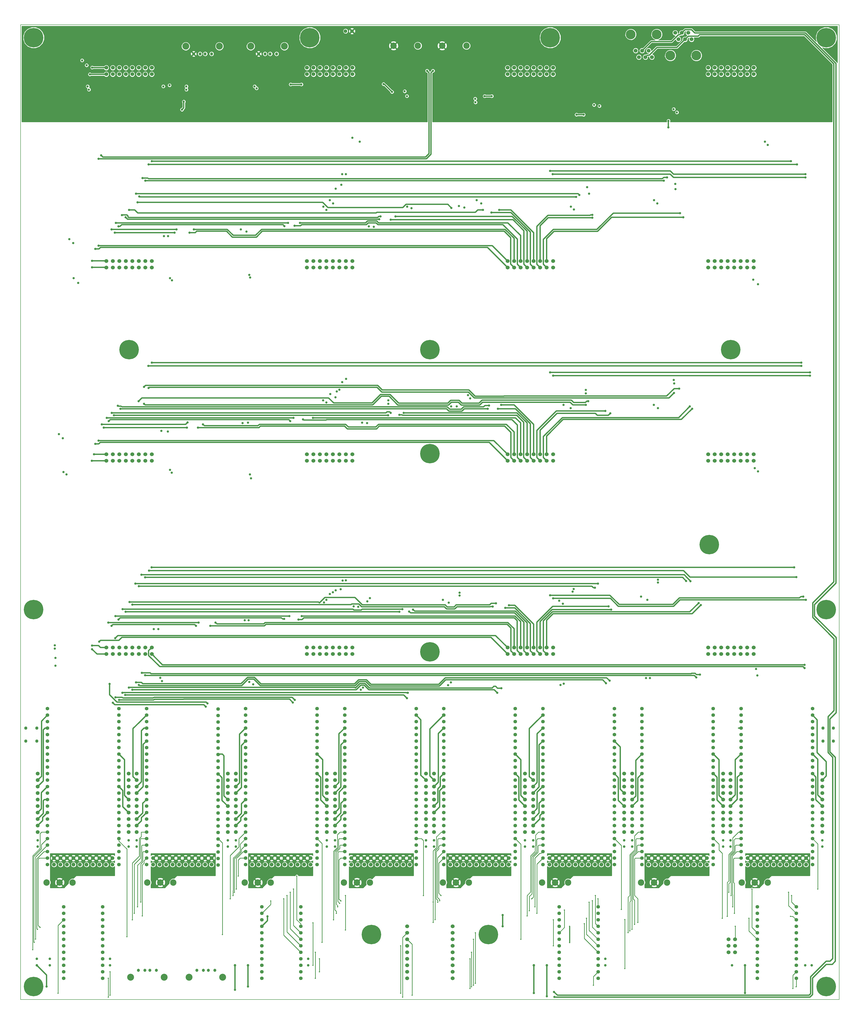
<source format=gbr>
G04 #@! TF.FileFunction,Copper,L4,Bot,Signal*
%FSLAX46Y46*%
G04 Gerber Fmt 4.6, Leading zero omitted, Abs format (unit mm)*
G04 Created by KiCad (PCBNEW 4.0.7) date Wednesday, October 10, 2018 'PMt' 11:05:21 PM*
%MOMM*%
%LPD*%
G01*
G04 APERTURE LIST*
%ADD10C,0.100000*%
%ADD11C,0.150000*%
%ADD12C,1.500000*%
%ADD13C,3.800000*%
%ADD14C,1.524000*%
%ADD15C,1.200000*%
%ADD16C,2.700000*%
%ADD17C,1.397000*%
%ADD18C,1.000000*%
%ADD19C,7.620000*%
%ADD20C,2.500000*%
%ADD21C,1.270000*%
%ADD22C,0.508000*%
%ADD23C,0.889000*%
%ADD24C,0.254000*%
%ADD25C,0.508000*%
%ADD26C,0.381000*%
G04 APERTURE END LIST*
D10*
D11*
X345440000Y-16510000D02*
X345440000Y-397510000D01*
X25400000Y-16510000D02*
X25400000Y-397510000D01*
X25400000Y-397510000D02*
X345440000Y-397510000D01*
X25400000Y-16510000D02*
X345440000Y-16510000D01*
D12*
X148272500Y-332105000D03*
X148272500Y-329565000D03*
X148272500Y-327025000D03*
X148272500Y-324485000D03*
X148272500Y-321945000D03*
X148272500Y-319405000D03*
X148272500Y-316865000D03*
X148272500Y-314325000D03*
X148272500Y-311785000D03*
X148272500Y-309245000D03*
X145097500Y-332105000D03*
X145097500Y-329565000D03*
X145097500Y-327025000D03*
X145097500Y-324485000D03*
X145097500Y-321945000D03*
X145097500Y-319405000D03*
X145097500Y-316865000D03*
X145097500Y-314325000D03*
X145097500Y-311785000D03*
X145097500Y-309245000D03*
D13*
X279400000Y-28575000D03*
X289560000Y-28575000D03*
D14*
X285110000Y-22225000D03*
X287650000Y-22225000D03*
X283840000Y-19685000D03*
X286380000Y-19685000D03*
X282570000Y-22225000D03*
X281300000Y-19685000D03*
D15*
X94290000Y-386080000D03*
X96790000Y-386080000D03*
X98790000Y-386080000D03*
X101290000Y-386080000D03*
D16*
X104360000Y-388790000D03*
X91220000Y-388790000D03*
D14*
X176530000Y-389255000D03*
X176530000Y-386715000D03*
X176530000Y-384175000D03*
X176530000Y-381635000D03*
X176530000Y-379095000D03*
X176530000Y-376555000D03*
X176530000Y-374015000D03*
X176530000Y-371475000D03*
X176530000Y-368935000D03*
X194310000Y-368935000D03*
X194310000Y-371475000D03*
X194310000Y-374015000D03*
X194310000Y-376555000D03*
X194310000Y-379095000D03*
X194310000Y-381635000D03*
X194310000Y-384175000D03*
X194310000Y-386715000D03*
X194310000Y-389255000D03*
X304673000Y-379095000D03*
X302133000Y-379095000D03*
X304673000Y-376555000D03*
X302133000Y-376555000D03*
X304673000Y-374015000D03*
X302133000Y-374015000D03*
D17*
X154940000Y-19050000D03*
X152400000Y-19050000D03*
D18*
X60325000Y-384155000D03*
X60325000Y-381655000D03*
X137795000Y-384155000D03*
X137795000Y-381655000D03*
X254000000Y-384155000D03*
X254000000Y-381655000D03*
X332125000Y-384175000D03*
X334625000Y-384175000D03*
X32067500Y-337800000D03*
X32067500Y-335300000D03*
X67627500Y-337800000D03*
X67627500Y-335300000D03*
X109537500Y-337800000D03*
X109537500Y-335300000D03*
X145097500Y-337800000D03*
X145097500Y-335300000D03*
X148272500Y-337800000D03*
X148272500Y-335300000D03*
X183832500Y-337800000D03*
X183832500Y-335300000D03*
X187007500Y-337800000D03*
X187007500Y-335300000D03*
X222567500Y-337800000D03*
X222567500Y-335300000D03*
X225742500Y-337800000D03*
X225742500Y-335300000D03*
X261302500Y-337800000D03*
X261302500Y-335300000D03*
X264477500Y-337800000D03*
X264477500Y-335300000D03*
X300037500Y-337800000D03*
X300037500Y-335300000D03*
X302895000Y-337800000D03*
X302895000Y-335300000D03*
X338772500Y-337800000D03*
X338772500Y-335300000D03*
X70739000Y-337800000D03*
X70739000Y-335300000D03*
X106362500Y-337800000D03*
X106362500Y-335300000D03*
X36830000Y-384175000D03*
X31750000Y-384175000D03*
X231140000Y-384175000D03*
X226060000Y-384175000D03*
X308610000Y-384175000D03*
X303530000Y-384175000D03*
X114300000Y-384175000D03*
X109220000Y-384175000D03*
X36830000Y-381635000D03*
X31750000Y-381635000D03*
D14*
X76657200Y-35877500D03*
X74117200Y-35877500D03*
X71577200Y-35877500D03*
X69037200Y-35877500D03*
X66497200Y-35877500D03*
X63957200Y-35877500D03*
X61417200Y-35877500D03*
X76657200Y-33337500D03*
X74117200Y-33337500D03*
X71577200Y-33337500D03*
X69037200Y-33337500D03*
X66497200Y-33337500D03*
X63957200Y-33337500D03*
X58877200Y-33337500D03*
X61417200Y-33337500D03*
X58877200Y-35877500D03*
X155092400Y-35877500D03*
X152552400Y-35877500D03*
X150012400Y-35877500D03*
X147472400Y-35877500D03*
X144932400Y-35877500D03*
X142392400Y-35877500D03*
X139852400Y-35877500D03*
X155092400Y-33337500D03*
X152552400Y-33337500D03*
X150012400Y-33337500D03*
X147472400Y-33337500D03*
X144932400Y-33337500D03*
X142392400Y-33337500D03*
X137312400Y-33337500D03*
X139852400Y-33337500D03*
X137312400Y-35877500D03*
X311962800Y-35877500D03*
X309422800Y-35877500D03*
X306882800Y-35877500D03*
X304342800Y-35877500D03*
X301802800Y-35877500D03*
X299262800Y-35877500D03*
X296722800Y-35877500D03*
X311962800Y-33337500D03*
X309422800Y-33337500D03*
X306882800Y-33337500D03*
X304342800Y-33337500D03*
X301802800Y-33337500D03*
X299262800Y-33337500D03*
X294182800Y-33337500D03*
X296722800Y-33337500D03*
X294182800Y-35877500D03*
X76657200Y-111417100D03*
X74117200Y-111417100D03*
X71577200Y-111417100D03*
X69037200Y-111417100D03*
X66497200Y-111417100D03*
X63957200Y-111417100D03*
X61417200Y-111417100D03*
X76657200Y-108877100D03*
X74117200Y-108877100D03*
X71577200Y-108877100D03*
X69037200Y-108877100D03*
X66497200Y-108877100D03*
X63957200Y-108877100D03*
X58877200Y-108877100D03*
X61417200Y-108877100D03*
X58877200Y-111417100D03*
X155092400Y-111417100D03*
X152552400Y-111417100D03*
X150012400Y-111417100D03*
X147472400Y-111417100D03*
X144932400Y-111417100D03*
X142392400Y-111417100D03*
X139852400Y-111417100D03*
X155092400Y-108877100D03*
X152552400Y-108877100D03*
X150012400Y-108877100D03*
X147472400Y-108877100D03*
X144932400Y-108877100D03*
X142392400Y-108877100D03*
X137312400Y-108877100D03*
X139852400Y-108877100D03*
X137312400Y-111417100D03*
X311962800Y-111417100D03*
X309422800Y-111417100D03*
X306882800Y-111417100D03*
X304342800Y-111417100D03*
X301802800Y-111417100D03*
X299262800Y-111417100D03*
X296722800Y-111417100D03*
X311962800Y-108877100D03*
X309422800Y-108877100D03*
X306882800Y-108877100D03*
X304342800Y-108877100D03*
X301802800Y-108877100D03*
X299262800Y-108877100D03*
X294182800Y-108877100D03*
X296722800Y-108877100D03*
X294182800Y-111417100D03*
X76657200Y-186956700D03*
X74117200Y-186956700D03*
X71577200Y-186956700D03*
X69037200Y-186956700D03*
X66497200Y-186956700D03*
X63957200Y-186956700D03*
X61417200Y-186956700D03*
X76657200Y-184416700D03*
X74117200Y-184416700D03*
X71577200Y-184416700D03*
X69037200Y-184416700D03*
X66497200Y-184416700D03*
X63957200Y-184416700D03*
X58877200Y-184416700D03*
X61417200Y-184416700D03*
X58877200Y-186956700D03*
X155092400Y-186956700D03*
X152552400Y-186956700D03*
X150012400Y-186956700D03*
X147472400Y-186956700D03*
X144932400Y-186956700D03*
X142392400Y-186956700D03*
X139852400Y-186956700D03*
X155092400Y-184416700D03*
X152552400Y-184416700D03*
X150012400Y-184416700D03*
X147472400Y-184416700D03*
X144932400Y-184416700D03*
X142392400Y-184416700D03*
X137312400Y-184416700D03*
X139852400Y-184416700D03*
X137312400Y-186956700D03*
X76657200Y-262496300D03*
X74117200Y-262496300D03*
X71577200Y-262496300D03*
X69037200Y-262496300D03*
X66497200Y-262496300D03*
X63957200Y-262496300D03*
X61417200Y-262496300D03*
X76657200Y-259956300D03*
X74117200Y-259956300D03*
X71577200Y-259956300D03*
X69037200Y-259956300D03*
X66497200Y-259956300D03*
X63957200Y-259956300D03*
X58877200Y-259956300D03*
X61417200Y-259956300D03*
X58877200Y-262496300D03*
X155092400Y-262496300D03*
X152552400Y-262496300D03*
X150012400Y-262496300D03*
X147472400Y-262496300D03*
X144932400Y-262496300D03*
X142392400Y-262496300D03*
X139852400Y-262496300D03*
X155092400Y-259956300D03*
X152552400Y-259956300D03*
X150012400Y-259956300D03*
X147472400Y-259956300D03*
X144932400Y-259956300D03*
X142392400Y-259956300D03*
X137312400Y-259956300D03*
X139852400Y-259956300D03*
X137312400Y-262496300D03*
X233527600Y-262496300D03*
X230987600Y-262496300D03*
X228447600Y-262496300D03*
X225907600Y-262496300D03*
X223367600Y-262496300D03*
X220827600Y-262496300D03*
X218287600Y-262496300D03*
X233527600Y-259956300D03*
X230987600Y-259956300D03*
X228447600Y-259956300D03*
X225907600Y-259956300D03*
X223367600Y-259956300D03*
X220827600Y-259956300D03*
X215747600Y-259956300D03*
X218287600Y-259956300D03*
X215747600Y-262496300D03*
X311962800Y-262496300D03*
X309422800Y-262496300D03*
X306882800Y-262496300D03*
X304342800Y-262496300D03*
X301802800Y-262496300D03*
X299262800Y-262496300D03*
X296722800Y-262496300D03*
X311962800Y-259956300D03*
X309422800Y-259956300D03*
X306882800Y-259956300D03*
X304342800Y-259956300D03*
X301802800Y-259956300D03*
X299262800Y-259956300D03*
X294182800Y-259956300D03*
X296722800Y-259956300D03*
X294182800Y-262496300D03*
X233527600Y-35877500D03*
X230987600Y-35877500D03*
X228447600Y-35877500D03*
X225907600Y-35877500D03*
X223367600Y-35877500D03*
X220827600Y-35877500D03*
X218287600Y-35877500D03*
X233527600Y-33337500D03*
X230987600Y-33337500D03*
X228447600Y-33337500D03*
X225907600Y-33337500D03*
X223367600Y-33337500D03*
X220827600Y-33337500D03*
X215747600Y-33337500D03*
X218287600Y-33337500D03*
X215747600Y-35877500D03*
X233527600Y-111417100D03*
X230987600Y-111417100D03*
X228447600Y-111417100D03*
X225907600Y-111417100D03*
X223367600Y-111417100D03*
X220827600Y-111417100D03*
X218287600Y-111417100D03*
X233527600Y-108877100D03*
X230987600Y-108877100D03*
X228447600Y-108877100D03*
X225907600Y-108877100D03*
X223367600Y-108877100D03*
X220827600Y-108877100D03*
X215747600Y-108877100D03*
X218287600Y-108877100D03*
X215747600Y-111417100D03*
X233527600Y-186956700D03*
X230987600Y-186956700D03*
X228447600Y-186956700D03*
X225907600Y-186956700D03*
X223367600Y-186956700D03*
X220827600Y-186956700D03*
X218287600Y-186956700D03*
X233527600Y-184416700D03*
X230987600Y-184416700D03*
X228447600Y-184416700D03*
X225907600Y-184416700D03*
X223367600Y-184416700D03*
X220827600Y-184416700D03*
X215747600Y-184416700D03*
X218287600Y-184416700D03*
X215747600Y-186956700D03*
X311962800Y-186956700D03*
X309422800Y-186956700D03*
X306882800Y-186956700D03*
X304342800Y-186956700D03*
X301802800Y-186956700D03*
X299262800Y-186956700D03*
X296722800Y-186956700D03*
X311962800Y-184416700D03*
X309422800Y-184416700D03*
X306882800Y-184416700D03*
X304342800Y-184416700D03*
X301802800Y-184416700D03*
X299262800Y-184416700D03*
X294182800Y-184416700D03*
X296722800Y-184416700D03*
X294182800Y-186956700D03*
D19*
X30480000Y-21590000D03*
X138430000Y-21590000D03*
X232410000Y-21590000D03*
X67818000Y-143510000D03*
X185420000Y-143510000D03*
X303022000Y-143510000D03*
X185420000Y-184150000D03*
X294640000Y-219710000D03*
X30480000Y-245110000D03*
X340360000Y-245110000D03*
X185420000Y-261620000D03*
X162560000Y-372110000D03*
X208280000Y-372110000D03*
X30480000Y-392430000D03*
X340360000Y-392430000D03*
X340360000Y-21590000D03*
D20*
X199670000Y-24765000D03*
X190170000Y-24765000D03*
X180670000Y-24765000D03*
X171170000Y-24765000D03*
X317500000Y-351790000D03*
X312420000Y-351790000D03*
X307340000Y-351790000D03*
X278130000Y-351790000D03*
X273050000Y-351790000D03*
X267970000Y-351790000D03*
X239395000Y-351790000D03*
X234315000Y-351790000D03*
X229235000Y-351790000D03*
X200660000Y-351790000D03*
X195580000Y-351790000D03*
X190500000Y-351790000D03*
X161925000Y-351790000D03*
X156845000Y-351790000D03*
X151765000Y-351790000D03*
X123190000Y-351790000D03*
X118110000Y-351790000D03*
X113030000Y-351790000D03*
X85090000Y-351790000D03*
X80010000Y-351790000D03*
X74930000Y-351790000D03*
X45720000Y-351790000D03*
X40640000Y-351790000D03*
X35560000Y-351790000D03*
D15*
X100020000Y-27940000D03*
X97520000Y-27940000D03*
X95520000Y-27940000D03*
X93020000Y-27940000D03*
D16*
X89950000Y-24940000D03*
X103090000Y-24940000D03*
D15*
X71430000Y-386080000D03*
X73930000Y-386080000D03*
X75930000Y-386080000D03*
X78430000Y-386080000D03*
D16*
X81500000Y-388790000D03*
X68360000Y-388790000D03*
D15*
X125420000Y-27940000D03*
X122920000Y-27940000D03*
X120920000Y-27940000D03*
X118420000Y-27940000D03*
D16*
X115350000Y-24940000D03*
X128490000Y-24940000D03*
D21*
X339090000Y-296545000D03*
X343154000Y-296545000D03*
X339090000Y-291465000D03*
X343154000Y-291465000D03*
X31750000Y-296545000D03*
X31750000Y-291465000D03*
X27432000Y-296545000D03*
X27432000Y-291465000D03*
X31750000Y-35560000D03*
X34925000Y-35560000D03*
X31750000Y-38735000D03*
X34925000Y-38735000D03*
X31750000Y-41910000D03*
X34925000Y-41910000D03*
X31750000Y-45085000D03*
X34925000Y-45085000D03*
X333375000Y-35560000D03*
X336550000Y-35560000D03*
X333375000Y-38735000D03*
X336550000Y-38735000D03*
X333375000Y-41910000D03*
X336550000Y-41910000D03*
X333375000Y-45085000D03*
X336550000Y-45085000D03*
D17*
X119697500Y-361315000D03*
X119697500Y-363855000D03*
X119697500Y-366395000D03*
X119697500Y-368935000D03*
X119697500Y-371475000D03*
X119697500Y-374015000D03*
X119697500Y-376555000D03*
X119697500Y-381635000D03*
X119697500Y-384175000D03*
X119697500Y-386715000D03*
X119697500Y-389255000D03*
X119697500Y-379095000D03*
X134937500Y-379095000D03*
X134937500Y-389255000D03*
X134937500Y-386715000D03*
X134937500Y-384175000D03*
X134937500Y-381635000D03*
X134937500Y-376555000D03*
X134937500Y-374015000D03*
X134937500Y-371475000D03*
X134937500Y-368935000D03*
X134937500Y-366395000D03*
X134937500Y-363855000D03*
X134937500Y-361315000D03*
X313372500Y-361315000D03*
X313372500Y-363855000D03*
X313372500Y-366395000D03*
X313372500Y-368935000D03*
X313372500Y-371475000D03*
X313372500Y-374015000D03*
X313372500Y-376555000D03*
X313372500Y-381635000D03*
X313372500Y-384175000D03*
X313372500Y-386715000D03*
X313372500Y-389255000D03*
X313372500Y-379095000D03*
X328612500Y-379095000D03*
X328612500Y-389255000D03*
X328612500Y-386715000D03*
X328612500Y-384175000D03*
X328612500Y-381635000D03*
X328612500Y-376555000D03*
X328612500Y-374015000D03*
X328612500Y-371475000D03*
X328612500Y-368935000D03*
X328612500Y-366395000D03*
X328612500Y-363855000D03*
X328612500Y-361315000D03*
X235902500Y-361315000D03*
X235902500Y-363855000D03*
X235902500Y-366395000D03*
X235902500Y-368935000D03*
X235902500Y-371475000D03*
X235902500Y-374015000D03*
X235902500Y-376555000D03*
X235902500Y-381635000D03*
X235902500Y-384175000D03*
X235902500Y-386715000D03*
X235902500Y-389255000D03*
X235902500Y-379095000D03*
X251142500Y-379095000D03*
X251142500Y-389255000D03*
X251142500Y-386715000D03*
X251142500Y-384175000D03*
X251142500Y-381635000D03*
X251142500Y-376555000D03*
X251142500Y-374015000D03*
X251142500Y-371475000D03*
X251142500Y-368935000D03*
X251142500Y-366395000D03*
X251142500Y-363855000D03*
X251142500Y-361315000D03*
X42227500Y-361315000D03*
X42227500Y-363855000D03*
X42227500Y-366395000D03*
X42227500Y-368935000D03*
X42227500Y-371475000D03*
X42227500Y-374015000D03*
X42227500Y-376555000D03*
X42227500Y-381635000D03*
X42227500Y-384175000D03*
X42227500Y-386715000D03*
X42227500Y-389255000D03*
X42227500Y-379095000D03*
X57467500Y-379095000D03*
X57467500Y-389255000D03*
X57467500Y-386715000D03*
X57467500Y-384175000D03*
X57467500Y-381635000D03*
X57467500Y-376555000D03*
X57467500Y-374015000D03*
X57467500Y-371475000D03*
X57467500Y-368935000D03*
X57467500Y-366395000D03*
X57467500Y-363855000D03*
X57467500Y-361315000D03*
D14*
X265816000Y-26670000D03*
D13*
X274066000Y-20320000D03*
X263906000Y-20320000D03*
D14*
X268356000Y-26670000D03*
X270896000Y-26670000D03*
X267086000Y-29210000D03*
X269626000Y-29210000D03*
X272166000Y-29210000D03*
D12*
X32067500Y-332105000D03*
X32067500Y-329565000D03*
X32067500Y-327025000D03*
X32067500Y-324485000D03*
X32067500Y-321945000D03*
X32067500Y-319405000D03*
X32067500Y-316865000D03*
X32067500Y-314325000D03*
X32067500Y-311785000D03*
X32067500Y-309245000D03*
X67627500Y-332105000D03*
X67627500Y-329565000D03*
X67627500Y-327025000D03*
X67627500Y-324485000D03*
X67627500Y-321945000D03*
X67627500Y-319405000D03*
X67627500Y-316865000D03*
X67627500Y-314325000D03*
X67627500Y-311785000D03*
X67627500Y-309245000D03*
X70739000Y-332105000D03*
X70739000Y-329565000D03*
X70739000Y-327025000D03*
X70739000Y-324485000D03*
X70739000Y-321945000D03*
X70739000Y-319405000D03*
X70739000Y-316865000D03*
X70739000Y-314325000D03*
X70739000Y-311785000D03*
X70739000Y-309245000D03*
X106362500Y-332105000D03*
X106362500Y-329565000D03*
X106362500Y-327025000D03*
X106362500Y-324485000D03*
X106362500Y-321945000D03*
X106362500Y-319405000D03*
X106362500Y-316865000D03*
X106362500Y-314325000D03*
X106362500Y-311785000D03*
X106362500Y-309245000D03*
X109537500Y-332105000D03*
X109537500Y-329565000D03*
X109537500Y-327025000D03*
X109537500Y-324485000D03*
X109537500Y-321945000D03*
X109537500Y-319405000D03*
X109537500Y-316865000D03*
X109537500Y-314325000D03*
X109537500Y-311785000D03*
X109537500Y-309245000D03*
X183832500Y-332105000D03*
X183832500Y-329565000D03*
X183832500Y-327025000D03*
X183832500Y-324485000D03*
X183832500Y-321945000D03*
X183832500Y-319405000D03*
X183832500Y-316865000D03*
X183832500Y-314325000D03*
X183832500Y-311785000D03*
X183832500Y-309245000D03*
X187007500Y-332105000D03*
X187007500Y-329565000D03*
X187007500Y-327025000D03*
X187007500Y-324485000D03*
X187007500Y-321945000D03*
X187007500Y-319405000D03*
X187007500Y-316865000D03*
X187007500Y-314325000D03*
X187007500Y-311785000D03*
X187007500Y-309245000D03*
X222567500Y-332105000D03*
X222567500Y-329565000D03*
X222567500Y-327025000D03*
X222567500Y-324485000D03*
X222567500Y-321945000D03*
X222567500Y-319405000D03*
X222567500Y-316865000D03*
X222567500Y-314325000D03*
X222567500Y-311785000D03*
X222567500Y-309245000D03*
X225742500Y-332105000D03*
X225742500Y-329565000D03*
X225742500Y-327025000D03*
X225742500Y-324485000D03*
X225742500Y-321945000D03*
X225742500Y-319405000D03*
X225742500Y-316865000D03*
X225742500Y-314325000D03*
X225742500Y-311785000D03*
X225742500Y-309245000D03*
X261302500Y-332105000D03*
X261302500Y-329565000D03*
X261302500Y-327025000D03*
X261302500Y-324485000D03*
X261302500Y-321945000D03*
X261302500Y-319405000D03*
X261302500Y-316865000D03*
X261302500Y-314325000D03*
X261302500Y-311785000D03*
X261302500Y-309245000D03*
X264477500Y-332105000D03*
X264477500Y-329565000D03*
X264477500Y-327025000D03*
X264477500Y-324485000D03*
X264477500Y-321945000D03*
X264477500Y-319405000D03*
X264477500Y-316865000D03*
X264477500Y-314325000D03*
X264477500Y-311785000D03*
X264477500Y-309245000D03*
X300037500Y-332105000D03*
X300037500Y-329565000D03*
X300037500Y-327025000D03*
X300037500Y-324485000D03*
X300037500Y-321945000D03*
X300037500Y-319405000D03*
X300037500Y-316865000D03*
X300037500Y-314325000D03*
X300037500Y-311785000D03*
X300037500Y-309245000D03*
X302895000Y-332105000D03*
X302895000Y-329565000D03*
X302895000Y-327025000D03*
X302895000Y-324485000D03*
X302895000Y-321945000D03*
X302895000Y-319405000D03*
X302895000Y-316865000D03*
X302895000Y-314325000D03*
X302895000Y-311785000D03*
X302895000Y-309245000D03*
X338772500Y-332105000D03*
X338772500Y-329565000D03*
X338772500Y-327025000D03*
X338772500Y-324485000D03*
X338772500Y-321945000D03*
X338772500Y-319405000D03*
X338772500Y-316865000D03*
X338772500Y-314325000D03*
X338772500Y-311785000D03*
X338772500Y-309245000D03*
X38417500Y-344805000D03*
X40957500Y-344805000D03*
X43497500Y-344805000D03*
X46037500Y-344805000D03*
X48577500Y-344805000D03*
X51117500Y-344805000D03*
X53657500Y-344805000D03*
X56197500Y-344805000D03*
X58737500Y-344805000D03*
X61277500Y-344805000D03*
X77152500Y-344805000D03*
X79692500Y-344805000D03*
X82232500Y-344805000D03*
X84772500Y-344805000D03*
X87312500Y-344805000D03*
X89852500Y-344805000D03*
X92392500Y-344805000D03*
X94932500Y-344805000D03*
X97472500Y-344805000D03*
X100012500Y-344805000D03*
X115887500Y-344805000D03*
X118427500Y-344805000D03*
X120967500Y-344805000D03*
X123507500Y-344805000D03*
X126047500Y-344805000D03*
X128587500Y-344805000D03*
X131127500Y-344805000D03*
X133667500Y-344805000D03*
X136207500Y-344805000D03*
X138747500Y-344805000D03*
X154622500Y-344805000D03*
X157162500Y-344805000D03*
X159702500Y-344805000D03*
X162242500Y-344805000D03*
X164782500Y-344805000D03*
X167322500Y-344805000D03*
X169862500Y-344805000D03*
X172402500Y-344805000D03*
X174942500Y-344805000D03*
X177482500Y-344805000D03*
X193357500Y-344805000D03*
X195897500Y-344805000D03*
X198437500Y-344805000D03*
X200977500Y-344805000D03*
X203517500Y-344805000D03*
X206057500Y-344805000D03*
X208597500Y-344805000D03*
X211137500Y-344805000D03*
X213677500Y-344805000D03*
X216217500Y-344805000D03*
X232092500Y-344805000D03*
X234632500Y-344805000D03*
X237172500Y-344805000D03*
X239712500Y-344805000D03*
X242252500Y-344805000D03*
X244792500Y-344805000D03*
X247332500Y-344805000D03*
X249872500Y-344805000D03*
X252412500Y-344805000D03*
X254952500Y-344805000D03*
X270827500Y-344805000D03*
X273367500Y-344805000D03*
X275907500Y-344805000D03*
X278447500Y-344805000D03*
X280987500Y-344805000D03*
X283527500Y-344805000D03*
X286067500Y-344805000D03*
X288607500Y-344805000D03*
X291147500Y-344805000D03*
X293687500Y-344805000D03*
X309562500Y-344805000D03*
X312102500Y-344805000D03*
X314642500Y-344805000D03*
X317182500Y-344805000D03*
X319722500Y-344805000D03*
X322262500Y-344805000D03*
X324802500Y-344805000D03*
X327342500Y-344805000D03*
X329882500Y-344805000D03*
X332422500Y-344805000D03*
X38417500Y-342265000D03*
X40957500Y-342265000D03*
X43497500Y-342265000D03*
X46037500Y-342265000D03*
X48577500Y-342265000D03*
X51117500Y-342265000D03*
X53657500Y-342265000D03*
X56197500Y-342265000D03*
X58737500Y-342265000D03*
X61277500Y-342265000D03*
X77152500Y-342265000D03*
X79692500Y-342265000D03*
X82232500Y-342265000D03*
X84772500Y-342265000D03*
X87312500Y-342265000D03*
X89852500Y-342265000D03*
X92392500Y-342265000D03*
X94932500Y-342265000D03*
X97472500Y-342265000D03*
X100012500Y-342265000D03*
X115887500Y-342265000D03*
X118427500Y-342265000D03*
X120967500Y-342265000D03*
X123507500Y-342265000D03*
X126047500Y-342265000D03*
X128587500Y-342265000D03*
X131127500Y-342265000D03*
X133667500Y-342265000D03*
X136207500Y-342265000D03*
X138747500Y-342265000D03*
X154622500Y-342265000D03*
X157162500Y-342265000D03*
X159702500Y-342265000D03*
X162242500Y-342265000D03*
X164782500Y-342265000D03*
X167322500Y-342265000D03*
X169862500Y-342265000D03*
X172402500Y-342265000D03*
X174942500Y-342265000D03*
X177482500Y-342265000D03*
X193357500Y-342265000D03*
X195897500Y-342265000D03*
X198437500Y-342265000D03*
X200977500Y-342265000D03*
X203517500Y-342265000D03*
X206057500Y-342265000D03*
X208597500Y-342265000D03*
X211137500Y-342265000D03*
X213677500Y-342265000D03*
X216217500Y-342265000D03*
X232092500Y-342265000D03*
X234632500Y-342265000D03*
X237172500Y-342265000D03*
X239712500Y-342265000D03*
X242252500Y-342265000D03*
X244792500Y-342265000D03*
X247332500Y-342265000D03*
X249872500Y-342265000D03*
X252412500Y-342265000D03*
X254952500Y-342265000D03*
X270827500Y-342265000D03*
X273367500Y-342265000D03*
X275907500Y-342265000D03*
X278447500Y-342265000D03*
X280987500Y-342265000D03*
X283527500Y-342265000D03*
X286067500Y-342265000D03*
X288607500Y-342265000D03*
X291147500Y-342265000D03*
X293687500Y-342265000D03*
X309562500Y-342265000D03*
X312102500Y-342265000D03*
X314642500Y-342265000D03*
X317182500Y-342265000D03*
X319722500Y-342265000D03*
X322262500Y-342265000D03*
X324802500Y-342265000D03*
X327342500Y-342265000D03*
X329882500Y-342265000D03*
X332422500Y-342265000D03*
D17*
X35877500Y-283845000D03*
X35877500Y-286385000D03*
X35877500Y-283845000D03*
X35877500Y-286385000D03*
X35877500Y-288925000D03*
X35877500Y-291465000D03*
X35877500Y-294005000D03*
X35877500Y-296545000D03*
X35877500Y-299085000D03*
X35877500Y-301625000D03*
X35877500Y-304165000D03*
X35877500Y-306705000D03*
X35877500Y-309245000D03*
X35877500Y-311785000D03*
X35877500Y-314325000D03*
X35877500Y-316865000D03*
X35877500Y-319405000D03*
X35877500Y-321945000D03*
X35877500Y-324485000D03*
X35877500Y-327025000D03*
X35877500Y-329565000D03*
X35877500Y-332105000D03*
X35877500Y-334645000D03*
X35877500Y-337185000D03*
X35877500Y-339725000D03*
X35877500Y-342265000D03*
X35877500Y-344805000D03*
X63817500Y-286385000D03*
X63817500Y-283845000D03*
X63817500Y-283845000D03*
X63817500Y-286385000D03*
X63817500Y-288925000D03*
X63817500Y-291465000D03*
X63817500Y-294005000D03*
X63817500Y-296545000D03*
X63817500Y-299085000D03*
X63817500Y-301625000D03*
X63817500Y-304165000D03*
X63817500Y-306705000D03*
X63817500Y-309245000D03*
X63817500Y-311785000D03*
X63817500Y-314325000D03*
X63817500Y-316865000D03*
X63817500Y-319405000D03*
X63817500Y-321945000D03*
X63817500Y-324485000D03*
X63817500Y-327025000D03*
X63817500Y-329565000D03*
X63817500Y-332105000D03*
X63817500Y-334645000D03*
X63817500Y-337185000D03*
X63817500Y-339725000D03*
X63817500Y-342265000D03*
X63817500Y-344805000D03*
X74612500Y-283845000D03*
X74612500Y-286385000D03*
X74612500Y-283845000D03*
X74612500Y-286385000D03*
X74612500Y-288925000D03*
X74612500Y-291465000D03*
X74612500Y-294005000D03*
X74612500Y-296545000D03*
X74612500Y-299085000D03*
X74612500Y-301625000D03*
X74612500Y-304165000D03*
X74612500Y-306705000D03*
X74612500Y-309245000D03*
X74612500Y-311785000D03*
X74612500Y-314325000D03*
X74612500Y-316865000D03*
X74612500Y-319405000D03*
X74612500Y-321945000D03*
X74612500Y-324485000D03*
X74612500Y-327025000D03*
X74612500Y-329565000D03*
X74612500Y-332105000D03*
X74612500Y-334645000D03*
X74612500Y-337185000D03*
X74612500Y-339725000D03*
X74612500Y-342265000D03*
X74612500Y-344805000D03*
X102616000Y-286512000D03*
X102616000Y-283972000D03*
X102616000Y-283972000D03*
X102616000Y-286512000D03*
X102616000Y-289052000D03*
X102616000Y-291592000D03*
X102616000Y-294132000D03*
X102616000Y-296672000D03*
X102616000Y-299212000D03*
X102616000Y-301752000D03*
X102616000Y-304292000D03*
X102616000Y-306832000D03*
X102616000Y-309372000D03*
X102616000Y-311912000D03*
X102616000Y-314452000D03*
X102616000Y-316992000D03*
X102616000Y-319532000D03*
X102616000Y-322072000D03*
X102616000Y-324612000D03*
X102616000Y-327152000D03*
X102616000Y-329692000D03*
X102616000Y-332232000D03*
X102616000Y-334772000D03*
X102616000Y-337312000D03*
X102616000Y-339852000D03*
X102616000Y-342392000D03*
X102616000Y-344932000D03*
X113347500Y-283845000D03*
X113347500Y-286385000D03*
X113347500Y-283845000D03*
X113347500Y-286385000D03*
X113347500Y-288925000D03*
X113347500Y-291465000D03*
X113347500Y-294005000D03*
X113347500Y-296545000D03*
X113347500Y-299085000D03*
X113347500Y-301625000D03*
X113347500Y-304165000D03*
X113347500Y-306705000D03*
X113347500Y-309245000D03*
X113347500Y-311785000D03*
X113347500Y-314325000D03*
X113347500Y-316865000D03*
X113347500Y-319405000D03*
X113347500Y-321945000D03*
X113347500Y-324485000D03*
X113347500Y-327025000D03*
X113347500Y-329565000D03*
X113347500Y-332105000D03*
X113347500Y-334645000D03*
X113347500Y-337185000D03*
X113347500Y-339725000D03*
X113347500Y-342265000D03*
X113347500Y-344805000D03*
X141287500Y-286385000D03*
X141287500Y-283845000D03*
X141287500Y-283845000D03*
X141287500Y-286385000D03*
X141287500Y-288925000D03*
X141287500Y-291465000D03*
X141287500Y-294005000D03*
X141287500Y-296545000D03*
X141287500Y-299085000D03*
X141287500Y-301625000D03*
X141287500Y-304165000D03*
X141287500Y-306705000D03*
X141287500Y-309245000D03*
X141287500Y-311785000D03*
X141287500Y-314325000D03*
X141287500Y-316865000D03*
X141287500Y-319405000D03*
X141287500Y-321945000D03*
X141287500Y-324485000D03*
X141287500Y-327025000D03*
X141287500Y-329565000D03*
X141287500Y-332105000D03*
X141287500Y-334645000D03*
X141287500Y-337185000D03*
X141287500Y-339725000D03*
X141287500Y-342265000D03*
X141287500Y-344805000D03*
X152082500Y-283845000D03*
X152082500Y-286385000D03*
X152082500Y-283845000D03*
X152082500Y-286385000D03*
X152082500Y-288925000D03*
X152082500Y-291465000D03*
X152082500Y-294005000D03*
X152082500Y-296545000D03*
X152082500Y-299085000D03*
X152082500Y-301625000D03*
X152082500Y-304165000D03*
X152082500Y-306705000D03*
X152082500Y-309245000D03*
X152082500Y-311785000D03*
X152082500Y-314325000D03*
X152082500Y-316865000D03*
X152082500Y-319405000D03*
X152082500Y-321945000D03*
X152082500Y-324485000D03*
X152082500Y-327025000D03*
X152082500Y-329565000D03*
X152082500Y-332105000D03*
X152082500Y-334645000D03*
X152082500Y-337185000D03*
X152082500Y-339725000D03*
X152082500Y-342265000D03*
X152082500Y-344805000D03*
X180022500Y-286385000D03*
X180022500Y-283845000D03*
X180022500Y-283845000D03*
X180022500Y-286385000D03*
X180022500Y-288925000D03*
X180022500Y-291465000D03*
X180022500Y-294005000D03*
X180022500Y-296545000D03*
X180022500Y-299085000D03*
X180022500Y-301625000D03*
X180022500Y-304165000D03*
X180022500Y-306705000D03*
X180022500Y-309245000D03*
X180022500Y-311785000D03*
X180022500Y-314325000D03*
X180022500Y-316865000D03*
X180022500Y-319405000D03*
X180022500Y-321945000D03*
X180022500Y-324485000D03*
X180022500Y-327025000D03*
X180022500Y-329565000D03*
X180022500Y-332105000D03*
X180022500Y-334645000D03*
X180022500Y-337185000D03*
X180022500Y-339725000D03*
X180022500Y-342265000D03*
X180022500Y-344805000D03*
X190817500Y-283845000D03*
X190817500Y-286385000D03*
X190817500Y-283845000D03*
X190817500Y-286385000D03*
X190817500Y-288925000D03*
X190817500Y-291465000D03*
X190817500Y-294005000D03*
X190817500Y-296545000D03*
X190817500Y-299085000D03*
X190817500Y-301625000D03*
X190817500Y-304165000D03*
X190817500Y-306705000D03*
X190817500Y-309245000D03*
X190817500Y-311785000D03*
X190817500Y-314325000D03*
X190817500Y-316865000D03*
X190817500Y-319405000D03*
X190817500Y-321945000D03*
X190817500Y-324485000D03*
X190817500Y-327025000D03*
X190817500Y-329565000D03*
X190817500Y-332105000D03*
X190817500Y-334645000D03*
X190817500Y-337185000D03*
X190817500Y-339725000D03*
X190817500Y-342265000D03*
X190817500Y-344805000D03*
X218757500Y-286385000D03*
X218757500Y-283845000D03*
X218757500Y-283845000D03*
X218757500Y-286385000D03*
X218757500Y-288925000D03*
X218757500Y-291465000D03*
X218757500Y-294005000D03*
X218757500Y-296545000D03*
X218757500Y-299085000D03*
X218757500Y-301625000D03*
X218757500Y-304165000D03*
X218757500Y-306705000D03*
X218757500Y-309245000D03*
X218757500Y-311785000D03*
X218757500Y-314325000D03*
X218757500Y-316865000D03*
X218757500Y-319405000D03*
X218757500Y-321945000D03*
X218757500Y-324485000D03*
X218757500Y-327025000D03*
X218757500Y-329565000D03*
X218757500Y-332105000D03*
X218757500Y-334645000D03*
X218757500Y-337185000D03*
X218757500Y-339725000D03*
X218757500Y-342265000D03*
X218757500Y-344805000D03*
X229552500Y-283845000D03*
X229552500Y-286385000D03*
X229552500Y-283845000D03*
X229552500Y-286385000D03*
X229552500Y-288925000D03*
X229552500Y-291465000D03*
X229552500Y-294005000D03*
X229552500Y-296545000D03*
X229552500Y-299085000D03*
X229552500Y-301625000D03*
X229552500Y-304165000D03*
X229552500Y-306705000D03*
X229552500Y-309245000D03*
X229552500Y-311785000D03*
X229552500Y-314325000D03*
X229552500Y-316865000D03*
X229552500Y-319405000D03*
X229552500Y-321945000D03*
X229552500Y-324485000D03*
X229552500Y-327025000D03*
X229552500Y-329565000D03*
X229552500Y-332105000D03*
X229552500Y-334645000D03*
X229552500Y-337185000D03*
X229552500Y-339725000D03*
X229552500Y-342265000D03*
X229552500Y-344805000D03*
X257492500Y-286385000D03*
X257492500Y-283845000D03*
X257492500Y-283845000D03*
X257492500Y-286385000D03*
X257492500Y-288925000D03*
X257492500Y-291465000D03*
X257492500Y-294005000D03*
X257492500Y-296545000D03*
X257492500Y-299085000D03*
X257492500Y-301625000D03*
X257492500Y-304165000D03*
X257492500Y-306705000D03*
X257492500Y-309245000D03*
X257492500Y-311785000D03*
X257492500Y-314325000D03*
X257492500Y-316865000D03*
X257492500Y-319405000D03*
X257492500Y-321945000D03*
X257492500Y-324485000D03*
X257492500Y-327025000D03*
X257492500Y-329565000D03*
X257492500Y-332105000D03*
X257492500Y-334645000D03*
X257492500Y-337185000D03*
X257492500Y-339725000D03*
X257492500Y-342265000D03*
X257492500Y-344805000D03*
X268287500Y-283845000D03*
X268287500Y-286385000D03*
X268287500Y-283845000D03*
X268287500Y-286385000D03*
X268287500Y-288925000D03*
X268287500Y-291465000D03*
X268287500Y-294005000D03*
X268287500Y-296545000D03*
X268287500Y-299085000D03*
X268287500Y-301625000D03*
X268287500Y-304165000D03*
X268287500Y-306705000D03*
X268287500Y-309245000D03*
X268287500Y-311785000D03*
X268287500Y-314325000D03*
X268287500Y-316865000D03*
X268287500Y-319405000D03*
X268287500Y-321945000D03*
X268287500Y-324485000D03*
X268287500Y-327025000D03*
X268287500Y-329565000D03*
X268287500Y-332105000D03*
X268287500Y-334645000D03*
X268287500Y-337185000D03*
X268287500Y-339725000D03*
X268287500Y-342265000D03*
X268287500Y-344805000D03*
X296164000Y-286385000D03*
X296164000Y-283845000D03*
X296164000Y-283845000D03*
X296164000Y-286385000D03*
X296164000Y-288925000D03*
X296164000Y-291465000D03*
X296164000Y-294005000D03*
X296164000Y-296545000D03*
X296164000Y-299085000D03*
X296164000Y-301625000D03*
X296164000Y-304165000D03*
X296164000Y-306705000D03*
X296164000Y-309245000D03*
X296164000Y-311785000D03*
X296164000Y-314325000D03*
X296164000Y-316865000D03*
X296164000Y-319405000D03*
X296164000Y-321945000D03*
X296164000Y-324485000D03*
X296164000Y-327025000D03*
X296164000Y-329565000D03*
X296164000Y-332105000D03*
X296164000Y-334645000D03*
X296164000Y-337185000D03*
X296164000Y-339725000D03*
X296164000Y-342265000D03*
X296164000Y-344805000D03*
X307022500Y-283845000D03*
X307022500Y-286385000D03*
X307022500Y-283845000D03*
X307022500Y-286385000D03*
X307022500Y-288925000D03*
X307022500Y-291465000D03*
X307022500Y-294005000D03*
X307022500Y-296545000D03*
X307022500Y-299085000D03*
X307022500Y-301625000D03*
X307022500Y-304165000D03*
X307022500Y-306705000D03*
X307022500Y-309245000D03*
X307022500Y-311785000D03*
X307022500Y-314325000D03*
X307022500Y-316865000D03*
X307022500Y-319405000D03*
X307022500Y-321945000D03*
X307022500Y-324485000D03*
X307022500Y-327025000D03*
X307022500Y-329565000D03*
X307022500Y-332105000D03*
X307022500Y-334645000D03*
X307022500Y-337185000D03*
X307022500Y-339725000D03*
X307022500Y-342265000D03*
X307022500Y-344805000D03*
X334962500Y-286385000D03*
X334962500Y-283845000D03*
X334962500Y-283845000D03*
X334962500Y-286385000D03*
X334962500Y-288925000D03*
X334962500Y-291465000D03*
X334962500Y-294005000D03*
X334962500Y-296545000D03*
X334962500Y-299085000D03*
X334962500Y-301625000D03*
X334962500Y-304165000D03*
X334962500Y-306705000D03*
X334962500Y-309245000D03*
X334962500Y-311785000D03*
X334962500Y-314325000D03*
X334962500Y-316865000D03*
X334962500Y-319405000D03*
X334962500Y-321945000D03*
X334962500Y-324485000D03*
X334962500Y-327025000D03*
X334962500Y-329565000D03*
X334962500Y-332105000D03*
X334962500Y-334645000D03*
X334962500Y-337185000D03*
X334962500Y-339725000D03*
X334962500Y-342265000D03*
X334962500Y-344805000D03*
D22*
X66929000Y-372999000D03*
D23*
X52451000Y-35941000D03*
X53340000Y-33274000D03*
X186563000Y-34544000D03*
X55880000Y-68961000D03*
X184277000Y-34544000D03*
X56896000Y-67564000D03*
X53340000Y-111379000D03*
X53340000Y-108839000D03*
X54610000Y-104140000D03*
X55880000Y-102870000D03*
X53200300Y-186944000D03*
X54102000Y-184404000D03*
X54610000Y-180340000D03*
X55880000Y-179070000D03*
X53340000Y-260604000D03*
X53340000Y-259207000D03*
X56134000Y-257683000D03*
X62357000Y-256286000D03*
X38732401Y-259077401D03*
X38735000Y-260350000D03*
X38989000Y-264033000D03*
X38989000Y-267081000D03*
X40386000Y-176530000D03*
X41910000Y-178181000D03*
X42164000Y-191389000D03*
X43307000Y-192278000D03*
X44450000Y-100330000D03*
X45974000Y-101854000D03*
X46101000Y-115570000D03*
X47879000Y-117475000D03*
X49403000Y-30480000D03*
X51181000Y-32385000D03*
X51562000Y-40640000D03*
X52070000Y-41910000D03*
D22*
X30099000Y-378079000D03*
X30734000Y-375158000D03*
X31242000Y-373888000D03*
X32004000Y-370078000D03*
X33020000Y-369316000D03*
X143256000Y-375158000D03*
D23*
X63627000Y-95377000D03*
X128524000Y-95250000D03*
X62611000Y-93980000D03*
X129921000Y-93980000D03*
X135130599Y-39880599D03*
X130937000Y-39878000D03*
X59817000Y-171450000D03*
X130810000Y-171450000D03*
X59055000Y-170180000D03*
X132080000Y-170180000D03*
X132461000Y-95123000D03*
X134620000Y-93980000D03*
X63627000Y-249047000D03*
X128397000Y-248793000D03*
X62484000Y-247650000D03*
X130429000Y-247650000D03*
X135763000Y-170815000D03*
X139700000Y-170180000D03*
X131826000Y-281432000D03*
X63881000Y-280416000D03*
X132588000Y-280416000D03*
X62484000Y-279400000D03*
X133985000Y-249047000D03*
X135255000Y-247650000D03*
X113030000Y-249288300D03*
X114554000Y-249288300D03*
X114808000Y-273431000D03*
X116332000Y-274320000D03*
X112141000Y-172212000D03*
X114300000Y-172072300D03*
X115062000Y-192278000D03*
X115443000Y-193802000D03*
X111506000Y-96520000D03*
X113665000Y-97409000D03*
X114808000Y-114300000D03*
X115072898Y-115359592D03*
X116840000Y-40640000D03*
X117612303Y-41412303D03*
D22*
X107315000Y-358140000D03*
X128270000Y-358140000D03*
X129540000Y-356870000D03*
X108458000Y-356870000D03*
X108966000Y-355600000D03*
X130810000Y-355600000D03*
X109728000Y-354330000D03*
X132080000Y-354330000D03*
X110490000Y-349250000D03*
X133350000Y-349250000D03*
X152400000Y-370332000D03*
X152400000Y-356870000D03*
X182880000Y-356870000D03*
D23*
X66421000Y-91821000D03*
X165608000Y-92583000D03*
X65024000Y-90932000D03*
X166116000Y-91440000D03*
X167259000Y-39751000D03*
X170561000Y-42799000D03*
X61849000Y-169164000D03*
X169037000Y-169164000D03*
X60972701Y-168262299D03*
X170053000Y-168275000D03*
X170053000Y-92710000D03*
X171958000Y-91440000D03*
X173482000Y-245999000D03*
X66421000Y-245999000D03*
X174625000Y-244983000D03*
X65278000Y-244983000D03*
X173482000Y-169037000D03*
X175133000Y-168275000D03*
X176403000Y-279781000D03*
X66294000Y-278498300D03*
X176784000Y-277622000D03*
X65151000Y-277622000D03*
X177292000Y-245872000D03*
X178816000Y-245110000D03*
X155575000Y-243840000D03*
X157353000Y-244081300D03*
X158369000Y-276479000D03*
X159258000Y-275590000D03*
X158877000Y-172085000D03*
X160870910Y-172212000D03*
X160909000Y-241947700D03*
X144018000Y-242316000D03*
X161925000Y-240665000D03*
X144907000Y-241300000D03*
X161544000Y-95377000D03*
X163449000Y-95504000D03*
X143637000Y-163322000D03*
X169163999Y-163322000D03*
X169164000Y-164719000D03*
X144907000Y-164211000D03*
X175514000Y-42545000D03*
X176403000Y-44450000D03*
X143764000Y-87630000D03*
X176530000Y-87630000D03*
X178181000Y-88265000D03*
X144907000Y-88900000D03*
D22*
X147701000Y-366395000D03*
X148844000Y-363855000D03*
X149352000Y-361315000D03*
X150114000Y-359918000D03*
X150622000Y-359029000D03*
X123190000Y-359029000D03*
X220980000Y-374015000D03*
D23*
X71120000Y-85979000D03*
X193802000Y-88138000D03*
X206121000Y-88900000D03*
X67818000Y-88900000D03*
X209550000Y-44450000D03*
X206756000Y-44450000D03*
X208026000Y-166624000D03*
X64389000Y-166624000D03*
X208534000Y-165354000D03*
X63373000Y-165481000D03*
X209423000Y-89916000D03*
X212471000Y-88900000D03*
X209931000Y-243967000D03*
X69088000Y-243205000D03*
X211201000Y-242697000D03*
X67945000Y-242189000D03*
X211963000Y-166624000D03*
X213233000Y-165100000D03*
X211709000Y-277622000D03*
X69088000Y-276479000D03*
X213360000Y-275844000D03*
X67691000Y-275590000D03*
X214884000Y-244475000D03*
X216281000Y-243459000D03*
X190500000Y-241300000D03*
X192786000Y-242417591D03*
X192532000Y-274701000D03*
X193586111Y-273558000D03*
X193675000Y-165735000D03*
X195910210Y-165735000D03*
X146304000Y-239014000D03*
X196977000Y-239649000D03*
X147447000Y-238379000D03*
X196977000Y-238506000D03*
X196723000Y-87376000D03*
X198882000Y-88011000D03*
X146431000Y-160909000D03*
X200279000Y-161290000D03*
X148463000Y-162179000D03*
X201168000Y-162560000D03*
X203073000Y-45466000D03*
X203200000Y-46863000D03*
X146304000Y-85090000D03*
X203708000Y-85090000D03*
X205486000Y-86360000D03*
X147574000Y-86360000D03*
D22*
X186690000Y-367411000D03*
X245745000Y-367919000D03*
X186690000Y-359410000D03*
X187452000Y-366268000D03*
X246634000Y-365760000D03*
X188468000Y-359537000D03*
X247650000Y-359537000D03*
X189230000Y-358902000D03*
X248920000Y-358902000D03*
X189738000Y-356870000D03*
X250063000Y-356870000D03*
X237998000Y-362585000D03*
X260223000Y-362331000D03*
D23*
X71755000Y-83693000D03*
X242570000Y-83820000D03*
X70485000Y-82550000D03*
X243840000Y-83058000D03*
X242697000Y-51689000D03*
X245465599Y-51714401D03*
X73660000Y-164719000D03*
X246367300Y-165100000D03*
X71501000Y-163703000D03*
X247269000Y-163703000D03*
X248920000Y-90855797D03*
X248920000Y-91948000D03*
X249936000Y-236601000D03*
X71628000Y-235966000D03*
X70231000Y-234950000D03*
X251079000Y-234950000D03*
X254000000Y-167500300D03*
X255905000Y-168402000D03*
X254254000Y-273939000D03*
X71628000Y-274574000D03*
X255651000Y-272923000D03*
X70485000Y-273558000D03*
X255270000Y-243840000D03*
X256286000Y-245110000D03*
X235966000Y-241681000D03*
X237363000Y-242824000D03*
X236474000Y-274574000D03*
X237744000Y-274066000D03*
X237617000Y-165100000D03*
X240423700Y-166370000D03*
X148590000Y-237617000D03*
X148590000Y-237617000D03*
X241173000Y-238125000D03*
X241578260Y-237110767D03*
X150495000Y-237223300D03*
X240538000Y-87630000D03*
X241681000Y-88773000D03*
X148971000Y-159893000D03*
X246367299Y-160655000D03*
X149987000Y-159232591D03*
X246380000Y-159258000D03*
X249555000Y-47879000D03*
X251634054Y-48307054D03*
X247650000Y-82550000D03*
X148590000Y-80645000D03*
X246888000Y-80010000D03*
X150749000Y-79121000D03*
D22*
X223393000Y-364871000D03*
X224282000Y-362839000D03*
X225171000Y-358140000D03*
X251079000Y-358140000D03*
X226441000Y-361315000D03*
X227203000Y-363855000D03*
X299720000Y-365760000D03*
X310134000Y-365760000D03*
D23*
X74168000Y-77470000D03*
X276860000Y-77470000D03*
X73025000Y-76454000D03*
X278130000Y-76200000D03*
X278640599Y-54099401D03*
X278635401Y-56644599D03*
X280797000Y-160521683D03*
X75438000Y-158496000D03*
X73660000Y-158115000D03*
X282829000Y-158750000D03*
X283210000Y-90170000D03*
X284480000Y-91821000D03*
X285546790Y-233934000D03*
X74041000Y-232537000D03*
X287274000Y-234061000D03*
X72644000Y-231521000D03*
X287020000Y-165735000D03*
X287909000Y-166624000D03*
X289560000Y-271653000D03*
X74041000Y-270764000D03*
X290957000Y-270510000D03*
X72771000Y-269875000D03*
X290449000Y-242570000D03*
X291338000Y-243332000D03*
X267970000Y-240030000D03*
X270395700Y-241300000D03*
X269875000Y-271907000D03*
X271399000Y-271907000D03*
X272923000Y-165100000D03*
X274574000Y-166370000D03*
X151257000Y-233807000D03*
X274574000Y-234569000D03*
X152527000Y-233680000D03*
X274574000Y-233476797D03*
X273050000Y-85090000D03*
X274320000Y-86360000D03*
X280924000Y-156718000D03*
X151130000Y-156210000D03*
X280713877Y-155358922D03*
X152591518Y-154940000D03*
X280670000Y-49530000D03*
X281940000Y-50800000D03*
X281432000Y-80772000D03*
X151130000Y-74930000D03*
X281311317Y-78740000D03*
X152527000Y-74930000D03*
D22*
X262890000Y-371348000D03*
X263525000Y-370713000D03*
X264414000Y-370078000D03*
X265430000Y-368173000D03*
X266700000Y-367411000D03*
X337058000Y-354330000D03*
X311277000Y-354330000D03*
D23*
X326517000Y-69850000D03*
X76708000Y-69850000D03*
X75438000Y-71120000D03*
X328930000Y-71120000D03*
X76708000Y-148590000D03*
X330581000Y-148590000D03*
X75311000Y-149860000D03*
X330581000Y-149860000D03*
X232410000Y-73660000D03*
X332232000Y-74930000D03*
X233426000Y-74930000D03*
X332232000Y-76200000D03*
X327787000Y-228600000D03*
X76581000Y-228600000D03*
X328676000Y-232410000D03*
X75565000Y-229870000D03*
X232410000Y-152400000D03*
X334010000Y-152400000D03*
X233553000Y-153670000D03*
X334010000Y-153670000D03*
X331851000Y-266700000D03*
X331851000Y-267970000D03*
X331343000Y-240030000D03*
X232410000Y-239522000D03*
X332359000Y-241300000D03*
X233553000Y-240779299D03*
X312928000Y-268351000D03*
X313385220Y-270891000D03*
X312420000Y-189865000D03*
X313690000Y-191135000D03*
X311785000Y-116205000D03*
X313639210Y-117994692D03*
X157988000Y-62230000D03*
X316357000Y-62230000D03*
X155067000Y-60706000D03*
X317500000Y-63500000D03*
D22*
X326390000Y-364998000D03*
X301625000Y-364998000D03*
X302260000Y-355600000D03*
X325628000Y-355600000D03*
X303149000Y-356870000D03*
X326771000Y-356870000D03*
X303784000Y-361315000D03*
X304419000Y-363855000D03*
X71120000Y-361315000D03*
X69850000Y-363855000D03*
X178435000Y-395859000D03*
X60325000Y-395859000D03*
X60325000Y-386715000D03*
X174752000Y-396621000D03*
X59690000Y-396621000D03*
X59690000Y-389255000D03*
X142240000Y-386715000D03*
X142240000Y-381635000D03*
X140589000Y-389255000D03*
X140589000Y-379095000D03*
X249301000Y-391922000D03*
X202438000Y-391922000D03*
X202438000Y-374015000D03*
X203200000Y-391160000D03*
X203200000Y-371475000D03*
X327279000Y-393192000D03*
X201041000Y-393192000D03*
X201041000Y-381635000D03*
X328549000Y-392557000D03*
X201676000Y-392557000D03*
X201676000Y-379095000D03*
X72390000Y-359410000D03*
X72974201Y-364871000D03*
X40005000Y-395097000D03*
X173990000Y-395097000D03*
X173990000Y-376555000D03*
D23*
X121920000Y-364998000D03*
X213868000Y-364490000D03*
X213868000Y-368935000D03*
D22*
X240030000Y-368935000D03*
X240030000Y-375285000D03*
X304800000Y-368935000D03*
X104267000Y-372110000D03*
X69088000Y-366395000D03*
X139700000Y-367538000D03*
X139700000Y-384175000D03*
X233680000Y-376555000D03*
X233680000Y-366395000D03*
X261620000Y-385445000D03*
X261620000Y-366344201D03*
D23*
X233934000Y-394589000D03*
X234061000Y-396494000D03*
X62230000Y-97790000D03*
X85598000Y-97790000D03*
X60960000Y-96520000D03*
X86360000Y-96520000D03*
X88442790Y-49733210D03*
X89154000Y-46609000D03*
X90424000Y-174028090D03*
X57912000Y-173990000D03*
X90678000Y-171958000D03*
X57150000Y-172720000D03*
X91440000Y-97790000D03*
X93091000Y-96520000D03*
X60960000Y-251460000D03*
X93980000Y-251460000D03*
X59690000Y-250190000D03*
X94996000Y-250190000D03*
X94742000Y-173990000D03*
X96647000Y-172720000D03*
X97790000Y-283083000D03*
X61468000Y-281559000D03*
X98425000Y-281813000D03*
X60197999Y-274193000D03*
X99568000Y-251460000D03*
X101600000Y-250190000D03*
X77470000Y-252730000D03*
X79248000Y-252730000D03*
X80010000Y-271780000D03*
X80632300Y-273050000D03*
X80391000Y-175260000D03*
X82931000Y-175514000D03*
X83820000Y-190500000D03*
X84467700Y-191643000D03*
X81394300Y-99187000D03*
X83058000Y-99187000D03*
X83820000Y-115570000D03*
X84582000Y-116459000D03*
X81153000Y-40640000D03*
X83578700Y-40209053D03*
X90170000Y-40640000D03*
X90170000Y-41910000D03*
X114300000Y-392430000D03*
X35560000Y-392430000D03*
X231140000Y-396240000D03*
X109220000Y-393700000D03*
X308610000Y-394970000D03*
X226060000Y-394970000D03*
D24*
X66929000Y-372999000D02*
X66929000Y-372618000D01*
X63817500Y-334645000D02*
X63817500Y-335632828D01*
X63817500Y-335632828D02*
X66929000Y-338744328D01*
X66929000Y-338744328D02*
X66929000Y-372618000D01*
D25*
X54864000Y-35941000D02*
X58813700Y-35941000D01*
X52451000Y-35941000D02*
X54864000Y-35941000D01*
X58813700Y-35941000D02*
X58877200Y-35877500D01*
X55118000Y-33274000D02*
X58813700Y-33274000D01*
X53340000Y-33274000D02*
X55118000Y-33274000D01*
X58813700Y-33274000D02*
X58877200Y-33337500D01*
X186563000Y-34544000D02*
X185801000Y-35306000D01*
X185801000Y-35306000D02*
X185801000Y-67172802D01*
X55892701Y-68948299D02*
X55880000Y-68961000D01*
X185801000Y-67172802D02*
X184025504Y-68948298D01*
X184025504Y-68948298D02*
X175399701Y-68948299D01*
X175399701Y-68948299D02*
X55892701Y-68948299D01*
X175105109Y-68237089D02*
X174625000Y-68237089D01*
X174625000Y-68237089D02*
X59436000Y-68237089D01*
X184277000Y-34544000D02*
X185039000Y-35306000D01*
X185039000Y-35306000D02*
X185039000Y-66929000D01*
X185039000Y-66929000D02*
X183730911Y-68237089D01*
X183730911Y-68237089D02*
X174625000Y-68237089D01*
X59436000Y-68237089D02*
X57569089Y-68237089D01*
X57569089Y-68237089D02*
X56896000Y-67564000D01*
X53340000Y-111379000D02*
X58839100Y-111379000D01*
X58839100Y-111379000D02*
X58877200Y-111417100D01*
X67627500Y-324485000D02*
X65328790Y-322186290D01*
X65328790Y-315836290D02*
X64515999Y-315023499D01*
X65328790Y-322186290D02*
X65328790Y-315836290D01*
X64515999Y-315023499D02*
X63817500Y-314325000D01*
X53340000Y-108839000D02*
X58839100Y-108839000D01*
X58839100Y-108839000D02*
X58877200Y-108877100D01*
X207911710Y-103581210D02*
X215747600Y-111417100D01*
X56565790Y-103581210D02*
X207911710Y-103581210D01*
X54610000Y-104140000D02*
X56007000Y-104140000D01*
X56007000Y-104140000D02*
X56565790Y-103581210D01*
X55880000Y-102870000D02*
X209740500Y-102870000D01*
X209740500Y-102870000D02*
X215747600Y-108877100D01*
X53200300Y-186944000D02*
X58864500Y-186944000D01*
X58864500Y-186944000D02*
X58877200Y-186956700D01*
X66040000Y-317817500D02*
X66040000Y-303847500D01*
X66040000Y-303847500D02*
X65786000Y-303593500D01*
X67627500Y-319405000D02*
X66040000Y-317817500D01*
X65786000Y-303593500D02*
X63817500Y-301625000D01*
X54102000Y-184404000D02*
X58864500Y-184404000D01*
X58864500Y-184404000D02*
X58877200Y-184416700D01*
X56503308Y-179781210D02*
X208572110Y-179781210D01*
X208572110Y-179781210D02*
X215747600Y-186956700D01*
X54610000Y-180340000D02*
X55944518Y-180340000D01*
X55944518Y-180340000D02*
X56503308Y-179781210D01*
X55880000Y-179070000D02*
X210400900Y-179070000D01*
X210400900Y-179070000D02*
X215747600Y-184416700D01*
X53340000Y-260604000D02*
X55232300Y-262496300D01*
X55232300Y-262496300D02*
X58877200Y-262496300D01*
X55880000Y-259207000D02*
X56629300Y-259956300D01*
X56629300Y-259956300D02*
X58877200Y-259956300D01*
X53340000Y-259207000D02*
X55880000Y-259207000D01*
X56134000Y-257683000D02*
X56629299Y-257187701D01*
X56629299Y-257187701D02*
X63817509Y-257187701D01*
X63817509Y-257187701D02*
X65024000Y-255981210D01*
X65024000Y-255981210D02*
X209232510Y-255981210D01*
X209232510Y-255981210D02*
X215747600Y-262496300D01*
X215747600Y-259956300D02*
X211061300Y-255270000D01*
X211061300Y-255270000D02*
X63373000Y-255270000D01*
X63373000Y-255270000D02*
X62357000Y-256286000D01*
X35877500Y-286385000D02*
X33540701Y-288721799D01*
X33540701Y-288721799D02*
X33540701Y-310311799D01*
X33540701Y-310311799D02*
X32765999Y-311086501D01*
X32765999Y-311086501D02*
X32067500Y-311785000D01*
X35877500Y-291465000D02*
X34889672Y-291465000D01*
X34889672Y-291465000D02*
X34251911Y-292102761D01*
X34251911Y-292102761D02*
X34251911Y-312140589D01*
X32765999Y-313626501D02*
X32067500Y-314325000D01*
X34251911Y-312140589D02*
X32765999Y-313626501D01*
X35877500Y-314325000D02*
X33528000Y-316674500D01*
X33528000Y-323024500D02*
X33528000Y-316674500D01*
X32067500Y-324485000D02*
X33528000Y-323024500D01*
X35877500Y-319405000D02*
X34671000Y-319405000D01*
X34671000Y-319405000D02*
X34290000Y-319786000D01*
X32765999Y-326326501D02*
X32067500Y-327025000D01*
X34290000Y-319786000D02*
X34290000Y-324802500D01*
X34290000Y-324802500D02*
X32765999Y-326326501D01*
X35877500Y-324485000D02*
X34036000Y-326326500D01*
X34036000Y-326326500D02*
X34036000Y-327596500D01*
X34036000Y-327596500D02*
X32765999Y-328866501D01*
X32765999Y-328866501D02*
X32067500Y-329565000D01*
D24*
X30099000Y-341376000D02*
X30099000Y-378079000D01*
X33020000Y-338455000D02*
X30099000Y-341376000D01*
X33020000Y-332674978D02*
X33020000Y-338455000D01*
X35877500Y-332105000D02*
X33589978Y-332105000D01*
X33589978Y-332105000D02*
X33020000Y-332674978D01*
X30556210Y-341565382D02*
X30556210Y-374980210D01*
X30556210Y-374980210D02*
X30734000Y-375158000D01*
X35877500Y-334645000D02*
X33477210Y-337045290D01*
X33477210Y-337045290D02*
X33477209Y-338644383D01*
X33477209Y-338644383D02*
X30556210Y-341565382D01*
X31242000Y-359664000D02*
X31242000Y-373888000D01*
X31242000Y-341820500D02*
X31242000Y-359664000D01*
X35877500Y-337185000D02*
X31242000Y-341820500D01*
X34532408Y-339725000D02*
X35877500Y-339725000D01*
X32004000Y-370078000D02*
X31750000Y-369824000D01*
X31750000Y-369824000D02*
X31750000Y-342507408D01*
X31750000Y-342507408D02*
X34532408Y-339725000D01*
X32258000Y-342646000D02*
X32258000Y-368046000D01*
X33020000Y-369316000D02*
X32258000Y-368554000D01*
X32258000Y-368554000D02*
X32258000Y-368046000D01*
X32639000Y-342265000D02*
X32258000Y-342646000D01*
X35877500Y-342265000D02*
X32639000Y-342265000D01*
X141287500Y-334645000D02*
X143256000Y-336613500D01*
X143256000Y-336613500D02*
X143256000Y-375158000D01*
D25*
X63627000Y-95377000D02*
X64255617Y-95377000D01*
X64255617Y-95377000D02*
X64941407Y-94691210D01*
X64941407Y-94691210D02*
X65278000Y-94691210D01*
X127508000Y-94691210D02*
X65278000Y-94691210D01*
X128524000Y-95250000D02*
X127965210Y-94691210D01*
X127965210Y-94691210D02*
X127508000Y-94691210D01*
X129921000Y-93980000D02*
X62611000Y-93980000D01*
X130937000Y-39878000D02*
X135128000Y-39878000D01*
X135128000Y-39878000D02*
X135130599Y-39880599D01*
X130251210Y-170891210D02*
X60375790Y-170891210D01*
X60375790Y-170891210D02*
X59817000Y-171450000D01*
X130810000Y-171450000D02*
X130251210Y-170891210D01*
X132080000Y-170180000D02*
X59055000Y-170180000D01*
X132461000Y-95123000D02*
X134811518Y-95123000D01*
X165059408Y-94691210D02*
X213934012Y-94691210D01*
X134811518Y-95123000D02*
X135243308Y-94691210D01*
X135243308Y-94691210D02*
X160578790Y-94691210D01*
X160578790Y-94691210D02*
X161264580Y-94005420D01*
X164373618Y-94005420D02*
X165059408Y-94691210D01*
X161264580Y-94005420D02*
X164373618Y-94005420D01*
X219608399Y-110197899D02*
X220065601Y-110655101D01*
X213934012Y-94691210D02*
X219608399Y-100365597D01*
X219608399Y-100365597D02*
X219608399Y-110197899D01*
X220065601Y-110655101D02*
X220827600Y-111417100D01*
X142748000Y-319595500D02*
X142748000Y-310705500D01*
X142748000Y-310705500D02*
X141287500Y-309245000D01*
X145097500Y-321945000D02*
X142748000Y-319595500D01*
X134620000Y-93980000D02*
X160274000Y-93980000D01*
X160274000Y-93980000D02*
X160959790Y-93294210D01*
X160959790Y-93294210D02*
X164668210Y-93294210D01*
X164668210Y-93294210D02*
X165354000Y-93980000D01*
X165354000Y-93980000D02*
X215900000Y-93980000D01*
X215900000Y-93980000D02*
X220827600Y-98907600D01*
X220827600Y-98907600D02*
X220827600Y-108877100D01*
X127336593Y-248361210D02*
X69215000Y-248361210D01*
X69215000Y-248361210D02*
X64312790Y-248361210D01*
X64312790Y-248361210D02*
X63627000Y-249047000D01*
X128397000Y-248793000D02*
X127768383Y-248793000D01*
X127768383Y-248793000D02*
X127336593Y-248361210D01*
X143459210Y-317766710D02*
X143459210Y-303796710D01*
X143459210Y-303796710D02*
X141287500Y-301625000D01*
X145097500Y-319405000D02*
X143459210Y-317766710D01*
X130429000Y-247650000D02*
X62484000Y-247650000D01*
X145034000Y-170891210D02*
X217500210Y-170891210D01*
X135763000Y-170815000D02*
X136029701Y-171081701D01*
X136029701Y-171081701D02*
X144843509Y-171081701D01*
X144843509Y-171081701D02*
X145034000Y-170891210D01*
X217500210Y-170891210D02*
X219608399Y-172999399D01*
X219608399Y-172999399D02*
X219608399Y-185737499D01*
X219608399Y-185737499D02*
X220065601Y-186194701D01*
X220065601Y-186194701D02*
X220827600Y-186956700D01*
X139700000Y-170180000D02*
X218821000Y-170180000D01*
X218821000Y-170180000D02*
X220827600Y-172186600D01*
X220827600Y-172186600D02*
X220827600Y-184416700D01*
X129794000Y-280111210D02*
X89077790Y-280111210D01*
X129794000Y-280111210D02*
X130505210Y-280111210D01*
X130505210Y-280111210D02*
X131826000Y-281432000D01*
X89027000Y-280162000D02*
X77724000Y-280162000D01*
X63881000Y-280416000D02*
X77470000Y-280416000D01*
X77470000Y-280416000D02*
X77724000Y-280162000D01*
X89077790Y-280111210D02*
X89027000Y-280162000D01*
X77851000Y-279400000D02*
X130937000Y-279400000D01*
X132588000Y-280416000D02*
X131572000Y-279400000D01*
X131572000Y-279400000D02*
X130937000Y-279400000D01*
X62484000Y-279400000D02*
X65100210Y-279400000D01*
X65100210Y-279400000D02*
X65405000Y-279704790D01*
X77175408Y-279704790D02*
X77480198Y-279400000D01*
X65405000Y-279704790D02*
X77175408Y-279704790D01*
X77480198Y-279400000D02*
X77851000Y-279400000D01*
X136144000Y-248361210D02*
X218399408Y-248361210D01*
X133985000Y-249047000D02*
X135458210Y-249047000D01*
X135458210Y-249047000D02*
X136144000Y-248361210D01*
X220827600Y-262496300D02*
X219506801Y-261175501D01*
X219506801Y-261175501D02*
X219506801Y-249468603D01*
X219506801Y-249468603D02*
X218399408Y-248361210D01*
X218399408Y-248361210D02*
X218399408Y-248371408D01*
X220827600Y-259956300D02*
X220827600Y-249783600D01*
X220827600Y-249783600D02*
X218694000Y-247650000D01*
X135255000Y-247650000D02*
X218694000Y-247650000D01*
X109537500Y-314325000D02*
X110998000Y-312864500D01*
X110998000Y-312864500D02*
X110998000Y-293814500D01*
X111404411Y-293408089D02*
X113347500Y-291465000D01*
X110998000Y-293814500D02*
X111404411Y-293408089D01*
X112115621Y-297840379D02*
X111709210Y-298246790D01*
X111709210Y-298246790D02*
X111709210Y-314693290D01*
X111709210Y-314693290D02*
X110235999Y-316166501D01*
X112115621Y-297776879D02*
X112115621Y-297840379D01*
X113347500Y-296545000D02*
X112115621Y-297776879D01*
X110235999Y-316166501D02*
X109537500Y-316865000D01*
X109537500Y-327025000D02*
X111760000Y-324802500D01*
X111760000Y-324802500D02*
X111760000Y-320992500D01*
X111760000Y-320992500D02*
X112649001Y-320103499D01*
X112649001Y-320103499D02*
X113347500Y-319405000D01*
X111506000Y-326390000D02*
X111506000Y-327596500D01*
X111506000Y-327596500D02*
X110235999Y-328866501D01*
X112191799Y-325704201D02*
X111506000Y-326390000D01*
X112191799Y-325640701D02*
X112191799Y-325704201D01*
X113347500Y-324485000D02*
X112191799Y-325640701D01*
X110235999Y-328866501D02*
X109537500Y-329565000D01*
D24*
X107315000Y-358140000D02*
X107315000Y-341251198D01*
X107315000Y-341251198D02*
X110718580Y-337847618D01*
X110718580Y-337847618D02*
X110718580Y-334733920D01*
X112649001Y-332803499D02*
X113347500Y-332105000D01*
X110718580Y-334733920D02*
X112649001Y-332803499D01*
X134937500Y-379095000D02*
X128270000Y-372427500D01*
X128270000Y-372427500D02*
X128270000Y-358140000D01*
X129540000Y-356870000D02*
X129540000Y-371157500D01*
X129540000Y-371157500D02*
X134937500Y-376555000D01*
X108508790Y-354914210D02*
X108381799Y-355041201D01*
X108381799Y-355041201D02*
X108381799Y-356793799D01*
X108381799Y-356793799D02*
X108458000Y-356870000D01*
X108508790Y-342282698D02*
X108508790Y-354914210D01*
X111175790Y-336816710D02*
X111175790Y-339615698D01*
X111175790Y-339615698D02*
X108508790Y-342282698D01*
X113347500Y-334645000D02*
X111175790Y-336816710D01*
X111633000Y-339805080D02*
X111633000Y-338899500D01*
X111633000Y-338899500D02*
X113347500Y-337185000D01*
X108966000Y-355600000D02*
X108966000Y-342472080D01*
X108966000Y-342472080D02*
X111633000Y-339805080D01*
X134937500Y-374015000D02*
X130810000Y-369887500D01*
X130810000Y-369887500D02*
X130810000Y-355600000D01*
X110073672Y-342011000D02*
X112359672Y-339725000D01*
X109728000Y-354330000D02*
X109728000Y-342356672D01*
X109728000Y-342356672D02*
X110073672Y-342011000D01*
X112359672Y-339725000D02*
X113347500Y-339725000D01*
X134937500Y-371475000D02*
X132080000Y-368617500D01*
X132080000Y-368617500D02*
X132080000Y-354330000D01*
X134937500Y-368935000D02*
X134937500Y-367947172D01*
X134937500Y-367947172D02*
X133350000Y-366359672D01*
X133350000Y-366359672D02*
X133350000Y-349609210D01*
X133350000Y-349609210D02*
X133350000Y-349250000D01*
X110490000Y-343027000D02*
X111252000Y-342265000D01*
X111252000Y-342265000D02*
X113347500Y-342265000D01*
X110490000Y-347345000D02*
X110490000Y-349250000D01*
X110490000Y-347345000D02*
X110490000Y-343027000D01*
X152400000Y-356870000D02*
X152400000Y-370332000D01*
X182880000Y-339090000D02*
X182880000Y-356870000D01*
X182880000Y-335407000D02*
X182880000Y-339090000D01*
X182118000Y-334645000D02*
X182880000Y-335407000D01*
X181010328Y-334645000D02*
X182118000Y-334645000D01*
X180022500Y-334645000D02*
X181010328Y-334645000D01*
D25*
X165608000Y-92583000D02*
X67183000Y-92583000D01*
X67183000Y-92583000D02*
X66865499Y-92265499D01*
X66865499Y-92265499D02*
X66421000Y-91821000D01*
X65024000Y-90932000D02*
X65036701Y-90919299D01*
X65036701Y-90919299D02*
X66929000Y-90919299D01*
X66929000Y-90919299D02*
X67322701Y-91313000D01*
X67322701Y-91313000D02*
X67322701Y-91706701D01*
X67322701Y-91706701D02*
X67487790Y-91871790D01*
X67487790Y-91871790D02*
X164984692Y-91871790D01*
X165416482Y-91440000D02*
X165487383Y-91440000D01*
X164984692Y-91871790D02*
X165416482Y-91440000D01*
X165487383Y-91440000D02*
X166116000Y-91440000D01*
X167259000Y-39751000D02*
X167513000Y-39751000D01*
X167513000Y-39751000D02*
X170561000Y-42799000D01*
X169037000Y-169164000D02*
X67437000Y-169164000D01*
X67437000Y-169164000D02*
X61849000Y-169164000D01*
X168223201Y-168262299D02*
X168654999Y-167830501D01*
X168654999Y-167830501D02*
X169608501Y-167830501D01*
X169608501Y-167830501D02*
X170053000Y-168275000D01*
X168223201Y-168262299D02*
X60972701Y-168262299D01*
X170053000Y-92710000D02*
X171640501Y-92710000D01*
X171704000Y-92773499D02*
X217868499Y-92773499D01*
X171640501Y-92710000D02*
X171704000Y-92773499D01*
X217868499Y-92773499D02*
X222148399Y-97053399D01*
X222148399Y-97053399D02*
X222148399Y-110197899D01*
X222605601Y-110655101D02*
X223367600Y-111417100D01*
X222148399Y-110197899D02*
X222605601Y-110655101D01*
X171958000Y-91440000D02*
X217540802Y-91440000D01*
X217540802Y-91440000D02*
X223367600Y-97266798D01*
X223367600Y-97266798D02*
X223367600Y-107799470D01*
X223367600Y-107799470D02*
X223367600Y-108877100D01*
X173482000Y-245999000D02*
X172580300Y-245999000D01*
X172580300Y-245999000D02*
X66421000Y-245999000D01*
X174625000Y-244983000D02*
X172726383Y-244983000D01*
X172726383Y-244983000D02*
X158877000Y-244983000D01*
X158877000Y-244983000D02*
X158572210Y-245287790D01*
X158572210Y-245287790D02*
X155625790Y-245287790D01*
X155625790Y-245287790D02*
X155321000Y-244983000D01*
X155321000Y-244983000D02*
X65278000Y-244983000D01*
X176530000Y-169176701D02*
X219341701Y-169176701D01*
X174560482Y-169037000D02*
X174700183Y-169176701D01*
X173482000Y-169037000D02*
X174560482Y-169037000D01*
X174700183Y-169176701D02*
X176530000Y-169176701D01*
X219341701Y-169176701D02*
X222046801Y-171881801D01*
X222605601Y-186194701D02*
X223367600Y-186956700D01*
X222046801Y-171881801D02*
X222046801Y-185635901D01*
X222046801Y-185635901D02*
X222605601Y-186194701D01*
X175133000Y-168275000D02*
X219445802Y-168275000D01*
X219445802Y-168275000D02*
X223367600Y-172196798D01*
X223367600Y-172196798D02*
X223367600Y-183339070D01*
X223367600Y-183339070D02*
X223367600Y-184416700D01*
X176403000Y-279781000D02*
X175120300Y-278498300D01*
X175120300Y-278498300D02*
X175107600Y-278498300D01*
X176403000Y-279781000D02*
X176390300Y-279781000D01*
X175107600Y-278498300D02*
X66294000Y-278498300D01*
X176784000Y-277622000D02*
X176155383Y-277622000D01*
X176155383Y-277622000D02*
X176129982Y-277596599D01*
X176129982Y-277596599D02*
X175742599Y-277596599D01*
X175742599Y-277596599D02*
X65176401Y-277596599D01*
X65176401Y-277596599D02*
X65151000Y-277622000D01*
X177292000Y-245872000D02*
X177863498Y-246443498D01*
X179578000Y-246443499D02*
X218493301Y-246443499D01*
X177863498Y-246443498D02*
X179577999Y-246443498D01*
X179577999Y-246443498D02*
X179578000Y-246443499D01*
X218493301Y-246443499D02*
X222148399Y-250098597D01*
X222148399Y-250098597D02*
X222148399Y-261277099D01*
X222148399Y-261277099D02*
X222605601Y-261734301D01*
X222605601Y-261734301D02*
X223367600Y-262496300D01*
X181864000Y-309880000D02*
X181864000Y-288226500D01*
X181864000Y-288226500D02*
X180022500Y-286385000D01*
X182561799Y-310577799D02*
X181864000Y-309880000D01*
X183832500Y-311785000D02*
X182625299Y-310577799D01*
X182625299Y-310577799D02*
X182561799Y-310577799D01*
X178816000Y-245110000D02*
X179438289Y-245732289D01*
X179438289Y-245732289D02*
X218787894Y-245732290D01*
X218787894Y-245732290D02*
X223367600Y-250311996D01*
X223367600Y-250311996D02*
X223367600Y-258878670D01*
X223367600Y-258878670D02*
X223367600Y-259956300D01*
X149860000Y-312737500D02*
X149860000Y-293687500D01*
X149860000Y-293687500D02*
X152082500Y-291465000D01*
X148272500Y-314325000D02*
X149860000Y-312737500D01*
X150622000Y-314515500D02*
X150622000Y-298005500D01*
X150622000Y-298005500D02*
X152082500Y-296545000D01*
X148272500Y-316865000D02*
X150622000Y-314515500D01*
X149479701Y-323214299D02*
X149910790Y-322783210D01*
X151384001Y-315023499D02*
X152082500Y-314325000D01*
X149910790Y-322783210D02*
X149910790Y-316496710D01*
X149910790Y-316496710D02*
X151384001Y-315023499D01*
X148272500Y-324485000D02*
X149479701Y-323277799D01*
X149479701Y-323277799D02*
X149479701Y-323214299D01*
X150622000Y-324612000D02*
X150622000Y-320865500D01*
X150622000Y-320865500D02*
X152082500Y-319405000D01*
X148970999Y-326263001D02*
X150622000Y-324612000D01*
X148970999Y-326326501D02*
X148970999Y-326263001D01*
X148970999Y-326326501D02*
X148272500Y-327025000D01*
X148272500Y-329565000D02*
X150622000Y-327215500D01*
X150622000Y-327215500D02*
X150622000Y-325945500D01*
X150622000Y-325945500D02*
X152082500Y-324485000D01*
D24*
X147703198Y-339598000D02*
X147703198Y-366392802D01*
X147703198Y-366392802D02*
X147701000Y-366395000D01*
X149225000Y-333121000D02*
X149225000Y-338076198D01*
X149225000Y-338076198D02*
X147703198Y-339598000D01*
X150241000Y-332105000D02*
X149225000Y-333121000D01*
X151094672Y-332105000D02*
X150241000Y-332105000D01*
X152082500Y-332105000D02*
X151094672Y-332105000D01*
X148209000Y-339738790D02*
X148209000Y-362458000D01*
X148844000Y-363855000D02*
X148844000Y-363093000D01*
X148844000Y-363093000D02*
X148209000Y-362458000D01*
X149682210Y-334949790D02*
X149682209Y-338265581D01*
X149682209Y-338265581D02*
X148209000Y-339738790D01*
X151094672Y-334645000D02*
X149987000Y-334645000D01*
X149987000Y-334645000D02*
X149682210Y-334949790D01*
X152082500Y-334645000D02*
X151094672Y-334645000D01*
X148793200Y-339801182D02*
X148793200Y-360299000D01*
X149352000Y-361315000D02*
X149352000Y-360857800D01*
X149352000Y-360857800D02*
X148793200Y-360299000D01*
X150139418Y-338454964D02*
X148793200Y-339801182D01*
X150139419Y-337413581D02*
X150139418Y-338454964D01*
X151094672Y-337185000D02*
X150368000Y-337185000D01*
X150368000Y-337185000D02*
X150139419Y-337413581D01*
X152082500Y-337185000D02*
X151094672Y-337185000D01*
X149377400Y-339979010D02*
X149377400Y-358902000D01*
X150114000Y-359918000D02*
X149377399Y-359181399D01*
X149377399Y-359181399D02*
X149377399Y-358902001D01*
X149377399Y-358902001D02*
X149377400Y-358902000D01*
X149631410Y-339725000D02*
X149377400Y-339979010D01*
X152082500Y-339725000D02*
X149631410Y-339725000D01*
X149834610Y-342925390D02*
X149834610Y-358394000D01*
X149834610Y-358394000D02*
X149987000Y-358394000D01*
X149987000Y-358394000D02*
X150622000Y-359029000D01*
X123190000Y-359029000D02*
X123190000Y-360362500D01*
X123190000Y-360362500D02*
X119697500Y-363855000D01*
X151094672Y-342265000D02*
X150495000Y-342265000D01*
X150495000Y-342265000D02*
X149834610Y-342925390D01*
X152082500Y-342265000D02*
X151094672Y-342265000D01*
X220980000Y-336867500D02*
X220980000Y-374015000D01*
X218757500Y-334645000D02*
X220980000Y-336867500D01*
D25*
X193802000Y-88138000D02*
X192392299Y-86728299D01*
X143447518Y-85979000D02*
X71120000Y-85979000D01*
X192392299Y-86728299D02*
X176097183Y-86728299D01*
X176097183Y-86728299D02*
X174827183Y-87998299D01*
X174827183Y-87998299D02*
X145466817Y-87998299D01*
X145466817Y-87998299D02*
X143447518Y-85979000D01*
X204089000Y-88900000D02*
X203161911Y-89827089D01*
X206121000Y-88900000D02*
X204089000Y-88900000D01*
X164680911Y-89827089D02*
X164414210Y-90093790D01*
X203161911Y-89827089D02*
X164680911Y-89827089D01*
X164414210Y-90093790D02*
X71170790Y-90093790D01*
X69977000Y-88900000D02*
X67818000Y-88900000D01*
X71170790Y-90093790D02*
X69977000Y-88900000D01*
X206756000Y-44450000D02*
X209550000Y-44450000D01*
X208026000Y-166624000D02*
X206997300Y-166624000D01*
X64389000Y-166624000D02*
X191897000Y-166624000D01*
X191897000Y-166624000D02*
X192836790Y-167563790D01*
X192836790Y-167563790D02*
X197942210Y-167563790D01*
X197942210Y-167563790D02*
X198882000Y-166624000D01*
X198882000Y-166624000D02*
X206997300Y-166624000D01*
X208534000Y-165354000D02*
X206932782Y-165354000D01*
X206805782Y-165481000D02*
X206373992Y-165912790D01*
X206932782Y-165354000D02*
X206805782Y-165481000D01*
X193131382Y-166852580D02*
X192191593Y-165912791D01*
X206373992Y-165912790D02*
X198577210Y-165912790D01*
X64947790Y-165912790D02*
X64643000Y-165608000D01*
X198577210Y-165912790D02*
X197637420Y-166852580D01*
X197637420Y-166852580D02*
X193131382Y-166852580D01*
X192191593Y-165912791D02*
X64947790Y-165912790D01*
X64643000Y-165608000D02*
X63500000Y-165608000D01*
X63500000Y-165608000D02*
X63373000Y-165481000D01*
X209423000Y-89916000D02*
X217022604Y-89916000D01*
X224688399Y-110197899D02*
X225145601Y-110655101D01*
X217022604Y-89916000D02*
X224688399Y-97581795D01*
X224688399Y-97581795D02*
X224688399Y-110197899D01*
X225145601Y-110655101D02*
X225907600Y-111417100D01*
X220218000Y-319595500D02*
X220218000Y-310705500D01*
X220218000Y-310705500D02*
X218757500Y-309245000D01*
X222567500Y-321945000D02*
X220218000Y-319595500D01*
X212471000Y-88900000D02*
X217012406Y-88900000D01*
X217012406Y-88900000D02*
X225907600Y-97795194D01*
X225907600Y-97795194D02*
X225907600Y-107799470D01*
X225907600Y-107799470D02*
X225907600Y-108877100D01*
X209931000Y-243967000D02*
X209097786Y-243967000D01*
X209097786Y-243967000D02*
X209034285Y-244030501D01*
X209034285Y-244030501D02*
X208445101Y-244030501D01*
X69088000Y-243205000D02*
X69100701Y-243217701D01*
X69100701Y-243217701D02*
X154546299Y-243217701D01*
X154546299Y-243217701D02*
X154825701Y-242938299D01*
X154825701Y-242938299D02*
X157594297Y-242938299D01*
X157594297Y-242938299D02*
X158686499Y-244030501D01*
X158686499Y-244030501D02*
X191071501Y-244030501D01*
X191071501Y-244030501D02*
X191897000Y-244856000D01*
X191897000Y-244856000D02*
X195135501Y-244856000D01*
X195135501Y-244856000D02*
X195961000Y-244030501D01*
X195961000Y-244030501D02*
X208445101Y-244030501D01*
X220929210Y-317766710D02*
X220929210Y-303796710D01*
X220929210Y-303796710D02*
X218757500Y-301625000D01*
X222567500Y-319405000D02*
X220929210Y-317766710D01*
X211201000Y-242697000D02*
X209361984Y-242697000D01*
X209361984Y-242697000D02*
X208739693Y-243319291D01*
X208739693Y-243319291D02*
X195666407Y-243319292D01*
X194840909Y-244144790D02*
X192191592Y-244144790D01*
X142176509Y-242506491D02*
X141859018Y-242189000D01*
X195666407Y-243319292D02*
X194840909Y-244144790D01*
X192191592Y-244144790D02*
X191366093Y-243319291D01*
X191366093Y-243319291D02*
X158981091Y-243319291D01*
X158981091Y-243319291D02*
X156060099Y-240398299D01*
X156060099Y-240398299D02*
X144284701Y-240398299D01*
X144284701Y-240398299D02*
X142176509Y-242506491D01*
X141859018Y-242189000D02*
X69406518Y-242189000D01*
X69406518Y-242189000D02*
X67945000Y-242189000D01*
X211963000Y-166624000D02*
X218800604Y-166624000D01*
X218800604Y-166624000D02*
X224688399Y-172511795D01*
X224688399Y-172511795D02*
X224688399Y-185737499D01*
X225145601Y-186194701D02*
X225907600Y-186956700D01*
X224688399Y-185737499D02*
X225145601Y-186194701D01*
X213233000Y-165100000D02*
X218282406Y-165100000D01*
X218282406Y-165100000D02*
X225907600Y-172725194D01*
X225907600Y-172725194D02*
X225907600Y-183339070D01*
X225907600Y-183339070D02*
X225907600Y-184416700D01*
X209169000Y-276479000D02*
X161481518Y-276479000D01*
X211709000Y-277622000D02*
X210565999Y-276478999D01*
X210565999Y-276478999D02*
X209169001Y-276478999D01*
X209169001Y-276478999D02*
X209169000Y-276479000D01*
X158381701Y-274688299D02*
X156591000Y-276479000D01*
X156591000Y-276479000D02*
X69088000Y-276479000D01*
X159690817Y-274688299D02*
X158381701Y-274688299D01*
X161481518Y-276479000D02*
X159690817Y-274688299D01*
X213360000Y-275844000D02*
X211836000Y-275844000D01*
X211836000Y-275844000D02*
X211137501Y-275145501D01*
X156286210Y-275767790D02*
X156095719Y-275577299D01*
X156095719Y-275577299D02*
X67703701Y-275577299D01*
X67703701Y-275577299D02*
X67691000Y-275590000D01*
X161776110Y-275767790D02*
X159985409Y-273977089D01*
X159985409Y-273977089D02*
X158076911Y-273977089D01*
X158076911Y-273977089D02*
X156286210Y-275767790D01*
X209753210Y-275767790D02*
X161776110Y-275767790D01*
X211137501Y-275145501D02*
X210375499Y-275145501D01*
X210375499Y-275145501D02*
X209753210Y-275767790D01*
X214884000Y-244475000D02*
X218536406Y-244475000D01*
X218536406Y-244475000D02*
X224688399Y-250626993D01*
X224688399Y-250626993D02*
X224688399Y-261277099D01*
X224688399Y-261277099D02*
X225145601Y-261734301D01*
X225145601Y-261734301D02*
X225907600Y-262496300D01*
X216281000Y-243459000D02*
X218526208Y-243459000D01*
X218526208Y-243459000D02*
X218640507Y-243573299D01*
X218640507Y-243573299D02*
X225907600Y-250840392D01*
X225907600Y-250840392D02*
X225907600Y-258878670D01*
X225907600Y-258878670D02*
X225907600Y-259956300D01*
X185420000Y-310197500D02*
X185420000Y-291782500D01*
X185420000Y-291782500D02*
X190817500Y-286385000D01*
X187007500Y-311785000D02*
X185420000Y-310197500D01*
X188722000Y-312610500D02*
X188722000Y-293560500D01*
X188722000Y-293560500D02*
X190817500Y-291465000D01*
X187007500Y-314325000D02*
X188722000Y-312610500D01*
X189484000Y-314198000D02*
X189484000Y-310578500D01*
X189484000Y-310578500D02*
X190817500Y-309245000D01*
X188518790Y-315163210D02*
X189484000Y-314198000D01*
X188518790Y-320433710D02*
X188518790Y-315163210D01*
X187007500Y-321945000D02*
X188518790Y-320433710D01*
X190817500Y-309562500D02*
X190817500Y-309245000D01*
X189230000Y-322262500D02*
X189230000Y-315912500D01*
X189230000Y-315912500D02*
X190817500Y-314325000D01*
X187007500Y-324485000D02*
X189230000Y-322262500D01*
D24*
X186690000Y-367411000D02*
X186690000Y-359410000D01*
X251142500Y-379095000D02*
X245745000Y-373697500D01*
X245745000Y-373697500D02*
X245745000Y-367919000D01*
X186690000Y-339471000D02*
X186690000Y-359410000D01*
X187960000Y-338201000D02*
X186690000Y-339471000D01*
X187960000Y-333974672D02*
X187960000Y-338201000D01*
X190817500Y-332105000D02*
X189829672Y-332105000D01*
X189829672Y-332105000D02*
X187960000Y-333974672D01*
X187401203Y-339406389D02*
X187401203Y-358521000D01*
X187452000Y-366268000D02*
X187452000Y-358571797D01*
X187452000Y-358571797D02*
X187401203Y-358521000D01*
X251142500Y-376555000D02*
X246634000Y-372046500D01*
X246634000Y-372046500D02*
X246634000Y-365760000D01*
X188417209Y-338390383D02*
X187401203Y-339406389D01*
X188417210Y-334949790D02*
X188417209Y-338390383D01*
X189829672Y-334645000D02*
X188722000Y-334645000D01*
X188722000Y-334645000D02*
X188417210Y-334949790D01*
X190817500Y-334645000D02*
X189829672Y-334645000D01*
X188468000Y-359537000D02*
X188468000Y-358749587D01*
X188468000Y-358749587D02*
X187858413Y-358140000D01*
X251142500Y-374015000D02*
X247650000Y-370522500D01*
X247650000Y-370522500D02*
X247650000Y-359537000D01*
X187858413Y-339699587D02*
X187858413Y-358140000D01*
X189382419Y-337185000D02*
X188874419Y-337693000D01*
X188874419Y-338683581D02*
X187858413Y-339699587D01*
X188874419Y-337693000D02*
X188874419Y-338683581D01*
X190817500Y-337185000D02*
X189382419Y-337185000D01*
X188315623Y-346989377D02*
X188315623Y-355981000D01*
X189230000Y-358542790D02*
X188315623Y-357628413D01*
X189230000Y-358902000D02*
X189230000Y-358542790D01*
X188315623Y-357628413D02*
X188315623Y-355981000D01*
X251142500Y-371475000D02*
X248920000Y-369252500D01*
X248920000Y-369252500D02*
X248920000Y-358902000D01*
X190817500Y-339725000D02*
X188341000Y-342201500D01*
X188341000Y-342201500D02*
X188341000Y-346964000D01*
X188341000Y-346964000D02*
X188315623Y-346989377D01*
X188849000Y-344233500D02*
X188849000Y-355854000D01*
X189738000Y-356870000D02*
X188849000Y-355981000D01*
X188849000Y-355981000D02*
X188849000Y-355854000D01*
X251142500Y-368935000D02*
X250063000Y-367855500D01*
X250063000Y-367855500D02*
X250063000Y-356870000D01*
X190817500Y-342265000D02*
X188849000Y-344233500D01*
X237998000Y-362585000D02*
X237998000Y-369379500D01*
X237998000Y-369379500D02*
X235902500Y-371475000D01*
X260223000Y-337375500D02*
X260223000Y-362331000D01*
X257492500Y-334645000D02*
X260223000Y-337375500D01*
D25*
X203643482Y-83820000D02*
X71882000Y-83820000D01*
X71882000Y-83820000D02*
X71755000Y-83693000D01*
X242570000Y-83820000D02*
X203643482Y-83820000D01*
X243840000Y-83058000D02*
X243395501Y-82613501D01*
X243395501Y-82613501D02*
X70548501Y-82613501D01*
X70548501Y-82613501D02*
X70485000Y-82550000D01*
X245465599Y-51714401D02*
X242722401Y-51714401D01*
X242722401Y-51714401D02*
X242697000Y-51689000D01*
X246367300Y-165100000D02*
X241274611Y-165100000D01*
X241274611Y-165100000D02*
X240284000Y-164109389D01*
X240284000Y-164109389D02*
X205968611Y-164109389D01*
X197625708Y-165201580D02*
X196533517Y-164109389D01*
X163055299Y-165112701D02*
X74053701Y-165112701D01*
X205968611Y-164109389D02*
X204876420Y-165201580D01*
X204876420Y-165201580D02*
X197625708Y-165201580D01*
X196533517Y-164109389D02*
X193776611Y-164109389D01*
X193776611Y-164109389D02*
X192684420Y-165201580D01*
X172886097Y-165201580D02*
X169469816Y-161785299D01*
X192684420Y-165201580D02*
X172886097Y-165201580D01*
X74053701Y-165112701D02*
X73660000Y-164719000D01*
X169469816Y-161785299D02*
X166382701Y-161785299D01*
X166382701Y-161785299D02*
X163055299Y-165112701D01*
X71501000Y-163703000D02*
X72783701Y-162420299D01*
X246132383Y-164211000D02*
X246640383Y-163703000D01*
X193482019Y-163398179D02*
X196828110Y-163398180D01*
X72783701Y-162420299D02*
X145783299Y-162420299D01*
X240665000Y-163258501D02*
X241617499Y-164211000D01*
X145783299Y-162420299D02*
X147764491Y-164401491D01*
X204581828Y-164490370D02*
X205813697Y-163258501D01*
X173180689Y-164490370D02*
X192389828Y-164490370D01*
X147764491Y-164401491D02*
X162760707Y-164401491D01*
X162760707Y-164401491D02*
X166088109Y-161074089D01*
X166088109Y-161074089D02*
X169764409Y-161074090D01*
X169764409Y-161074090D02*
X173180689Y-164490370D01*
X192389828Y-164490370D02*
X193482019Y-163398179D01*
X241617499Y-164211000D02*
X246132383Y-164211000D01*
X196828110Y-163398180D02*
X197920300Y-164490370D01*
X197920300Y-164490370D02*
X204581828Y-164490370D01*
X205813697Y-163258501D02*
X240665000Y-163258501D01*
X246640383Y-163703000D02*
X247269000Y-163703000D01*
X248031000Y-91046300D02*
X231543898Y-91046300D01*
X248920000Y-90855797D02*
X248221503Y-90855797D01*
X248221503Y-90855797D02*
X248031000Y-91046300D01*
X231543898Y-91046300D02*
X227228399Y-95361799D01*
X227228399Y-95361799D02*
X227228399Y-110197899D01*
X227685601Y-110655101D02*
X228447600Y-111417100D01*
X227228399Y-110197899D02*
X227685601Y-110655101D01*
X259080000Y-319722500D02*
X259080000Y-310832500D01*
X259080000Y-310832500D02*
X257492500Y-309245000D01*
X261302500Y-321945000D02*
X259080000Y-319722500D01*
X248920000Y-91948000D02*
X231648000Y-91948000D01*
X231648000Y-91948000D02*
X228447600Y-95148400D01*
X228447600Y-95148400D02*
X228447600Y-108877100D01*
X248412000Y-235966000D02*
X72771000Y-235966000D01*
X249307383Y-236601000D02*
X248672383Y-235966000D01*
X249936000Y-236601000D02*
X249307383Y-236601000D01*
X248672383Y-235966000D02*
X248412000Y-235966000D01*
X72771000Y-235966000D02*
X71628000Y-235966000D01*
X251079000Y-234950000D02*
X72390000Y-234950000D01*
X70231000Y-234950000D02*
X72390000Y-234950000D01*
X254000000Y-167500300D02*
X251841000Y-167500300D01*
X228447600Y-186956700D02*
X227228399Y-185737499D01*
X227228399Y-185737499D02*
X227228399Y-175094901D01*
X227228399Y-175094901D02*
X234823000Y-167500300D01*
X234823000Y-167500300D02*
X251841000Y-167500300D01*
X261302500Y-316865000D02*
X259791210Y-315353710D01*
X259791210Y-315353710D02*
X259791210Y-298843710D01*
X259791210Y-298843710D02*
X258190999Y-297243499D01*
X258190999Y-297243499D02*
X257492500Y-296545000D01*
X255905000Y-168402000D02*
X255143000Y-169164000D01*
X255143000Y-169164000D02*
X250825000Y-169164000D01*
X235077000Y-168402000D02*
X228447600Y-175031400D01*
X250825000Y-169164000D02*
X250063000Y-168402000D01*
X250063000Y-168402000D02*
X235077000Y-168402000D01*
X228447600Y-175031400D02*
X228447600Y-183339070D01*
X228447600Y-183339070D02*
X228447600Y-184416700D01*
X252349000Y-272605501D02*
X191579499Y-272605501D01*
X254254000Y-273939000D02*
X252920501Y-272605501D01*
X252920501Y-272605501D02*
X252349000Y-272605501D01*
X111848911Y-274866089D02*
X71920089Y-274866089D01*
X71920089Y-274866089D02*
X71628000Y-274574000D01*
X156182109Y-274866089D02*
X119050807Y-274866089D01*
X119050807Y-274866089D02*
X116548927Y-272364209D01*
X116548927Y-272364209D02*
X114350791Y-272364209D01*
X114350791Y-272364209D02*
X111848911Y-274866089D01*
X157782318Y-273265880D02*
X156182109Y-274866089D01*
X189128420Y-275056580D02*
X162070702Y-275056580D01*
X162070702Y-275056580D02*
X160280001Y-273265879D01*
X160280001Y-273265879D02*
X157782318Y-273265880D01*
X191579499Y-272605501D02*
X189128420Y-275056580D01*
X254000000Y-271780000D02*
X191399198Y-271780000D01*
X255651000Y-272923000D02*
X254508000Y-271780000D01*
X254508000Y-271780000D02*
X254000000Y-271780000D01*
X111568015Y-274141183D02*
X73152000Y-274141183D01*
X73152000Y-274141183D02*
X72568817Y-273558000D01*
X72568817Y-273558000D02*
X71946518Y-273558000D01*
X71946518Y-273558000D02*
X70485000Y-273558000D01*
X191399198Y-271780000D02*
X188833828Y-274345370D01*
X188833828Y-274345370D02*
X162365294Y-274345370D01*
X155887517Y-274154879D02*
X119345399Y-274154879D01*
X162365294Y-274345370D02*
X160574592Y-272554670D01*
X160574592Y-272554670D02*
X157487725Y-272554671D01*
X157487725Y-272554671D02*
X155887517Y-274154879D01*
X119345399Y-274154879D02*
X116843519Y-271652999D01*
X116843519Y-271652999D02*
X114056198Y-271653000D01*
X114056198Y-271653000D02*
X111568015Y-274141183D01*
X255270000Y-243840000D02*
X233426000Y-243840000D01*
X227228399Y-261277099D02*
X227685601Y-261734301D01*
X233426000Y-243840000D02*
X227228399Y-250037601D01*
X227228399Y-250037601D02*
X227228399Y-261277099D01*
X227685601Y-261734301D02*
X228447600Y-262496300D01*
X228447600Y-259956300D02*
X228447600Y-249834400D01*
X228447600Y-249834400D02*
X233172000Y-245110000D01*
X233172000Y-245110000D02*
X256286000Y-245110000D01*
X225742500Y-311785000D02*
X224992501Y-311035001D01*
X224929001Y-311035001D02*
X224282000Y-310388000D01*
X224282000Y-310388000D02*
X224282000Y-291655500D01*
X224992501Y-311035001D02*
X224929001Y-311035001D01*
X224282000Y-291655500D02*
X226898201Y-289039299D01*
X226898201Y-289039299D02*
X229552500Y-286385000D01*
X227330000Y-312737500D02*
X227330000Y-293687500D01*
X227330000Y-293687500D02*
X229552500Y-291465000D01*
X225742500Y-314325000D02*
X227330000Y-312737500D01*
X228092000Y-314515500D02*
X228092000Y-298005500D01*
X228092000Y-298005500D02*
X229552500Y-296545000D01*
X225742500Y-316865000D02*
X228092000Y-314515500D01*
X225742500Y-324485000D02*
X227330000Y-322897500D01*
X227330000Y-322897500D02*
X227330000Y-316547500D01*
X227330000Y-316547500D02*
X228854001Y-315023499D01*
X228854001Y-315023499D02*
X229552500Y-314325000D01*
X225742500Y-327025000D02*
X228092000Y-324675500D01*
X228092000Y-324675500D02*
X228092000Y-320865500D01*
X228092000Y-320865500D02*
X228854001Y-320103499D01*
X228854001Y-320103499D02*
X229552500Y-319405000D01*
X229552500Y-324485000D02*
X228396799Y-325640701D01*
X228396799Y-325640701D02*
X228396799Y-326910701D01*
X228396799Y-326910701D02*
X226440999Y-328866501D01*
X226440999Y-328866501D02*
X225742500Y-329565000D01*
D24*
X224790000Y-355473000D02*
X223393000Y-356870000D01*
X223393000Y-356870000D02*
X223393000Y-364871000D01*
X224790000Y-341376000D02*
X224790000Y-355092000D01*
X224790000Y-355092000D02*
X224790000Y-355473000D01*
X226572701Y-339593299D02*
X224790000Y-341376000D01*
X226695000Y-333248000D02*
X226695000Y-337312000D01*
X226695000Y-337312000D02*
X226572701Y-337434299D01*
X226572701Y-337434299D02*
X226572701Y-339593299D01*
X227838000Y-332105000D02*
X226695000Y-333248000D01*
X228564672Y-332105000D02*
X227838000Y-332105000D01*
X229552500Y-332105000D02*
X228564672Y-332105000D01*
X225247210Y-356285790D02*
X224282000Y-357251000D01*
X224282000Y-357251000D02*
X224282000Y-362839000D01*
X225247210Y-344043000D02*
X225247210Y-356235000D01*
X225247210Y-356235000D02*
X225247210Y-356285790D01*
X225247210Y-342011000D02*
X225247210Y-344043000D01*
X227152210Y-335076790D02*
X227152210Y-339775790D01*
X227152210Y-339775790D02*
X225247210Y-341680790D01*
X225247210Y-341680790D02*
X225247210Y-342011000D01*
X228564672Y-334645000D02*
X227584000Y-334645000D01*
X227584000Y-334645000D02*
X227152210Y-335076790D01*
X229552500Y-334645000D02*
X228564672Y-334645000D01*
X225831410Y-341743182D02*
X225831410Y-357378000D01*
X225171000Y-358140000D02*
X225831410Y-357479590D01*
X225831410Y-357479590D02*
X225831410Y-357378000D01*
X251079000Y-358140000D02*
X251079000Y-361251500D01*
X251079000Y-361251500D02*
X251142500Y-361315000D01*
X227609419Y-339965173D02*
X225831410Y-341743182D01*
X227609420Y-337540580D02*
X227609419Y-339965173D01*
X227965000Y-337185000D02*
X227609420Y-337540580D01*
X228564672Y-337185000D02*
X227965000Y-337185000D01*
X229552500Y-337185000D02*
X228564672Y-337185000D01*
X228282501Y-340423499D02*
X226415611Y-342290389D01*
X226415611Y-342290389D02*
X226415611Y-361289611D01*
X226415611Y-361289611D02*
X226441000Y-361315000D01*
X229552500Y-339725000D02*
X228854001Y-340423499D01*
X228854001Y-340423499D02*
X228282501Y-340423499D01*
X229552500Y-342265000D02*
X227203000Y-344614500D01*
X227203000Y-344614500D02*
X227203000Y-345632022D01*
X227203000Y-345632022D02*
X227203000Y-363855000D01*
X299720000Y-365760000D02*
X299720000Y-340360000D01*
X298450000Y-339090000D02*
X298450000Y-336867500D01*
X299720000Y-340360000D02*
X298450000Y-339090000D01*
X298450000Y-336867500D02*
X296227500Y-334645000D01*
X313372500Y-374015000D02*
X310134000Y-370776500D01*
X310134000Y-370776500D02*
X310134000Y-365760000D01*
D25*
X241808000Y-77470000D02*
X74168000Y-77470000D01*
X276860000Y-77470000D02*
X241808000Y-77470000D01*
X75361790Y-76758790D02*
X75057000Y-76454000D01*
X75057000Y-76454000D02*
X73025000Y-76454000D01*
X276236692Y-76758790D02*
X75361790Y-76758790D01*
X278130000Y-76200000D02*
X276795482Y-76200000D01*
X276795482Y-76200000D02*
X276236692Y-76758790D01*
X278635401Y-56644599D02*
X278635401Y-54104599D01*
X278635401Y-54104599D02*
X278640599Y-54099401D01*
X280797000Y-160521683D02*
X278885683Y-162433000D01*
X145985482Y-158242000D02*
X76073000Y-158242000D01*
X76073000Y-158242000D02*
X75692000Y-158242000D01*
X75692000Y-158242000D02*
X75438000Y-158496000D01*
X166624000Y-160147000D02*
X164719000Y-158242000D01*
X164719000Y-158242000D02*
X145985482Y-158242000D01*
X200470518Y-160147000D02*
X166624000Y-160147000D01*
X278885683Y-162433000D02*
X202756518Y-162433000D01*
X202756518Y-162433000D02*
X200470518Y-160147000D01*
X88519000Y-157530790D02*
X76454000Y-157530790D01*
X76454000Y-157530790D02*
X76073000Y-157530790D01*
X73660000Y-158115000D02*
X74244210Y-157530790D01*
X74244210Y-157530790D02*
X76454000Y-157530790D01*
X76073000Y-157530790D02*
X75184000Y-157530790D01*
X146280074Y-157530790D02*
X88519000Y-157530790D01*
X165013592Y-157530790D02*
X146280074Y-157530790D01*
X200587320Y-159258000D02*
X166740802Y-159258000D01*
X166740802Y-159258000D02*
X165013592Y-157530790D01*
X214325210Y-161721790D02*
X203051110Y-161721790D01*
X203051110Y-161721790D02*
X200587320Y-159258000D01*
X277926790Y-161671000D02*
X214376000Y-161671000D01*
X214376000Y-161671000D02*
X214325210Y-161721790D01*
X280847790Y-158750000D02*
X277926790Y-161671000D01*
X282829000Y-158750000D02*
X280847790Y-158750000D01*
X250657408Y-96570790D02*
X233639407Y-96570791D01*
X233639407Y-96570791D02*
X229768399Y-100441799D01*
X229768399Y-100441799D02*
X229768399Y-110197899D01*
X229768399Y-110197899D02*
X230225601Y-110655101D01*
X230225601Y-110655101D02*
X230987600Y-111417100D01*
X283210000Y-90170000D02*
X257058198Y-90170000D01*
X257058198Y-90170000D02*
X250657408Y-96570790D01*
X297688000Y-319595500D02*
X297688000Y-310705500D01*
X297688000Y-310705500D02*
X296227500Y-309245000D01*
X300037500Y-321945000D02*
X297688000Y-319595500D01*
X233934000Y-97282000D02*
X230987600Y-100228400D01*
X230987600Y-100228400D02*
X230987600Y-108877100D01*
X250952000Y-97282000D02*
X233934000Y-97282000D01*
X256413000Y-91821000D02*
X250952000Y-97282000D01*
X284480000Y-91821000D02*
X256413000Y-91821000D01*
X74041000Y-232537000D02*
X284149790Y-232537000D01*
X284149790Y-232537000D02*
X285546790Y-233934000D01*
X300037500Y-319405000D02*
X298399210Y-317766710D01*
X298399210Y-303796710D02*
X296925999Y-302323499D01*
X298399210Y-317766710D02*
X298399210Y-303796710D01*
X296925999Y-302323499D02*
X296227500Y-301625000D01*
X287274000Y-234061000D02*
X287274000Y-233934000D01*
X287274000Y-233934000D02*
X285750000Y-232410000D01*
X285750000Y-232410000D02*
X284861000Y-231521000D01*
X284861000Y-231521000D02*
X72644000Y-231521000D01*
X287020000Y-165735000D02*
X282651210Y-170103790D01*
X282651210Y-170103790D02*
X237195407Y-170103791D01*
X237195407Y-170103791D02*
X229768399Y-177530799D01*
X229768399Y-177530799D02*
X229768399Y-185737499D01*
X229768399Y-185737499D02*
X230225601Y-186194701D01*
X230225601Y-186194701D02*
X230987600Y-186956700D01*
X287909000Y-166624000D02*
X283718000Y-170815000D01*
X283718000Y-170815000D02*
X237490000Y-170815000D01*
X237490000Y-170815000D02*
X230987600Y-177317400D01*
X230987600Y-177317400D02*
X230987600Y-184416700D01*
X289560000Y-271653000D02*
X288785299Y-270878299D01*
X288785299Y-270878299D02*
X288264599Y-270878299D01*
X288264599Y-270878299D02*
X74155299Y-270878299D01*
X74155299Y-270878299D02*
X74041000Y-270764000D01*
X290957000Y-270510000D02*
X289560000Y-270510000D01*
X289560000Y-270510000D02*
X289115501Y-270065501D01*
X72771000Y-269875000D02*
X72783701Y-269862299D01*
X72783701Y-269862299D02*
X76060299Y-269862299D01*
X76365089Y-270167089D02*
X287553412Y-270167089D01*
X287553412Y-270167089D02*
X287655000Y-270065501D01*
X76060299Y-269862299D02*
X76365089Y-270167089D01*
X287655000Y-270065501D02*
X289115501Y-270065501D01*
X233276101Y-246011701D02*
X229768399Y-249519403D01*
X229768399Y-249519403D02*
X229768399Y-261277099D01*
X229768399Y-261277099D02*
X230225601Y-261734301D01*
X230225601Y-261734301D02*
X230987600Y-262496300D01*
X290449000Y-242570000D02*
X287007299Y-246011701D01*
X287007299Y-246011701D02*
X233276101Y-246011701D01*
X230987600Y-249306004D02*
X233570693Y-246722911D01*
X233570693Y-246722911D02*
X287947089Y-246722911D01*
X287947089Y-246722911D02*
X290893501Y-243776499D01*
X290893501Y-243776499D02*
X291338000Y-243332000D01*
X230987600Y-259956300D02*
X230987600Y-249306004D01*
X265874500Y-318008000D02*
X265874500Y-304038000D01*
X265874500Y-304038000D02*
X268287500Y-301625000D01*
X264477500Y-319405000D02*
X265874500Y-318008000D01*
X266636500Y-319786000D02*
X266636500Y-310896000D01*
X266636500Y-310896000D02*
X268287500Y-309245000D01*
X264477500Y-321945000D02*
X266636500Y-319786000D01*
X268287500Y-324485000D02*
X268023302Y-324485000D01*
D24*
X262890000Y-371348000D02*
X262890000Y-360680000D01*
X263525000Y-356870000D02*
X262890000Y-357505000D01*
X262890000Y-357505000D02*
X262890000Y-359422790D01*
X262890000Y-359422790D02*
X262890000Y-360680000D01*
X263525000Y-340995000D02*
X263525000Y-356870000D01*
X265430000Y-339090000D02*
X263525000Y-340995000D01*
X265430000Y-333502000D02*
X265430000Y-339090000D01*
X266827000Y-332105000D02*
X265430000Y-333502000D01*
X267299672Y-332105000D02*
X266827000Y-332105000D01*
X268287500Y-332105000D02*
X267299672Y-332105000D01*
X263525000Y-370713000D02*
X263525000Y-360450382D01*
X263525000Y-360450382D02*
X263525000Y-360045000D01*
X263982210Y-356870000D02*
X263982210Y-358977172D01*
X263982210Y-358977172D02*
X263525000Y-359434382D01*
X263525000Y-359434382D02*
X263525000Y-360045000D01*
X263982210Y-341184382D02*
X263982210Y-356870000D01*
X265887209Y-339279383D02*
X263982210Y-341184382D01*
X266192000Y-334645000D02*
X265887210Y-334949790D01*
X265887210Y-334949790D02*
X265887209Y-339279383D01*
X268287500Y-334645000D02*
X266192000Y-334645000D01*
X264414000Y-370078000D02*
X264414000Y-359410000D01*
X264439420Y-356870000D02*
X264439420Y-359384580D01*
X264439420Y-359384580D02*
X264414000Y-359410000D01*
X264439420Y-341373764D02*
X264439420Y-356870000D01*
X266344418Y-339468766D02*
X264439420Y-341373764D01*
X266344419Y-337540581D02*
X266344418Y-339468766D01*
X267299672Y-337185000D02*
X266827000Y-337185000D01*
X266700000Y-337185000D02*
X266344419Y-337540581D01*
X266827000Y-337185000D02*
X266700000Y-337185000D01*
X268287500Y-337185000D02*
X267299672Y-337185000D01*
X265430000Y-368173000D02*
X265430000Y-358775000D01*
X264896630Y-356870000D02*
X264896630Y-358241630D01*
X264896630Y-358241630D02*
X265430000Y-358775000D01*
X264896630Y-341563146D02*
X264896630Y-356870000D01*
X266734776Y-339725000D02*
X264896630Y-341563146D01*
X267299672Y-339725000D02*
X266734776Y-339725000D01*
X268287500Y-339725000D02*
X267299672Y-339725000D01*
X266700000Y-367411000D02*
X266700000Y-367051790D01*
X266700000Y-367051790D02*
X266700000Y-358140000D01*
X268287500Y-342265000D02*
X265684000Y-342265000D01*
X265684000Y-342265000D02*
X265353840Y-342595160D01*
X265353840Y-342595160D02*
X265353840Y-356793840D01*
X265353840Y-356793840D02*
X266700000Y-358140000D01*
X337058000Y-354330000D02*
X337058000Y-336740500D01*
X337058000Y-336740500D02*
X334962500Y-334645000D01*
X313372500Y-371475000D02*
X311277000Y-369379500D01*
X311277000Y-369379500D02*
X311277000Y-354330000D01*
D25*
X326517000Y-69850000D02*
X76708000Y-69850000D01*
X328930000Y-71120000D02*
X75438000Y-71120000D01*
X329952383Y-148590000D02*
X76708000Y-148590000D01*
X330581000Y-148590000D02*
X329952383Y-148590000D01*
X330581000Y-149860000D02*
X75311000Y-149860000D01*
X279400000Y-73660000D02*
X232410000Y-73660000D01*
X280670000Y-74930000D02*
X279400000Y-73660000D01*
X332232000Y-74930000D02*
X280670000Y-74930000D01*
X336296000Y-319468500D02*
X336296000Y-310578500D01*
X336296000Y-310578500D02*
X334962500Y-309245000D01*
X338772500Y-321945000D02*
X336296000Y-319468500D01*
X280670000Y-76200000D02*
X279400000Y-74930000D01*
X279400000Y-74930000D02*
X233426000Y-74930000D01*
X314960000Y-76200000D02*
X280670000Y-76200000D01*
X332232000Y-76200000D02*
X314960000Y-76200000D01*
X76581000Y-228600000D02*
X327787000Y-228600000D01*
X337007210Y-317639710D02*
X337007210Y-303669710D01*
X337007210Y-303669710D02*
X334962500Y-301625000D01*
X338772500Y-319405000D02*
X337007210Y-317639710D01*
X328676000Y-232410000D02*
X287084518Y-232410000D01*
X284544518Y-229870000D02*
X75565000Y-229870000D01*
X287084518Y-232410000D02*
X284544518Y-229870000D01*
X334010000Y-152400000D02*
X232410000Y-152400000D01*
X334010000Y-153670000D02*
X233553000Y-153670000D01*
X331851000Y-266700000D02*
X80860900Y-266700000D01*
X80860900Y-266700000D02*
X76657200Y-262496300D01*
X331851000Y-267970000D02*
X331292210Y-267411210D01*
X331292210Y-267411210D02*
X79767692Y-267411210D01*
X79767692Y-267411210D02*
X75437999Y-263081517D01*
X75437999Y-263081517D02*
X75437999Y-261175501D01*
X75437999Y-261175501D02*
X75895201Y-260718299D01*
X75895201Y-260718299D02*
X76657200Y-259956300D01*
X329819000Y-240588790D02*
X282905210Y-240588790D01*
X331343000Y-240030000D02*
X330377790Y-240030000D01*
X330377790Y-240030000D02*
X329819000Y-240588790D01*
X255767802Y-239522000D02*
X232410000Y-239522000D01*
X280375408Y-243128790D02*
X259374592Y-243128790D01*
X259374592Y-243128790D02*
X255767802Y-239522000D01*
X281813000Y-241691198D02*
X280375408Y-243128790D01*
X282905210Y-240588790D02*
X281813000Y-241681000D01*
X281813000Y-241681000D02*
X281813000Y-241691198D01*
X336804000Y-300990000D02*
X336804000Y-288226500D01*
X336804000Y-288226500D02*
X334962500Y-286385000D01*
X340360000Y-304546000D02*
X336804000Y-300990000D01*
X338772500Y-311785000D02*
X340360000Y-310197500D01*
X340360000Y-310197500D02*
X340360000Y-304546000D01*
X332359000Y-241300000D02*
X283210000Y-241300000D01*
X256019299Y-240779299D02*
X233553000Y-240779299D01*
X259080000Y-243840000D02*
X256019299Y-240779299D01*
X280670000Y-243840000D02*
X259080000Y-243840000D01*
X283210000Y-241300000D02*
X280670000Y-243840000D01*
X307022500Y-291465000D02*
X306034672Y-291465000D01*
X302895000Y-319405000D02*
X304800000Y-317500000D01*
X304800000Y-317500000D02*
X304800000Y-303847500D01*
X304800000Y-303847500D02*
X307022500Y-301625000D01*
X302895000Y-321945000D02*
X305562000Y-319278000D01*
X305562000Y-319278000D02*
X305562000Y-310705500D01*
X305562000Y-310705500D02*
X307022500Y-309245000D01*
X307022500Y-324485000D02*
X306451000Y-324485000D01*
D24*
X326390000Y-364998000D02*
X327215500Y-364998000D01*
X327215500Y-364998000D02*
X328612500Y-366395000D01*
X302260000Y-351155000D02*
X301625000Y-351790000D01*
X301625000Y-352235618D02*
X301625000Y-364998000D01*
X301625000Y-351790000D02*
X301625000Y-352235618D01*
X302260000Y-340868000D02*
X302260000Y-351155000D01*
X303784000Y-339344000D02*
X302260000Y-340868000D01*
X303784000Y-334355672D02*
X303784000Y-339344000D01*
X307022500Y-332105000D02*
X306034672Y-332105000D01*
X306034672Y-332105000D02*
X303784000Y-334355672D01*
X302717210Y-351790000D02*
X302260000Y-352247210D01*
X302260000Y-352247210D02*
X302260000Y-355600000D01*
X325628000Y-360870500D02*
X325628000Y-355600000D01*
X328612500Y-363855000D02*
X325628000Y-360870500D01*
X302717210Y-341057382D02*
X302717210Y-351790000D01*
X304241209Y-339533383D02*
X302717210Y-341057382D01*
X304241210Y-335203790D02*
X304241209Y-339533383D01*
X304800000Y-334645000D02*
X304241210Y-335203790D01*
X307022500Y-334645000D02*
X304800000Y-334645000D01*
X303149000Y-356870000D02*
X303149000Y-352004802D01*
X303149000Y-352004802D02*
X303174420Y-351979382D01*
X303174420Y-351979382D02*
X303174420Y-341246764D01*
X304698419Y-337540581D02*
X305054000Y-337185000D01*
X303174420Y-341246764D02*
X304698418Y-339722766D01*
X304698418Y-339722766D02*
X304698419Y-337540581D01*
X305054000Y-337185000D02*
X306034672Y-337185000D01*
X306034672Y-337185000D02*
X307022500Y-337185000D01*
X326771000Y-359473500D02*
X326771000Y-356870000D01*
X328612500Y-361315000D02*
X326771000Y-359473500D01*
X303631630Y-351790000D02*
X303631630Y-356488012D01*
X303631630Y-356488012D02*
X303784000Y-356640382D01*
X303784000Y-356640382D02*
X303784000Y-361315000D01*
X303631630Y-341436146D02*
X303631630Y-351790000D01*
X305155627Y-339912149D02*
X303631630Y-341436146D01*
X307022500Y-339725000D02*
X305342776Y-339725000D01*
X305342776Y-339725000D02*
X305155627Y-339912149D01*
X304088840Y-351790000D02*
X304419000Y-352120160D01*
X304419000Y-352120160D02*
X304419000Y-356628790D01*
X304419000Y-356628790D02*
X304419000Y-363855000D01*
X304088840Y-342595160D02*
X304088840Y-351790000D01*
X306034672Y-342265000D02*
X304419000Y-342265000D01*
X304419000Y-342265000D02*
X304088840Y-342595160D01*
X307022500Y-342265000D02*
X306034672Y-342265000D01*
X72669420Y-343509580D02*
X71120000Y-345059000D01*
X71120000Y-345059000D02*
X71120000Y-361315000D01*
X72669420Y-337439000D02*
X72669420Y-342900000D01*
X72669420Y-342900000D02*
X72669420Y-343509580D01*
X74612500Y-337185000D02*
X72923420Y-337185000D01*
X72923420Y-337185000D02*
X72669420Y-337439000D01*
X72212210Y-342315790D02*
X69850000Y-344678000D01*
X69850000Y-344678000D02*
X69850000Y-363855000D01*
X72212210Y-334822790D02*
X72212210Y-342011000D01*
X72212210Y-342011000D02*
X72212210Y-342315790D01*
X73624672Y-334645000D02*
X72390000Y-334645000D01*
X72390000Y-334645000D02*
X72212210Y-334822790D01*
X74612500Y-334645000D02*
X73624672Y-334645000D01*
X178435000Y-395859000D02*
X178435000Y-375920000D01*
X178435000Y-375920000D02*
X176530000Y-374015000D01*
X60325000Y-386715000D02*
X60325000Y-395859000D01*
X174752000Y-396621000D02*
X174752000Y-373253000D01*
X174752000Y-373253000D02*
X176530000Y-371475000D01*
X59690000Y-389255000D02*
X59690000Y-396621000D01*
X142240000Y-381635000D02*
X142240000Y-386715000D01*
X140589000Y-379095000D02*
X140589000Y-389255000D01*
X249301000Y-391922000D02*
X249301000Y-388556500D01*
X249301000Y-388556500D02*
X251142500Y-386715000D01*
X202438000Y-374015000D02*
X202438000Y-391922000D01*
X203200000Y-371475000D02*
X203200000Y-391160000D01*
X328612500Y-386715000D02*
X327279000Y-388048500D01*
X327279000Y-389066022D02*
X327279000Y-393192000D01*
X327279000Y-388048500D02*
X327279000Y-389066022D01*
X201041000Y-381635000D02*
X201041000Y-393192000D01*
X328612500Y-389255000D02*
X328612500Y-392493500D01*
X328612500Y-392493500D02*
X328549000Y-392557000D01*
X201676000Y-379095000D02*
X201676000Y-392557000D01*
X74612500Y-339725000D02*
X73279000Y-339725000D01*
X73279000Y-339725000D02*
X73126630Y-339877370D01*
X73126630Y-339877370D02*
X73126630Y-343814370D01*
X73126630Y-343814370D02*
X72390000Y-344551000D01*
X72390000Y-344551000D02*
X72390000Y-345313000D01*
X72390000Y-345313000D02*
X72390000Y-359410000D01*
X72974201Y-345073223D02*
X72974201Y-364871000D01*
X72898000Y-344997022D02*
X72974201Y-345073223D01*
X73583840Y-343293660D02*
X73583840Y-344311182D01*
X73583840Y-344311182D02*
X72898000Y-344997022D01*
X74612500Y-342265000D02*
X73583840Y-343293660D01*
X40005000Y-395097000D02*
X40005000Y-368617500D01*
X40005000Y-368617500D02*
X42227500Y-366395000D01*
X173990000Y-376555000D02*
X173990000Y-395097000D01*
D25*
X121920000Y-364998000D02*
X121920000Y-366712500D01*
X121920000Y-366712500D02*
X119697500Y-368935000D01*
X213868000Y-368935000D02*
X213868000Y-364490000D01*
D26*
X240030000Y-375285000D02*
X240030000Y-368935000D01*
D24*
X304800000Y-368935000D02*
X304800000Y-373888000D01*
X304800000Y-373888000D02*
X304673000Y-374015000D01*
X104267000Y-370840000D02*
X104267000Y-372110000D01*
X102552500Y-334645000D02*
X104267000Y-336359500D01*
X104267000Y-336359500D02*
X104267000Y-370840000D01*
X74612500Y-332105000D02*
X72517000Y-332105000D01*
X71755000Y-341503000D02*
X69088000Y-344170000D01*
X72517000Y-332105000D02*
X72517000Y-333871408D01*
X72517000Y-333871408D02*
X71755000Y-334633408D01*
X71755000Y-334633408D02*
X71755000Y-341503000D01*
X69088000Y-344170000D02*
X69088000Y-366395000D01*
X139700000Y-384175000D02*
X139700000Y-367538000D01*
X233680000Y-366395000D02*
X233680000Y-376555000D01*
X261620000Y-366344201D02*
X261620000Y-385445000D01*
D25*
X281940000Y-25400000D02*
X274171582Y-25400000D01*
X274171582Y-25400000D02*
X271123581Y-28448001D01*
X283459000Y-23881000D02*
X281940000Y-25400000D01*
X283459000Y-23876000D02*
X283459000Y-23881000D01*
X341839260Y-382568740D02*
X342900000Y-381508000D01*
X342900000Y-381508000D02*
X342900000Y-302895000D01*
X340315260Y-382568740D02*
X341839260Y-382568740D01*
X233934000Y-394589000D02*
X235216701Y-395871701D01*
X343281000Y-31832260D02*
X331895749Y-20447009D01*
X341045790Y-286969210D02*
X343408000Y-284607000D01*
X235216701Y-395871701D02*
X333616299Y-395871701D01*
X333616299Y-395871701D02*
X334264000Y-395224000D01*
X334264000Y-395224000D02*
X334264000Y-388620000D01*
X334264000Y-388620000D02*
X340315260Y-382568740D01*
X290830000Y-20447009D02*
X290271210Y-21005799D01*
X342900000Y-302895000D02*
X341045790Y-301040790D01*
X341045790Y-301040790D02*
X341045790Y-286969210D01*
X335076790Y-242519210D02*
X343281000Y-234315000D01*
X343408000Y-284607000D02*
X343408000Y-256540000D01*
X343408000Y-256540000D02*
X335076790Y-248208790D01*
X343281000Y-234315000D02*
X343281000Y-31832260D01*
X335076790Y-248208790D02*
X335076790Y-242519210D01*
X331895749Y-20447009D02*
X290830000Y-20447009D01*
X290271210Y-21005799D02*
X286429201Y-21005799D01*
X286429201Y-21005799D02*
X285210000Y-22225000D01*
X285110000Y-22225000D02*
X283459000Y-23876000D01*
X271123581Y-28448001D02*
X270387999Y-28448001D01*
X270387999Y-28448001D02*
X269626000Y-29210000D01*
X343916000Y-382558542D02*
X343916000Y-302895000D01*
X334010000Y-396621000D02*
X335026000Y-395605000D01*
X234061000Y-396494000D02*
X234188000Y-396621000D01*
X335788000Y-247650000D02*
X335788000Y-243205000D01*
X234188000Y-396621000D02*
X334010000Y-396621000D01*
X335026000Y-395605000D02*
X335026000Y-389128000D01*
X341757000Y-300736000D02*
X341757000Y-287909000D01*
X335026000Y-389128000D02*
X340360000Y-383794000D01*
X340360000Y-383794000D02*
X342680542Y-383794000D01*
X342680542Y-383794000D02*
X343916000Y-382558542D01*
X343916000Y-302895000D02*
X341757000Y-300736000D01*
X341757000Y-287909000D02*
X344182701Y-285483299D01*
X344182701Y-285483299D02*
X344182701Y-256044701D01*
X344182701Y-256044701D02*
X335788000Y-247650000D01*
X288925000Y-19735799D02*
X287655000Y-18465799D01*
X335788000Y-243205000D02*
X344170000Y-234823000D01*
X287655000Y-18465799D02*
X285139201Y-18465799D01*
X344170000Y-234823000D02*
X344170000Y-31715458D01*
X344170000Y-31715458D02*
X332190341Y-19735799D01*
X332190341Y-19735799D02*
X288925000Y-19735799D01*
X285139201Y-18465799D02*
X283920000Y-19685000D01*
X282543583Y-20446999D02*
X283078001Y-20446999D01*
X283078001Y-20446999D02*
X283840000Y-19685000D01*
X282543583Y-20446999D02*
X279876582Y-23114000D01*
X271912000Y-23114000D02*
X268356000Y-26670000D01*
X279876582Y-23114000D02*
X271912000Y-23114000D01*
X85598000Y-97790000D02*
X62230000Y-97790000D01*
X86360000Y-96520000D02*
X60960000Y-96520000D01*
X89154000Y-46609000D02*
X89154000Y-49022000D01*
X89154000Y-49022000D02*
X88442790Y-49733210D01*
X90424000Y-174028090D02*
X89795383Y-174028090D01*
X89795383Y-174028090D02*
X89757293Y-173990000D01*
X89757293Y-173990000D02*
X89154000Y-173990000D01*
X89154000Y-173990000D02*
X57912000Y-173990000D01*
X89535000Y-172720000D02*
X57150000Y-172720000D01*
X90678000Y-171958000D02*
X89916000Y-172720000D01*
X89916000Y-172720000D02*
X89535000Y-172720000D01*
X91440000Y-97790000D02*
X93675210Y-97790000D01*
X93675210Y-97790000D02*
X94234000Y-97231210D01*
X94234000Y-97231210D02*
X105867210Y-97231210D01*
X117551210Y-99568000D02*
X119888000Y-97231210D01*
X105867210Y-97231210D02*
X108204000Y-99568000D01*
X217525601Y-110655101D02*
X218287600Y-111417100D01*
X108204000Y-99568000D02*
X117551210Y-99568000D01*
X119888000Y-97231210D02*
X214462408Y-97231210D01*
X216966801Y-110096301D02*
X217525601Y-110655101D01*
X214462408Y-97231210D02*
X216966801Y-99735603D01*
X216966801Y-99735603D02*
X216966801Y-110096301D01*
X104140000Y-319722500D02*
X104140000Y-310832500D01*
X104140000Y-310832500D02*
X102552500Y-309245000D01*
X106362500Y-321945000D02*
X104140000Y-319722500D01*
X93091000Y-96520000D02*
X106161803Y-96520001D01*
X106161803Y-96520001D02*
X108498592Y-98856790D01*
X117256618Y-98856790D02*
X119593408Y-96520000D01*
X214757000Y-96520000D02*
X218287600Y-100050600D01*
X108498592Y-98856790D02*
X117256618Y-98856790D01*
X218287600Y-100050600D02*
X218287600Y-108877100D01*
X119593408Y-96520000D02*
X214757000Y-96520000D01*
X93472000Y-250952000D02*
X61468000Y-250952000D01*
X61468000Y-250952000D02*
X60960000Y-251460000D01*
X93980000Y-251460000D02*
X93472000Y-250952000D01*
X104902000Y-302260000D02*
X104267000Y-301625000D01*
X104267000Y-301625000D02*
X102552500Y-301625000D01*
X106362500Y-319405000D02*
X104902000Y-317944500D01*
X104902000Y-317944500D02*
X104902000Y-302260000D01*
X94996000Y-250190000D02*
X59690000Y-250190000D01*
X165608000Y-173431210D02*
X214579210Y-173431210D01*
X153162000Y-174498000D02*
X164541210Y-174498000D01*
X164541210Y-174498000D02*
X165608000Y-173431210D01*
X152146000Y-173482000D02*
X153162000Y-174498000D01*
X119126000Y-173431210D02*
X152146000Y-173431210D01*
X152146000Y-173431210D02*
X152146000Y-173482000D01*
X94742000Y-173990000D02*
X118567210Y-173990000D01*
X217068399Y-185737499D02*
X218287600Y-186956700D01*
X118567210Y-173990000D02*
X119126000Y-173431210D01*
X214579210Y-173431210D02*
X217068399Y-175920399D01*
X217068399Y-175920399D02*
X217068399Y-185737499D01*
X218287600Y-184416700D02*
X218287600Y-175742600D01*
X218287600Y-175742600D02*
X215265000Y-172720000D01*
X164246618Y-173786790D02*
X153543000Y-173786790D01*
X215265000Y-172720000D02*
X165313407Y-172720001D01*
X152476210Y-172720000D02*
X118745000Y-172720000D01*
X165313407Y-172720001D02*
X164246618Y-173786790D01*
X153543000Y-173786790D02*
X152476210Y-172720000D01*
X118745000Y-172720000D02*
X118186210Y-173278790D01*
X118186210Y-173278790D02*
X97205790Y-173278790D01*
X97205790Y-173278790D02*
X96647000Y-172720000D01*
X96901000Y-282321000D02*
X62230000Y-282321000D01*
X97790000Y-283083000D02*
X97028000Y-282321000D01*
X97028000Y-282321000D02*
X96901000Y-282321000D01*
X62230000Y-282321000D02*
X61468000Y-281559000D01*
X97929701Y-281317701D02*
X96520000Y-281317701D01*
X96520000Y-281317701D02*
X63067183Y-281317701D01*
X98425000Y-281813000D02*
X97929701Y-281317701D01*
X63067183Y-281317701D02*
X60197999Y-278448517D01*
X60197999Y-278448517D02*
X60197999Y-274193000D01*
X99568000Y-251460000D02*
X120726210Y-251460000D01*
X215605408Y-250901210D02*
X217068399Y-252364201D01*
X120726210Y-251460000D02*
X121285000Y-250901210D01*
X121285000Y-250901210D02*
X215605408Y-250901210D01*
X217068399Y-252364201D02*
X217068399Y-261277099D01*
X217068399Y-261277099D02*
X218287600Y-262496300D01*
X218287600Y-259956300D02*
X218287600Y-252577600D01*
X218287600Y-252577600D02*
X215900000Y-250190000D01*
X215900000Y-250190000D02*
X120990407Y-250190001D01*
X120990407Y-250190001D02*
X120431618Y-250748790D01*
X120431618Y-250748790D02*
X102158790Y-250748790D01*
X102158790Y-250748790D02*
X101600000Y-250190000D01*
X70739000Y-311785000D02*
X69342000Y-310388000D01*
X71894701Y-289102799D02*
X74612500Y-286385000D01*
X69342000Y-310388000D02*
X69342000Y-291655500D01*
X69342000Y-291655500D02*
X71894701Y-289102799D01*
X74612500Y-291465000D02*
X73624672Y-291465000D01*
X73624672Y-291465000D02*
X72605911Y-292483761D01*
X72605911Y-292483761D02*
X72605911Y-312458089D01*
X72605911Y-312458089D02*
X71437499Y-313626501D01*
X71437499Y-313626501D02*
X70739000Y-314325000D01*
X74612500Y-296545000D02*
X73317121Y-297840379D01*
X73317121Y-297840379D02*
X73317121Y-314286879D01*
X73317121Y-314286879D02*
X71437499Y-316166501D01*
X71437499Y-316166501D02*
X70739000Y-316865000D01*
X70739000Y-327025000D02*
X73152000Y-324612000D01*
X73152000Y-324612000D02*
X73152000Y-320865500D01*
X73152000Y-320865500D02*
X74612500Y-319405000D01*
X70739000Y-329565000D02*
X72644000Y-327660000D01*
X72644000Y-327660000D02*
X72644000Y-326453500D01*
X72644000Y-326453500D02*
X73456799Y-325640701D01*
X73456799Y-325640701D02*
X74612500Y-324485000D01*
X114300000Y-392430000D02*
X114300000Y-391801383D01*
X114300000Y-391801383D02*
X114300000Y-384175000D01*
X31750000Y-384175000D02*
X35560000Y-387985000D01*
X35560000Y-387985000D02*
X35560000Y-392430000D01*
X231140000Y-396240000D02*
X231140000Y-395611383D01*
X231140000Y-395611383D02*
X231140000Y-384175000D01*
X109220000Y-384175000D02*
X109220000Y-393700000D01*
X308610000Y-394970000D02*
X308610000Y-384175000D01*
X226060000Y-384175000D02*
X226060000Y-394970000D01*
D24*
G36*
X333883000Y-342264058D02*
X333882813Y-342478784D01*
X333883000Y-342479237D01*
X333883000Y-344804058D01*
X333882813Y-345018784D01*
X333883000Y-345019237D01*
X333883000Y-349123000D01*
X318897000Y-349123000D01*
X318847590Y-349133006D01*
X318807197Y-349160197D01*
X317808125Y-350159269D01*
X317176997Y-350158718D01*
X316577320Y-350406499D01*
X316118112Y-350864907D01*
X315869284Y-351464151D01*
X315868731Y-352098663D01*
X314145394Y-353822000D01*
X311667128Y-353822000D01*
X311637168Y-353791987D01*
X311403863Y-353695111D01*
X311151245Y-353694890D01*
X310917772Y-353791360D01*
X310887078Y-353822000D01*
X308737000Y-353822000D01*
X308737000Y-353123320D01*
X311266285Y-353123320D01*
X311395533Y-353416123D01*
X312095806Y-353684388D01*
X312845435Y-353664250D01*
X313444467Y-353416123D01*
X313573715Y-353123320D01*
X312420000Y-351969605D01*
X311266285Y-353123320D01*
X308737000Y-353123320D01*
X308737000Y-352678699D01*
X308970716Y-352115849D01*
X308971282Y-351466997D01*
X308970790Y-351465806D01*
X310525612Y-351465806D01*
X310545750Y-352215435D01*
X310793877Y-352814467D01*
X311086680Y-352943715D01*
X312240395Y-351790000D01*
X312599605Y-351790000D01*
X313753320Y-352943715D01*
X314046123Y-352814467D01*
X314314388Y-352114194D01*
X314294250Y-351364565D01*
X314046123Y-350765533D01*
X313753320Y-350636285D01*
X312599605Y-351790000D01*
X312240395Y-351790000D01*
X311086680Y-350636285D01*
X310793877Y-350765533D01*
X310525612Y-351465806D01*
X308970790Y-351465806D01*
X308737000Y-350899990D01*
X308737000Y-350456680D01*
X311266285Y-350456680D01*
X312420000Y-351610395D01*
X313573715Y-350456680D01*
X313444467Y-350163877D01*
X312744194Y-349895612D01*
X311994565Y-349915750D01*
X311395533Y-350163877D01*
X311266285Y-350456680D01*
X308737000Y-350456680D01*
X308737000Y-345578932D01*
X308921003Y-345763256D01*
X309336543Y-345935804D01*
X309786483Y-345936196D01*
X310202323Y-345764375D01*
X310520756Y-345446497D01*
X310693304Y-345030957D01*
X310693305Y-345028983D01*
X310971304Y-345028983D01*
X311143125Y-345444823D01*
X311461003Y-345763256D01*
X311876543Y-345935804D01*
X312326483Y-345936196D01*
X312742323Y-345764375D01*
X313060756Y-345446497D01*
X313233304Y-345030957D01*
X313233305Y-345028983D01*
X313511304Y-345028983D01*
X313683125Y-345444823D01*
X314001003Y-345763256D01*
X314416543Y-345935804D01*
X314866483Y-345936196D01*
X315282323Y-345764375D01*
X315600756Y-345446497D01*
X315773304Y-345030957D01*
X315773305Y-345028983D01*
X316051304Y-345028983D01*
X316223125Y-345444823D01*
X316541003Y-345763256D01*
X316956543Y-345935804D01*
X317406483Y-345936196D01*
X317822323Y-345764375D01*
X318140756Y-345446497D01*
X318313304Y-345030957D01*
X318313305Y-345028983D01*
X318591304Y-345028983D01*
X318763125Y-345444823D01*
X319081003Y-345763256D01*
X319496543Y-345935804D01*
X319946483Y-345936196D01*
X320362323Y-345764375D01*
X320680756Y-345446497D01*
X320853304Y-345030957D01*
X320853305Y-345028983D01*
X321131304Y-345028983D01*
X321303125Y-345444823D01*
X321621003Y-345763256D01*
X322036543Y-345935804D01*
X322486483Y-345936196D01*
X322902323Y-345764375D01*
X323220756Y-345446497D01*
X323393304Y-345030957D01*
X323393305Y-345028983D01*
X323671304Y-345028983D01*
X323843125Y-345444823D01*
X324161003Y-345763256D01*
X324576543Y-345935804D01*
X325026483Y-345936196D01*
X325442323Y-345764375D01*
X325760756Y-345446497D01*
X325933304Y-345030957D01*
X325933305Y-345028983D01*
X326211304Y-345028983D01*
X326383125Y-345444823D01*
X326701003Y-345763256D01*
X327116543Y-345935804D01*
X327566483Y-345936196D01*
X327982323Y-345764375D01*
X328300756Y-345446497D01*
X328473304Y-345030957D01*
X328473305Y-345028983D01*
X328751304Y-345028983D01*
X328923125Y-345444823D01*
X329241003Y-345763256D01*
X329656543Y-345935804D01*
X330106483Y-345936196D01*
X330522323Y-345764375D01*
X330840756Y-345446497D01*
X331013304Y-345030957D01*
X331013305Y-345028983D01*
X331291304Y-345028983D01*
X331463125Y-345444823D01*
X331781003Y-345763256D01*
X332196543Y-345935804D01*
X332646483Y-345936196D01*
X333062323Y-345764375D01*
X333380756Y-345446497D01*
X333553304Y-345030957D01*
X333553696Y-344581017D01*
X333381875Y-344165177D01*
X333063997Y-343846744D01*
X332648457Y-343674196D01*
X332198517Y-343673804D01*
X331782677Y-343845625D01*
X331464244Y-344163503D01*
X331291696Y-344579043D01*
X331291304Y-345028983D01*
X331013305Y-345028983D01*
X331013696Y-344581017D01*
X330841875Y-344165177D01*
X330523997Y-343846744D01*
X330108457Y-343674196D01*
X329658517Y-343673804D01*
X329242677Y-343845625D01*
X328924244Y-344163503D01*
X328751696Y-344579043D01*
X328751304Y-345028983D01*
X328473305Y-345028983D01*
X328473696Y-344581017D01*
X328301875Y-344165177D01*
X327983997Y-343846744D01*
X327568457Y-343674196D01*
X327118517Y-343673804D01*
X326702677Y-343845625D01*
X326384244Y-344163503D01*
X326211696Y-344579043D01*
X326211304Y-345028983D01*
X325933305Y-345028983D01*
X325933696Y-344581017D01*
X325761875Y-344165177D01*
X325443997Y-343846744D01*
X325028457Y-343674196D01*
X324578517Y-343673804D01*
X324162677Y-343845625D01*
X323844244Y-344163503D01*
X323671696Y-344579043D01*
X323671304Y-345028983D01*
X323393305Y-345028983D01*
X323393696Y-344581017D01*
X323221875Y-344165177D01*
X322903997Y-343846744D01*
X322488457Y-343674196D01*
X322038517Y-343673804D01*
X321622677Y-343845625D01*
X321304244Y-344163503D01*
X321131696Y-344579043D01*
X321131304Y-345028983D01*
X320853305Y-345028983D01*
X320853696Y-344581017D01*
X320681875Y-344165177D01*
X320363997Y-343846744D01*
X319948457Y-343674196D01*
X319498517Y-343673804D01*
X319082677Y-343845625D01*
X318764244Y-344163503D01*
X318591696Y-344579043D01*
X318591304Y-345028983D01*
X318313305Y-345028983D01*
X318313696Y-344581017D01*
X318141875Y-344165177D01*
X317823997Y-343846744D01*
X317408457Y-343674196D01*
X316958517Y-343673804D01*
X316542677Y-343845625D01*
X316224244Y-344163503D01*
X316051696Y-344579043D01*
X316051304Y-345028983D01*
X315773305Y-345028983D01*
X315773696Y-344581017D01*
X315601875Y-344165177D01*
X315283997Y-343846744D01*
X314868457Y-343674196D01*
X314418517Y-343673804D01*
X314002677Y-343845625D01*
X313684244Y-344163503D01*
X313511696Y-344579043D01*
X313511304Y-345028983D01*
X313233305Y-345028983D01*
X313233696Y-344581017D01*
X313061875Y-344165177D01*
X312743997Y-343846744D01*
X312328457Y-343674196D01*
X311878517Y-343673804D01*
X311462677Y-343845625D01*
X311144244Y-344163503D01*
X310971696Y-344579043D01*
X310971304Y-345028983D01*
X310693305Y-345028983D01*
X310693696Y-344581017D01*
X310521875Y-344165177D01*
X310203997Y-343846744D01*
X309788457Y-343674196D01*
X309338517Y-343673804D01*
X308922677Y-343845625D01*
X308737000Y-344030978D01*
X308737000Y-343270108D01*
X308770589Y-343236519D01*
X308838577Y-343477460D01*
X309357671Y-343662201D01*
X309907948Y-343634230D01*
X310286423Y-343477460D01*
X310354412Y-343236517D01*
X311310588Y-343236517D01*
X311378577Y-343477460D01*
X311897671Y-343662201D01*
X312447948Y-343634230D01*
X312826423Y-343477460D01*
X312894412Y-343236517D01*
X313850588Y-343236517D01*
X313918577Y-343477460D01*
X314437671Y-343662201D01*
X314987948Y-343634230D01*
X315366423Y-343477460D01*
X315434412Y-343236517D01*
X316390588Y-343236517D01*
X316458577Y-343477460D01*
X316977671Y-343662201D01*
X317527948Y-343634230D01*
X317906423Y-343477460D01*
X317974412Y-343236517D01*
X318930588Y-343236517D01*
X318998577Y-343477460D01*
X319517671Y-343662201D01*
X320067948Y-343634230D01*
X320446423Y-343477460D01*
X320514412Y-343236517D01*
X321470588Y-343236517D01*
X321538577Y-343477460D01*
X322057671Y-343662201D01*
X322607948Y-343634230D01*
X322986423Y-343477460D01*
X323054412Y-343236517D01*
X324010588Y-343236517D01*
X324078577Y-343477460D01*
X324597671Y-343662201D01*
X325147948Y-343634230D01*
X325526423Y-343477460D01*
X325594412Y-343236517D01*
X326550588Y-343236517D01*
X326618577Y-343477460D01*
X327137671Y-343662201D01*
X327687948Y-343634230D01*
X328066423Y-343477460D01*
X328134412Y-343236517D01*
X329090588Y-343236517D01*
X329158577Y-343477460D01*
X329677671Y-343662201D01*
X330227948Y-343634230D01*
X330606423Y-343477460D01*
X330674412Y-343236517D01*
X331630588Y-343236517D01*
X331698577Y-343477460D01*
X332217671Y-343662201D01*
X332767948Y-343634230D01*
X333146423Y-343477460D01*
X333214412Y-343236517D01*
X332422500Y-342444605D01*
X331630588Y-343236517D01*
X330674412Y-343236517D01*
X329882500Y-342444605D01*
X329090588Y-343236517D01*
X328134412Y-343236517D01*
X327342500Y-342444605D01*
X326550588Y-343236517D01*
X325594412Y-343236517D01*
X324802500Y-342444605D01*
X324010588Y-343236517D01*
X323054412Y-343236517D01*
X322262500Y-342444605D01*
X321470588Y-343236517D01*
X320514412Y-343236517D01*
X319722500Y-342444605D01*
X318930588Y-343236517D01*
X317974412Y-343236517D01*
X317182500Y-342444605D01*
X316390588Y-343236517D01*
X315434412Y-343236517D01*
X314642500Y-342444605D01*
X313850588Y-343236517D01*
X312894412Y-343236517D01*
X312102500Y-342444605D01*
X311310588Y-343236517D01*
X310354412Y-343236517D01*
X309562500Y-342444605D01*
X309548358Y-342458748D01*
X309368753Y-342279143D01*
X309382895Y-342265000D01*
X309742105Y-342265000D01*
X310534017Y-343056912D01*
X310774960Y-342988923D01*
X310828142Y-342839489D01*
X310890040Y-342988923D01*
X311130983Y-343056912D01*
X311922895Y-342265000D01*
X312282105Y-342265000D01*
X313074017Y-343056912D01*
X313314960Y-342988923D01*
X313368142Y-342839489D01*
X313430040Y-342988923D01*
X313670983Y-343056912D01*
X314462895Y-342265000D01*
X314822105Y-342265000D01*
X315614017Y-343056912D01*
X315854960Y-342988923D01*
X315908142Y-342839489D01*
X315970040Y-342988923D01*
X316210983Y-343056912D01*
X317002895Y-342265000D01*
X317362105Y-342265000D01*
X318154017Y-343056912D01*
X318394960Y-342988923D01*
X318448142Y-342839489D01*
X318510040Y-342988923D01*
X318750983Y-343056912D01*
X319542895Y-342265000D01*
X319902105Y-342265000D01*
X320694017Y-343056912D01*
X320934960Y-342988923D01*
X320988142Y-342839489D01*
X321050040Y-342988923D01*
X321290983Y-343056912D01*
X322082895Y-342265000D01*
X322442105Y-342265000D01*
X323234017Y-343056912D01*
X323474960Y-342988923D01*
X323528142Y-342839489D01*
X323590040Y-342988923D01*
X323830983Y-343056912D01*
X324622895Y-342265000D01*
X324982105Y-342265000D01*
X325774017Y-343056912D01*
X326014960Y-342988923D01*
X326068142Y-342839489D01*
X326130040Y-342988923D01*
X326370983Y-343056912D01*
X327162895Y-342265000D01*
X327522105Y-342265000D01*
X328314017Y-343056912D01*
X328554960Y-342988923D01*
X328608142Y-342839489D01*
X328670040Y-342988923D01*
X328910983Y-343056912D01*
X329702895Y-342265000D01*
X330062105Y-342265000D01*
X330854017Y-343056912D01*
X331094960Y-342988923D01*
X331148142Y-342839489D01*
X331210040Y-342988923D01*
X331450983Y-343056912D01*
X332242895Y-342265000D01*
X332602105Y-342265000D01*
X333394017Y-343056912D01*
X333634960Y-342988923D01*
X333819701Y-342469829D01*
X333791730Y-341919552D01*
X333634960Y-341541077D01*
X333394017Y-341473088D01*
X332602105Y-342265000D01*
X332242895Y-342265000D01*
X331450983Y-341473088D01*
X331210040Y-341541077D01*
X331156858Y-341690511D01*
X331094960Y-341541077D01*
X330854017Y-341473088D01*
X330062105Y-342265000D01*
X329702895Y-342265000D01*
X328910983Y-341473088D01*
X328670040Y-341541077D01*
X328616858Y-341690511D01*
X328554960Y-341541077D01*
X328314017Y-341473088D01*
X327522105Y-342265000D01*
X327162895Y-342265000D01*
X326370983Y-341473088D01*
X326130040Y-341541077D01*
X326076858Y-341690511D01*
X326014960Y-341541077D01*
X325774017Y-341473088D01*
X324982105Y-342265000D01*
X324622895Y-342265000D01*
X323830983Y-341473088D01*
X323590040Y-341541077D01*
X323536858Y-341690511D01*
X323474960Y-341541077D01*
X323234017Y-341473088D01*
X322442105Y-342265000D01*
X322082895Y-342265000D01*
X321290983Y-341473088D01*
X321050040Y-341541077D01*
X320996858Y-341690511D01*
X320934960Y-341541077D01*
X320694017Y-341473088D01*
X319902105Y-342265000D01*
X319542895Y-342265000D01*
X318750983Y-341473088D01*
X318510040Y-341541077D01*
X318456858Y-341690511D01*
X318394960Y-341541077D01*
X318154017Y-341473088D01*
X317362105Y-342265000D01*
X317002895Y-342265000D01*
X316210983Y-341473088D01*
X315970040Y-341541077D01*
X315916858Y-341690511D01*
X315854960Y-341541077D01*
X315614017Y-341473088D01*
X314822105Y-342265000D01*
X314462895Y-342265000D01*
X313670983Y-341473088D01*
X313430040Y-341541077D01*
X313376858Y-341690511D01*
X313314960Y-341541077D01*
X313074017Y-341473088D01*
X312282105Y-342265000D01*
X311922895Y-342265000D01*
X311130983Y-341473088D01*
X310890040Y-341541077D01*
X310836858Y-341690511D01*
X310774960Y-341541077D01*
X310534017Y-341473088D01*
X309742105Y-342265000D01*
X309382895Y-342265000D01*
X309368753Y-342250858D01*
X309548358Y-342071253D01*
X309562500Y-342085395D01*
X310354412Y-341293483D01*
X311310588Y-341293483D01*
X312102500Y-342085395D01*
X312894412Y-341293483D01*
X313850588Y-341293483D01*
X314642500Y-342085395D01*
X315434412Y-341293483D01*
X316390588Y-341293483D01*
X317182500Y-342085395D01*
X317974412Y-341293483D01*
X318930588Y-341293483D01*
X319722500Y-342085395D01*
X320514412Y-341293483D01*
X321470588Y-341293483D01*
X322262500Y-342085395D01*
X323054412Y-341293483D01*
X324010588Y-341293483D01*
X324802500Y-342085395D01*
X325594412Y-341293483D01*
X326550588Y-341293483D01*
X327342500Y-342085395D01*
X328134412Y-341293483D01*
X329090588Y-341293483D01*
X329882500Y-342085395D01*
X330674412Y-341293483D01*
X331630588Y-341293483D01*
X332422500Y-342085395D01*
X333214412Y-341293483D01*
X333146423Y-341052540D01*
X332627329Y-340867799D01*
X332077052Y-340895770D01*
X331698577Y-341052540D01*
X331630588Y-341293483D01*
X330674412Y-341293483D01*
X330606423Y-341052540D01*
X330087329Y-340867799D01*
X329537052Y-340895770D01*
X329158577Y-341052540D01*
X329090588Y-341293483D01*
X328134412Y-341293483D01*
X328066423Y-341052540D01*
X327547329Y-340867799D01*
X326997052Y-340895770D01*
X326618577Y-341052540D01*
X326550588Y-341293483D01*
X325594412Y-341293483D01*
X325526423Y-341052540D01*
X325007329Y-340867799D01*
X324457052Y-340895770D01*
X324078577Y-341052540D01*
X324010588Y-341293483D01*
X323054412Y-341293483D01*
X322986423Y-341052540D01*
X322467329Y-340867799D01*
X321917052Y-340895770D01*
X321538577Y-341052540D01*
X321470588Y-341293483D01*
X320514412Y-341293483D01*
X320446423Y-341052540D01*
X319927329Y-340867799D01*
X319377052Y-340895770D01*
X318998577Y-341052540D01*
X318930588Y-341293483D01*
X317974412Y-341293483D01*
X317906423Y-341052540D01*
X317387329Y-340867799D01*
X316837052Y-340895770D01*
X316458577Y-341052540D01*
X316390588Y-341293483D01*
X315434412Y-341293483D01*
X315366423Y-341052540D01*
X314847329Y-340867799D01*
X314297052Y-340895770D01*
X313918577Y-341052540D01*
X313850588Y-341293483D01*
X312894412Y-341293483D01*
X312826423Y-341052540D01*
X312307329Y-340867799D01*
X311757052Y-340895770D01*
X311378577Y-341052540D01*
X311310588Y-341293483D01*
X310354412Y-341293483D01*
X310286423Y-341052540D01*
X309767329Y-340867799D01*
X309217052Y-340895770D01*
X308838577Y-341052540D01*
X308770589Y-341293481D01*
X308737000Y-341259892D01*
X308737000Y-340487000D01*
X333883000Y-340487000D01*
X333883000Y-342264058D01*
X333883000Y-342264058D01*
G37*
X333883000Y-342264058D02*
X333882813Y-342478784D01*
X333883000Y-342479237D01*
X333883000Y-344804058D01*
X333882813Y-345018784D01*
X333883000Y-345019237D01*
X333883000Y-349123000D01*
X318897000Y-349123000D01*
X318847590Y-349133006D01*
X318807197Y-349160197D01*
X317808125Y-350159269D01*
X317176997Y-350158718D01*
X316577320Y-350406499D01*
X316118112Y-350864907D01*
X315869284Y-351464151D01*
X315868731Y-352098663D01*
X314145394Y-353822000D01*
X311667128Y-353822000D01*
X311637168Y-353791987D01*
X311403863Y-353695111D01*
X311151245Y-353694890D01*
X310917772Y-353791360D01*
X310887078Y-353822000D01*
X308737000Y-353822000D01*
X308737000Y-353123320D01*
X311266285Y-353123320D01*
X311395533Y-353416123D01*
X312095806Y-353684388D01*
X312845435Y-353664250D01*
X313444467Y-353416123D01*
X313573715Y-353123320D01*
X312420000Y-351969605D01*
X311266285Y-353123320D01*
X308737000Y-353123320D01*
X308737000Y-352678699D01*
X308970716Y-352115849D01*
X308971282Y-351466997D01*
X308970790Y-351465806D01*
X310525612Y-351465806D01*
X310545750Y-352215435D01*
X310793877Y-352814467D01*
X311086680Y-352943715D01*
X312240395Y-351790000D01*
X312599605Y-351790000D01*
X313753320Y-352943715D01*
X314046123Y-352814467D01*
X314314388Y-352114194D01*
X314294250Y-351364565D01*
X314046123Y-350765533D01*
X313753320Y-350636285D01*
X312599605Y-351790000D01*
X312240395Y-351790000D01*
X311086680Y-350636285D01*
X310793877Y-350765533D01*
X310525612Y-351465806D01*
X308970790Y-351465806D01*
X308737000Y-350899990D01*
X308737000Y-350456680D01*
X311266285Y-350456680D01*
X312420000Y-351610395D01*
X313573715Y-350456680D01*
X313444467Y-350163877D01*
X312744194Y-349895612D01*
X311994565Y-349915750D01*
X311395533Y-350163877D01*
X311266285Y-350456680D01*
X308737000Y-350456680D01*
X308737000Y-345578932D01*
X308921003Y-345763256D01*
X309336543Y-345935804D01*
X309786483Y-345936196D01*
X310202323Y-345764375D01*
X310520756Y-345446497D01*
X310693304Y-345030957D01*
X310693305Y-345028983D01*
X310971304Y-345028983D01*
X311143125Y-345444823D01*
X311461003Y-345763256D01*
X311876543Y-345935804D01*
X312326483Y-345936196D01*
X312742323Y-345764375D01*
X313060756Y-345446497D01*
X313233304Y-345030957D01*
X313233305Y-345028983D01*
X313511304Y-345028983D01*
X313683125Y-345444823D01*
X314001003Y-345763256D01*
X314416543Y-345935804D01*
X314866483Y-345936196D01*
X315282323Y-345764375D01*
X315600756Y-345446497D01*
X315773304Y-345030957D01*
X315773305Y-345028983D01*
X316051304Y-345028983D01*
X316223125Y-345444823D01*
X316541003Y-345763256D01*
X316956543Y-345935804D01*
X317406483Y-345936196D01*
X317822323Y-345764375D01*
X318140756Y-345446497D01*
X318313304Y-345030957D01*
X318313305Y-345028983D01*
X318591304Y-345028983D01*
X318763125Y-345444823D01*
X319081003Y-345763256D01*
X319496543Y-345935804D01*
X319946483Y-345936196D01*
X320362323Y-345764375D01*
X320680756Y-345446497D01*
X320853304Y-345030957D01*
X320853305Y-345028983D01*
X321131304Y-345028983D01*
X321303125Y-345444823D01*
X321621003Y-345763256D01*
X322036543Y-345935804D01*
X322486483Y-345936196D01*
X322902323Y-345764375D01*
X323220756Y-345446497D01*
X323393304Y-345030957D01*
X323393305Y-345028983D01*
X323671304Y-345028983D01*
X323843125Y-345444823D01*
X324161003Y-345763256D01*
X324576543Y-345935804D01*
X325026483Y-345936196D01*
X325442323Y-345764375D01*
X325760756Y-345446497D01*
X325933304Y-345030957D01*
X325933305Y-345028983D01*
X326211304Y-345028983D01*
X326383125Y-345444823D01*
X326701003Y-345763256D01*
X327116543Y-345935804D01*
X327566483Y-345936196D01*
X327982323Y-345764375D01*
X328300756Y-345446497D01*
X328473304Y-345030957D01*
X328473305Y-345028983D01*
X328751304Y-345028983D01*
X328923125Y-345444823D01*
X329241003Y-345763256D01*
X329656543Y-345935804D01*
X330106483Y-345936196D01*
X330522323Y-345764375D01*
X330840756Y-345446497D01*
X331013304Y-345030957D01*
X331013305Y-345028983D01*
X331291304Y-345028983D01*
X331463125Y-345444823D01*
X331781003Y-345763256D01*
X332196543Y-345935804D01*
X332646483Y-345936196D01*
X333062323Y-345764375D01*
X333380756Y-345446497D01*
X333553304Y-345030957D01*
X333553696Y-344581017D01*
X333381875Y-344165177D01*
X333063997Y-343846744D01*
X332648457Y-343674196D01*
X332198517Y-343673804D01*
X331782677Y-343845625D01*
X331464244Y-344163503D01*
X331291696Y-344579043D01*
X331291304Y-345028983D01*
X331013305Y-345028983D01*
X331013696Y-344581017D01*
X330841875Y-344165177D01*
X330523997Y-343846744D01*
X330108457Y-343674196D01*
X329658517Y-343673804D01*
X329242677Y-343845625D01*
X328924244Y-344163503D01*
X328751696Y-344579043D01*
X328751304Y-345028983D01*
X328473305Y-345028983D01*
X328473696Y-344581017D01*
X328301875Y-344165177D01*
X327983997Y-343846744D01*
X327568457Y-343674196D01*
X327118517Y-343673804D01*
X326702677Y-343845625D01*
X326384244Y-344163503D01*
X326211696Y-344579043D01*
X326211304Y-345028983D01*
X325933305Y-345028983D01*
X325933696Y-344581017D01*
X325761875Y-344165177D01*
X325443997Y-343846744D01*
X325028457Y-343674196D01*
X324578517Y-343673804D01*
X324162677Y-343845625D01*
X323844244Y-344163503D01*
X323671696Y-344579043D01*
X323671304Y-345028983D01*
X323393305Y-345028983D01*
X323393696Y-344581017D01*
X323221875Y-344165177D01*
X322903997Y-343846744D01*
X322488457Y-343674196D01*
X322038517Y-343673804D01*
X321622677Y-343845625D01*
X321304244Y-344163503D01*
X321131696Y-344579043D01*
X321131304Y-345028983D01*
X320853305Y-345028983D01*
X320853696Y-344581017D01*
X320681875Y-344165177D01*
X320363997Y-343846744D01*
X319948457Y-343674196D01*
X319498517Y-343673804D01*
X319082677Y-343845625D01*
X318764244Y-344163503D01*
X318591696Y-344579043D01*
X318591304Y-345028983D01*
X318313305Y-345028983D01*
X318313696Y-344581017D01*
X318141875Y-344165177D01*
X317823997Y-343846744D01*
X317408457Y-343674196D01*
X316958517Y-343673804D01*
X316542677Y-343845625D01*
X316224244Y-344163503D01*
X316051696Y-344579043D01*
X316051304Y-345028983D01*
X315773305Y-345028983D01*
X315773696Y-344581017D01*
X315601875Y-344165177D01*
X315283997Y-343846744D01*
X314868457Y-343674196D01*
X314418517Y-343673804D01*
X314002677Y-343845625D01*
X313684244Y-344163503D01*
X313511696Y-344579043D01*
X313511304Y-345028983D01*
X313233305Y-345028983D01*
X313233696Y-344581017D01*
X313061875Y-344165177D01*
X312743997Y-343846744D01*
X312328457Y-343674196D01*
X311878517Y-343673804D01*
X311462677Y-343845625D01*
X311144244Y-344163503D01*
X310971696Y-344579043D01*
X310971304Y-345028983D01*
X310693305Y-345028983D01*
X310693696Y-344581017D01*
X310521875Y-344165177D01*
X310203997Y-343846744D01*
X309788457Y-343674196D01*
X309338517Y-343673804D01*
X308922677Y-343845625D01*
X308737000Y-344030978D01*
X308737000Y-343270108D01*
X308770589Y-343236519D01*
X308838577Y-343477460D01*
X309357671Y-343662201D01*
X309907948Y-343634230D01*
X310286423Y-343477460D01*
X310354412Y-343236517D01*
X311310588Y-343236517D01*
X311378577Y-343477460D01*
X311897671Y-343662201D01*
X312447948Y-343634230D01*
X312826423Y-343477460D01*
X312894412Y-343236517D01*
X313850588Y-343236517D01*
X313918577Y-343477460D01*
X314437671Y-343662201D01*
X314987948Y-343634230D01*
X315366423Y-343477460D01*
X315434412Y-343236517D01*
X316390588Y-343236517D01*
X316458577Y-343477460D01*
X316977671Y-343662201D01*
X317527948Y-343634230D01*
X317906423Y-343477460D01*
X317974412Y-343236517D01*
X318930588Y-343236517D01*
X318998577Y-343477460D01*
X319517671Y-343662201D01*
X320067948Y-343634230D01*
X320446423Y-343477460D01*
X320514412Y-343236517D01*
X321470588Y-343236517D01*
X321538577Y-343477460D01*
X322057671Y-343662201D01*
X322607948Y-343634230D01*
X322986423Y-343477460D01*
X323054412Y-343236517D01*
X324010588Y-343236517D01*
X324078577Y-343477460D01*
X324597671Y-343662201D01*
X325147948Y-343634230D01*
X325526423Y-343477460D01*
X325594412Y-343236517D01*
X326550588Y-343236517D01*
X326618577Y-343477460D01*
X327137671Y-343662201D01*
X327687948Y-343634230D01*
X328066423Y-343477460D01*
X328134412Y-343236517D01*
X329090588Y-343236517D01*
X329158577Y-343477460D01*
X329677671Y-343662201D01*
X330227948Y-343634230D01*
X330606423Y-343477460D01*
X330674412Y-343236517D01*
X331630588Y-343236517D01*
X331698577Y-343477460D01*
X332217671Y-343662201D01*
X332767948Y-343634230D01*
X333146423Y-343477460D01*
X333214412Y-343236517D01*
X332422500Y-342444605D01*
X331630588Y-343236517D01*
X330674412Y-343236517D01*
X329882500Y-342444605D01*
X329090588Y-343236517D01*
X328134412Y-343236517D01*
X327342500Y-342444605D01*
X326550588Y-343236517D01*
X325594412Y-343236517D01*
X324802500Y-342444605D01*
X324010588Y-343236517D01*
X323054412Y-343236517D01*
X322262500Y-342444605D01*
X321470588Y-343236517D01*
X320514412Y-343236517D01*
X319722500Y-342444605D01*
X318930588Y-343236517D01*
X317974412Y-343236517D01*
X317182500Y-342444605D01*
X316390588Y-343236517D01*
X315434412Y-343236517D01*
X314642500Y-342444605D01*
X313850588Y-343236517D01*
X312894412Y-343236517D01*
X312102500Y-342444605D01*
X311310588Y-343236517D01*
X310354412Y-343236517D01*
X309562500Y-342444605D01*
X309548358Y-342458748D01*
X309368753Y-342279143D01*
X309382895Y-342265000D01*
X309742105Y-342265000D01*
X310534017Y-343056912D01*
X310774960Y-342988923D01*
X310828142Y-342839489D01*
X310890040Y-342988923D01*
X311130983Y-343056912D01*
X311922895Y-342265000D01*
X312282105Y-342265000D01*
X313074017Y-343056912D01*
X313314960Y-342988923D01*
X313368142Y-342839489D01*
X313430040Y-342988923D01*
X313670983Y-343056912D01*
X314462895Y-342265000D01*
X314822105Y-342265000D01*
X315614017Y-343056912D01*
X315854960Y-342988923D01*
X315908142Y-342839489D01*
X315970040Y-342988923D01*
X316210983Y-343056912D01*
X317002895Y-342265000D01*
X317362105Y-342265000D01*
X318154017Y-343056912D01*
X318394960Y-342988923D01*
X318448142Y-342839489D01*
X318510040Y-342988923D01*
X318750983Y-343056912D01*
X319542895Y-342265000D01*
X319902105Y-342265000D01*
X320694017Y-343056912D01*
X320934960Y-342988923D01*
X320988142Y-342839489D01*
X321050040Y-342988923D01*
X321290983Y-343056912D01*
X322082895Y-342265000D01*
X322442105Y-342265000D01*
X323234017Y-343056912D01*
X323474960Y-342988923D01*
X323528142Y-342839489D01*
X323590040Y-342988923D01*
X323830983Y-343056912D01*
X324622895Y-342265000D01*
X324982105Y-342265000D01*
X325774017Y-343056912D01*
X326014960Y-342988923D01*
X326068142Y-342839489D01*
X326130040Y-342988923D01*
X326370983Y-343056912D01*
X327162895Y-342265000D01*
X327522105Y-342265000D01*
X328314017Y-343056912D01*
X328554960Y-342988923D01*
X328608142Y-342839489D01*
X328670040Y-342988923D01*
X328910983Y-343056912D01*
X329702895Y-342265000D01*
X330062105Y-342265000D01*
X330854017Y-343056912D01*
X331094960Y-342988923D01*
X331148142Y-342839489D01*
X331210040Y-342988923D01*
X331450983Y-343056912D01*
X332242895Y-342265000D01*
X332602105Y-342265000D01*
X333394017Y-343056912D01*
X333634960Y-342988923D01*
X333819701Y-342469829D01*
X333791730Y-341919552D01*
X333634960Y-341541077D01*
X333394017Y-341473088D01*
X332602105Y-342265000D01*
X332242895Y-342265000D01*
X331450983Y-341473088D01*
X331210040Y-341541077D01*
X331156858Y-341690511D01*
X331094960Y-341541077D01*
X330854017Y-341473088D01*
X330062105Y-342265000D01*
X329702895Y-342265000D01*
X328910983Y-341473088D01*
X328670040Y-341541077D01*
X328616858Y-341690511D01*
X328554960Y-341541077D01*
X328314017Y-341473088D01*
X327522105Y-342265000D01*
X327162895Y-342265000D01*
X326370983Y-341473088D01*
X326130040Y-341541077D01*
X326076858Y-341690511D01*
X326014960Y-341541077D01*
X325774017Y-341473088D01*
X324982105Y-342265000D01*
X324622895Y-342265000D01*
X323830983Y-341473088D01*
X323590040Y-341541077D01*
X323536858Y-341690511D01*
X323474960Y-341541077D01*
X323234017Y-341473088D01*
X322442105Y-342265000D01*
X322082895Y-342265000D01*
X321290983Y-341473088D01*
X321050040Y-341541077D01*
X320996858Y-341690511D01*
X320934960Y-341541077D01*
X320694017Y-341473088D01*
X319902105Y-342265000D01*
X319542895Y-342265000D01*
X318750983Y-341473088D01*
X318510040Y-341541077D01*
X318456858Y-341690511D01*
X318394960Y-341541077D01*
X318154017Y-341473088D01*
X317362105Y-342265000D01*
X317002895Y-342265000D01*
X316210983Y-341473088D01*
X315970040Y-341541077D01*
X315916858Y-341690511D01*
X315854960Y-341541077D01*
X315614017Y-341473088D01*
X314822105Y-342265000D01*
X314462895Y-342265000D01*
X313670983Y-341473088D01*
X313430040Y-341541077D01*
X313376858Y-341690511D01*
X313314960Y-341541077D01*
X313074017Y-341473088D01*
X312282105Y-342265000D01*
X311922895Y-342265000D01*
X311130983Y-341473088D01*
X310890040Y-341541077D01*
X310836858Y-341690511D01*
X310774960Y-341541077D01*
X310534017Y-341473088D01*
X309742105Y-342265000D01*
X309382895Y-342265000D01*
X309368753Y-342250858D01*
X309548358Y-342071253D01*
X309562500Y-342085395D01*
X310354412Y-341293483D01*
X311310588Y-341293483D01*
X312102500Y-342085395D01*
X312894412Y-341293483D01*
X313850588Y-341293483D01*
X314642500Y-342085395D01*
X315434412Y-341293483D01*
X316390588Y-341293483D01*
X317182500Y-342085395D01*
X317974412Y-341293483D01*
X318930588Y-341293483D01*
X319722500Y-342085395D01*
X320514412Y-341293483D01*
X321470588Y-341293483D01*
X322262500Y-342085395D01*
X323054412Y-341293483D01*
X324010588Y-341293483D01*
X324802500Y-342085395D01*
X325594412Y-341293483D01*
X326550588Y-341293483D01*
X327342500Y-342085395D01*
X328134412Y-341293483D01*
X329090588Y-341293483D01*
X329882500Y-342085395D01*
X330674412Y-341293483D01*
X331630588Y-341293483D01*
X332422500Y-342085395D01*
X333214412Y-341293483D01*
X333146423Y-341052540D01*
X332627329Y-340867799D01*
X332077052Y-340895770D01*
X331698577Y-341052540D01*
X331630588Y-341293483D01*
X330674412Y-341293483D01*
X330606423Y-341052540D01*
X330087329Y-340867799D01*
X329537052Y-340895770D01*
X329158577Y-341052540D01*
X329090588Y-341293483D01*
X328134412Y-341293483D01*
X328066423Y-341052540D01*
X327547329Y-340867799D01*
X326997052Y-340895770D01*
X326618577Y-341052540D01*
X326550588Y-341293483D01*
X325594412Y-341293483D01*
X325526423Y-341052540D01*
X325007329Y-340867799D01*
X324457052Y-340895770D01*
X324078577Y-341052540D01*
X324010588Y-341293483D01*
X323054412Y-341293483D01*
X322986423Y-341052540D01*
X322467329Y-340867799D01*
X321917052Y-340895770D01*
X321538577Y-341052540D01*
X321470588Y-341293483D01*
X320514412Y-341293483D01*
X320446423Y-341052540D01*
X319927329Y-340867799D01*
X319377052Y-340895770D01*
X318998577Y-341052540D01*
X318930588Y-341293483D01*
X317974412Y-341293483D01*
X317906423Y-341052540D01*
X317387329Y-340867799D01*
X316837052Y-340895770D01*
X316458577Y-341052540D01*
X316390588Y-341293483D01*
X315434412Y-341293483D01*
X315366423Y-341052540D01*
X314847329Y-340867799D01*
X314297052Y-340895770D01*
X313918577Y-341052540D01*
X313850588Y-341293483D01*
X312894412Y-341293483D01*
X312826423Y-341052540D01*
X312307329Y-340867799D01*
X311757052Y-340895770D01*
X311378577Y-341052540D01*
X311310588Y-341293483D01*
X310354412Y-341293483D01*
X310286423Y-341052540D01*
X309767329Y-340867799D01*
X309217052Y-340895770D01*
X308838577Y-341052540D01*
X308770589Y-341293481D01*
X308737000Y-341259892D01*
X308737000Y-340487000D01*
X333883000Y-340487000D01*
X333883000Y-342264058D01*
G36*
X294544042Y-341228850D02*
X294479411Y-341293481D01*
X294411423Y-341052540D01*
X293892329Y-340867799D01*
X293342052Y-340895770D01*
X292963577Y-341052540D01*
X292895588Y-341293483D01*
X293687500Y-342085395D01*
X293701643Y-342071253D01*
X293881248Y-342250858D01*
X293867105Y-342265000D01*
X293881248Y-342279143D01*
X293701643Y-342458748D01*
X293687500Y-342444605D01*
X292895588Y-343236517D01*
X292963577Y-343477460D01*
X293482671Y-343662201D01*
X294032948Y-343634230D01*
X294411423Y-343477460D01*
X294479411Y-343236519D01*
X294544042Y-343301150D01*
X294544042Y-344062164D01*
X294328997Y-343846744D01*
X293913457Y-343674196D01*
X293463517Y-343673804D01*
X293047677Y-343845625D01*
X292729244Y-344163503D01*
X292556696Y-344579043D01*
X292556304Y-345028983D01*
X292728125Y-345444823D01*
X293046003Y-345763256D01*
X293461543Y-345935804D01*
X293911483Y-345936196D01*
X294327323Y-345764375D01*
X294544042Y-345548034D01*
X294544042Y-349123000D01*
X279558042Y-349123000D01*
X279508632Y-349133006D01*
X279468239Y-349160197D01*
X278465249Y-350163187D01*
X278455849Y-350159284D01*
X277806997Y-350158718D01*
X277207320Y-350406499D01*
X276748112Y-350864907D01*
X276499284Y-351464151D01*
X276498718Y-352113003D01*
X276503605Y-352124831D01*
X274806436Y-353822000D01*
X269398042Y-353822000D01*
X269398042Y-353123320D01*
X271896285Y-353123320D01*
X272025533Y-353416123D01*
X272725806Y-353684388D01*
X273475435Y-353664250D01*
X274074467Y-353416123D01*
X274203715Y-353123320D01*
X273050000Y-351969605D01*
X271896285Y-353123320D01*
X269398042Y-353123320D01*
X269398042Y-352603942D01*
X269600716Y-352115849D01*
X269601282Y-351466997D01*
X269600790Y-351465806D01*
X271155612Y-351465806D01*
X271175750Y-352215435D01*
X271423877Y-352814467D01*
X271716680Y-352943715D01*
X272870395Y-351790000D01*
X273229605Y-351790000D01*
X274383320Y-352943715D01*
X274676123Y-352814467D01*
X274944388Y-352114194D01*
X274924250Y-351364565D01*
X274676123Y-350765533D01*
X274383320Y-350636285D01*
X273229605Y-351790000D01*
X272870395Y-351790000D01*
X271716680Y-350636285D01*
X271423877Y-350765533D01*
X271155612Y-351465806D01*
X269600790Y-351465806D01*
X269398042Y-350975118D01*
X269398042Y-350456680D01*
X271896285Y-350456680D01*
X273050000Y-351610395D01*
X274203715Y-350456680D01*
X274074467Y-350163877D01*
X273374194Y-349895612D01*
X272624565Y-349915750D01*
X272025533Y-350163877D01*
X271896285Y-350456680D01*
X269398042Y-350456680D01*
X269398042Y-345028983D01*
X269696304Y-345028983D01*
X269868125Y-345444823D01*
X270186003Y-345763256D01*
X270601543Y-345935804D01*
X271051483Y-345936196D01*
X271467323Y-345764375D01*
X271785756Y-345446497D01*
X271958304Y-345030957D01*
X271958305Y-345028983D01*
X272236304Y-345028983D01*
X272408125Y-345444823D01*
X272726003Y-345763256D01*
X273141543Y-345935804D01*
X273591483Y-345936196D01*
X274007323Y-345764375D01*
X274325756Y-345446497D01*
X274498304Y-345030957D01*
X274498305Y-345028983D01*
X274776304Y-345028983D01*
X274948125Y-345444823D01*
X275266003Y-345763256D01*
X275681543Y-345935804D01*
X276131483Y-345936196D01*
X276547323Y-345764375D01*
X276865756Y-345446497D01*
X277038304Y-345030957D01*
X277038305Y-345028983D01*
X277316304Y-345028983D01*
X277488125Y-345444823D01*
X277806003Y-345763256D01*
X278221543Y-345935804D01*
X278671483Y-345936196D01*
X279087323Y-345764375D01*
X279405756Y-345446497D01*
X279578304Y-345030957D01*
X279578305Y-345028983D01*
X279856304Y-345028983D01*
X280028125Y-345444823D01*
X280346003Y-345763256D01*
X280761543Y-345935804D01*
X281211483Y-345936196D01*
X281627323Y-345764375D01*
X281945756Y-345446497D01*
X282118304Y-345030957D01*
X282118305Y-345028983D01*
X282396304Y-345028983D01*
X282568125Y-345444823D01*
X282886003Y-345763256D01*
X283301543Y-345935804D01*
X283751483Y-345936196D01*
X284167323Y-345764375D01*
X284485756Y-345446497D01*
X284658304Y-345030957D01*
X284658305Y-345028983D01*
X284936304Y-345028983D01*
X285108125Y-345444823D01*
X285426003Y-345763256D01*
X285841543Y-345935804D01*
X286291483Y-345936196D01*
X286707323Y-345764375D01*
X287025756Y-345446497D01*
X287198304Y-345030957D01*
X287198305Y-345028983D01*
X287476304Y-345028983D01*
X287648125Y-345444823D01*
X287966003Y-345763256D01*
X288381543Y-345935804D01*
X288831483Y-345936196D01*
X289247323Y-345764375D01*
X289565756Y-345446497D01*
X289738304Y-345030957D01*
X289738305Y-345028983D01*
X290016304Y-345028983D01*
X290188125Y-345444823D01*
X290506003Y-345763256D01*
X290921543Y-345935804D01*
X291371483Y-345936196D01*
X291787323Y-345764375D01*
X292105756Y-345446497D01*
X292278304Y-345030957D01*
X292278696Y-344581017D01*
X292106875Y-344165177D01*
X291788997Y-343846744D01*
X291373457Y-343674196D01*
X290923517Y-343673804D01*
X290507677Y-343845625D01*
X290189244Y-344163503D01*
X290016696Y-344579043D01*
X290016304Y-345028983D01*
X289738305Y-345028983D01*
X289738696Y-344581017D01*
X289566875Y-344165177D01*
X289248997Y-343846744D01*
X288833457Y-343674196D01*
X288383517Y-343673804D01*
X287967677Y-343845625D01*
X287649244Y-344163503D01*
X287476696Y-344579043D01*
X287476304Y-345028983D01*
X287198305Y-345028983D01*
X287198696Y-344581017D01*
X287026875Y-344165177D01*
X286708997Y-343846744D01*
X286293457Y-343674196D01*
X285843517Y-343673804D01*
X285427677Y-343845625D01*
X285109244Y-344163503D01*
X284936696Y-344579043D01*
X284936304Y-345028983D01*
X284658305Y-345028983D01*
X284658696Y-344581017D01*
X284486875Y-344165177D01*
X284168997Y-343846744D01*
X283753457Y-343674196D01*
X283303517Y-343673804D01*
X282887677Y-343845625D01*
X282569244Y-344163503D01*
X282396696Y-344579043D01*
X282396304Y-345028983D01*
X282118305Y-345028983D01*
X282118696Y-344581017D01*
X281946875Y-344165177D01*
X281628997Y-343846744D01*
X281213457Y-343674196D01*
X280763517Y-343673804D01*
X280347677Y-343845625D01*
X280029244Y-344163503D01*
X279856696Y-344579043D01*
X279856304Y-345028983D01*
X279578305Y-345028983D01*
X279578696Y-344581017D01*
X279406875Y-344165177D01*
X279088997Y-343846744D01*
X278673457Y-343674196D01*
X278223517Y-343673804D01*
X277807677Y-343845625D01*
X277489244Y-344163503D01*
X277316696Y-344579043D01*
X277316304Y-345028983D01*
X277038305Y-345028983D01*
X277038696Y-344581017D01*
X276866875Y-344165177D01*
X276548997Y-343846744D01*
X276133457Y-343674196D01*
X275683517Y-343673804D01*
X275267677Y-343845625D01*
X274949244Y-344163503D01*
X274776696Y-344579043D01*
X274776304Y-345028983D01*
X274498305Y-345028983D01*
X274498696Y-344581017D01*
X274326875Y-344165177D01*
X274008997Y-343846744D01*
X273593457Y-343674196D01*
X273143517Y-343673804D01*
X272727677Y-343845625D01*
X272409244Y-344163503D01*
X272236696Y-344579043D01*
X272236304Y-345028983D01*
X271958305Y-345028983D01*
X271958696Y-344581017D01*
X271786875Y-344165177D01*
X271468997Y-343846744D01*
X271053457Y-343674196D01*
X270603517Y-343673804D01*
X270187677Y-343845625D01*
X269869244Y-344163503D01*
X269696696Y-344579043D01*
X269696304Y-345028983D01*
X269398042Y-345028983D01*
X269398042Y-343236517D01*
X270035588Y-343236517D01*
X270103577Y-343477460D01*
X270622671Y-343662201D01*
X271172948Y-343634230D01*
X271551423Y-343477460D01*
X271619412Y-343236517D01*
X272575588Y-343236517D01*
X272643577Y-343477460D01*
X273162671Y-343662201D01*
X273712948Y-343634230D01*
X274091423Y-343477460D01*
X274159412Y-343236517D01*
X275115588Y-343236517D01*
X275183577Y-343477460D01*
X275702671Y-343662201D01*
X276252948Y-343634230D01*
X276631423Y-343477460D01*
X276699412Y-343236517D01*
X277655588Y-343236517D01*
X277723577Y-343477460D01*
X278242671Y-343662201D01*
X278792948Y-343634230D01*
X279171423Y-343477460D01*
X279239412Y-343236517D01*
X280195588Y-343236517D01*
X280263577Y-343477460D01*
X280782671Y-343662201D01*
X281332948Y-343634230D01*
X281711423Y-343477460D01*
X281779412Y-343236517D01*
X282735588Y-343236517D01*
X282803577Y-343477460D01*
X283322671Y-343662201D01*
X283872948Y-343634230D01*
X284251423Y-343477460D01*
X284319412Y-343236517D01*
X285275588Y-343236517D01*
X285343577Y-343477460D01*
X285862671Y-343662201D01*
X286412948Y-343634230D01*
X286791423Y-343477460D01*
X286859412Y-343236517D01*
X287815588Y-343236517D01*
X287883577Y-343477460D01*
X288402671Y-343662201D01*
X288952948Y-343634230D01*
X289331423Y-343477460D01*
X289399412Y-343236517D01*
X290355588Y-343236517D01*
X290423577Y-343477460D01*
X290942671Y-343662201D01*
X291492948Y-343634230D01*
X291871423Y-343477460D01*
X291939412Y-343236517D01*
X291147500Y-342444605D01*
X290355588Y-343236517D01*
X289399412Y-343236517D01*
X288607500Y-342444605D01*
X287815588Y-343236517D01*
X286859412Y-343236517D01*
X286067500Y-342444605D01*
X285275588Y-343236517D01*
X284319412Y-343236517D01*
X283527500Y-342444605D01*
X282735588Y-343236517D01*
X281779412Y-343236517D01*
X280987500Y-342444605D01*
X280195588Y-343236517D01*
X279239412Y-343236517D01*
X278447500Y-342444605D01*
X277655588Y-343236517D01*
X276699412Y-343236517D01*
X275907500Y-342444605D01*
X275115588Y-343236517D01*
X274159412Y-343236517D01*
X273367500Y-342444605D01*
X272575588Y-343236517D01*
X271619412Y-343236517D01*
X270827500Y-342444605D01*
X270035588Y-343236517D01*
X269398042Y-343236517D01*
X269398042Y-342060171D01*
X269430299Y-342060171D01*
X269458270Y-342610448D01*
X269615040Y-342988923D01*
X269855983Y-343056912D01*
X270647895Y-342265000D01*
X271007105Y-342265000D01*
X271799017Y-343056912D01*
X272039960Y-342988923D01*
X272093142Y-342839489D01*
X272155040Y-342988923D01*
X272395983Y-343056912D01*
X273187895Y-342265000D01*
X273547105Y-342265000D01*
X274339017Y-343056912D01*
X274579960Y-342988923D01*
X274633142Y-342839489D01*
X274695040Y-342988923D01*
X274935983Y-343056912D01*
X275727895Y-342265000D01*
X276087105Y-342265000D01*
X276879017Y-343056912D01*
X277119960Y-342988923D01*
X277173142Y-342839489D01*
X277235040Y-342988923D01*
X277475983Y-343056912D01*
X278267895Y-342265000D01*
X278627105Y-342265000D01*
X279419017Y-343056912D01*
X279659960Y-342988923D01*
X279713142Y-342839489D01*
X279775040Y-342988923D01*
X280015983Y-343056912D01*
X280807895Y-342265000D01*
X281167105Y-342265000D01*
X281959017Y-343056912D01*
X282199960Y-342988923D01*
X282253142Y-342839489D01*
X282315040Y-342988923D01*
X282555983Y-343056912D01*
X283347895Y-342265000D01*
X283707105Y-342265000D01*
X284499017Y-343056912D01*
X284739960Y-342988923D01*
X284793142Y-342839489D01*
X284855040Y-342988923D01*
X285095983Y-343056912D01*
X285887895Y-342265000D01*
X286247105Y-342265000D01*
X287039017Y-343056912D01*
X287279960Y-342988923D01*
X287333142Y-342839489D01*
X287395040Y-342988923D01*
X287635983Y-343056912D01*
X288427895Y-342265000D01*
X288787105Y-342265000D01*
X289579017Y-343056912D01*
X289819960Y-342988923D01*
X289873142Y-342839489D01*
X289935040Y-342988923D01*
X290175983Y-343056912D01*
X290967895Y-342265000D01*
X291327105Y-342265000D01*
X292119017Y-343056912D01*
X292359960Y-342988923D01*
X292413142Y-342839489D01*
X292475040Y-342988923D01*
X292715983Y-343056912D01*
X293507895Y-342265000D01*
X292715983Y-341473088D01*
X292475040Y-341541077D01*
X292421858Y-341690511D01*
X292359960Y-341541077D01*
X292119017Y-341473088D01*
X291327105Y-342265000D01*
X290967895Y-342265000D01*
X290175983Y-341473088D01*
X289935040Y-341541077D01*
X289881858Y-341690511D01*
X289819960Y-341541077D01*
X289579017Y-341473088D01*
X288787105Y-342265000D01*
X288427895Y-342265000D01*
X287635983Y-341473088D01*
X287395040Y-341541077D01*
X287341858Y-341690511D01*
X287279960Y-341541077D01*
X287039017Y-341473088D01*
X286247105Y-342265000D01*
X285887895Y-342265000D01*
X285095983Y-341473088D01*
X284855040Y-341541077D01*
X284801858Y-341690511D01*
X284739960Y-341541077D01*
X284499017Y-341473088D01*
X283707105Y-342265000D01*
X283347895Y-342265000D01*
X282555983Y-341473088D01*
X282315040Y-341541077D01*
X282261858Y-341690511D01*
X282199960Y-341541077D01*
X281959017Y-341473088D01*
X281167105Y-342265000D01*
X280807895Y-342265000D01*
X280015983Y-341473088D01*
X279775040Y-341541077D01*
X279721858Y-341690511D01*
X279659960Y-341541077D01*
X279419017Y-341473088D01*
X278627105Y-342265000D01*
X278267895Y-342265000D01*
X277475983Y-341473088D01*
X277235040Y-341541077D01*
X277181858Y-341690511D01*
X277119960Y-341541077D01*
X276879017Y-341473088D01*
X276087105Y-342265000D01*
X275727895Y-342265000D01*
X274935983Y-341473088D01*
X274695040Y-341541077D01*
X274641858Y-341690511D01*
X274579960Y-341541077D01*
X274339017Y-341473088D01*
X273547105Y-342265000D01*
X273187895Y-342265000D01*
X272395983Y-341473088D01*
X272155040Y-341541077D01*
X272101858Y-341690511D01*
X272039960Y-341541077D01*
X271799017Y-341473088D01*
X271007105Y-342265000D01*
X270647895Y-342265000D01*
X269855983Y-341473088D01*
X269615040Y-341541077D01*
X269430299Y-342060171D01*
X269398042Y-342060171D01*
X269398042Y-341293483D01*
X270035588Y-341293483D01*
X270827500Y-342085395D01*
X271619412Y-341293483D01*
X272575588Y-341293483D01*
X273367500Y-342085395D01*
X274159412Y-341293483D01*
X275115588Y-341293483D01*
X275907500Y-342085395D01*
X276699412Y-341293483D01*
X277655588Y-341293483D01*
X278447500Y-342085395D01*
X279239412Y-341293483D01*
X280195588Y-341293483D01*
X280987500Y-342085395D01*
X281779412Y-341293483D01*
X282735588Y-341293483D01*
X283527500Y-342085395D01*
X284319412Y-341293483D01*
X285275588Y-341293483D01*
X286067500Y-342085395D01*
X286859412Y-341293483D01*
X287815588Y-341293483D01*
X288607500Y-342085395D01*
X289399412Y-341293483D01*
X290355588Y-341293483D01*
X291147500Y-342085395D01*
X291939412Y-341293483D01*
X291871423Y-341052540D01*
X291352329Y-340867799D01*
X290802052Y-340895770D01*
X290423577Y-341052540D01*
X290355588Y-341293483D01*
X289399412Y-341293483D01*
X289331423Y-341052540D01*
X288812329Y-340867799D01*
X288262052Y-340895770D01*
X287883577Y-341052540D01*
X287815588Y-341293483D01*
X286859412Y-341293483D01*
X286791423Y-341052540D01*
X286272329Y-340867799D01*
X285722052Y-340895770D01*
X285343577Y-341052540D01*
X285275588Y-341293483D01*
X284319412Y-341293483D01*
X284251423Y-341052540D01*
X283732329Y-340867799D01*
X283182052Y-340895770D01*
X282803577Y-341052540D01*
X282735588Y-341293483D01*
X281779412Y-341293483D01*
X281711423Y-341052540D01*
X281192329Y-340867799D01*
X280642052Y-340895770D01*
X280263577Y-341052540D01*
X280195588Y-341293483D01*
X279239412Y-341293483D01*
X279171423Y-341052540D01*
X278652329Y-340867799D01*
X278102052Y-340895770D01*
X277723577Y-341052540D01*
X277655588Y-341293483D01*
X276699412Y-341293483D01*
X276631423Y-341052540D01*
X276112329Y-340867799D01*
X275562052Y-340895770D01*
X275183577Y-341052540D01*
X275115588Y-341293483D01*
X274159412Y-341293483D01*
X274091423Y-341052540D01*
X273572329Y-340867799D01*
X273022052Y-340895770D01*
X272643577Y-341052540D01*
X272575588Y-341293483D01*
X271619412Y-341293483D01*
X271551423Y-341052540D01*
X271032329Y-340867799D01*
X270482052Y-340895770D01*
X270103577Y-341052540D01*
X270035588Y-341293483D01*
X269398042Y-341293483D01*
X269398042Y-340487000D01*
X294544042Y-340487000D01*
X294544042Y-341228850D01*
X294544042Y-341228850D01*
G37*
X294544042Y-341228850D02*
X294479411Y-341293481D01*
X294411423Y-341052540D01*
X293892329Y-340867799D01*
X293342052Y-340895770D01*
X292963577Y-341052540D01*
X292895588Y-341293483D01*
X293687500Y-342085395D01*
X293701643Y-342071253D01*
X293881248Y-342250858D01*
X293867105Y-342265000D01*
X293881248Y-342279143D01*
X293701643Y-342458748D01*
X293687500Y-342444605D01*
X292895588Y-343236517D01*
X292963577Y-343477460D01*
X293482671Y-343662201D01*
X294032948Y-343634230D01*
X294411423Y-343477460D01*
X294479411Y-343236519D01*
X294544042Y-343301150D01*
X294544042Y-344062164D01*
X294328997Y-343846744D01*
X293913457Y-343674196D01*
X293463517Y-343673804D01*
X293047677Y-343845625D01*
X292729244Y-344163503D01*
X292556696Y-344579043D01*
X292556304Y-345028983D01*
X292728125Y-345444823D01*
X293046003Y-345763256D01*
X293461543Y-345935804D01*
X293911483Y-345936196D01*
X294327323Y-345764375D01*
X294544042Y-345548034D01*
X294544042Y-349123000D01*
X279558042Y-349123000D01*
X279508632Y-349133006D01*
X279468239Y-349160197D01*
X278465249Y-350163187D01*
X278455849Y-350159284D01*
X277806997Y-350158718D01*
X277207320Y-350406499D01*
X276748112Y-350864907D01*
X276499284Y-351464151D01*
X276498718Y-352113003D01*
X276503605Y-352124831D01*
X274806436Y-353822000D01*
X269398042Y-353822000D01*
X269398042Y-353123320D01*
X271896285Y-353123320D01*
X272025533Y-353416123D01*
X272725806Y-353684388D01*
X273475435Y-353664250D01*
X274074467Y-353416123D01*
X274203715Y-353123320D01*
X273050000Y-351969605D01*
X271896285Y-353123320D01*
X269398042Y-353123320D01*
X269398042Y-352603942D01*
X269600716Y-352115849D01*
X269601282Y-351466997D01*
X269600790Y-351465806D01*
X271155612Y-351465806D01*
X271175750Y-352215435D01*
X271423877Y-352814467D01*
X271716680Y-352943715D01*
X272870395Y-351790000D01*
X273229605Y-351790000D01*
X274383320Y-352943715D01*
X274676123Y-352814467D01*
X274944388Y-352114194D01*
X274924250Y-351364565D01*
X274676123Y-350765533D01*
X274383320Y-350636285D01*
X273229605Y-351790000D01*
X272870395Y-351790000D01*
X271716680Y-350636285D01*
X271423877Y-350765533D01*
X271155612Y-351465806D01*
X269600790Y-351465806D01*
X269398042Y-350975118D01*
X269398042Y-350456680D01*
X271896285Y-350456680D01*
X273050000Y-351610395D01*
X274203715Y-350456680D01*
X274074467Y-350163877D01*
X273374194Y-349895612D01*
X272624565Y-349915750D01*
X272025533Y-350163877D01*
X271896285Y-350456680D01*
X269398042Y-350456680D01*
X269398042Y-345028983D01*
X269696304Y-345028983D01*
X269868125Y-345444823D01*
X270186003Y-345763256D01*
X270601543Y-345935804D01*
X271051483Y-345936196D01*
X271467323Y-345764375D01*
X271785756Y-345446497D01*
X271958304Y-345030957D01*
X271958305Y-345028983D01*
X272236304Y-345028983D01*
X272408125Y-345444823D01*
X272726003Y-345763256D01*
X273141543Y-345935804D01*
X273591483Y-345936196D01*
X274007323Y-345764375D01*
X274325756Y-345446497D01*
X274498304Y-345030957D01*
X274498305Y-345028983D01*
X274776304Y-345028983D01*
X274948125Y-345444823D01*
X275266003Y-345763256D01*
X275681543Y-345935804D01*
X276131483Y-345936196D01*
X276547323Y-345764375D01*
X276865756Y-345446497D01*
X277038304Y-345030957D01*
X277038305Y-345028983D01*
X277316304Y-345028983D01*
X277488125Y-345444823D01*
X277806003Y-345763256D01*
X278221543Y-345935804D01*
X278671483Y-345936196D01*
X279087323Y-345764375D01*
X279405756Y-345446497D01*
X279578304Y-345030957D01*
X279578305Y-345028983D01*
X279856304Y-345028983D01*
X280028125Y-345444823D01*
X280346003Y-345763256D01*
X280761543Y-345935804D01*
X281211483Y-345936196D01*
X281627323Y-345764375D01*
X281945756Y-345446497D01*
X282118304Y-345030957D01*
X282118305Y-345028983D01*
X282396304Y-345028983D01*
X282568125Y-345444823D01*
X282886003Y-345763256D01*
X283301543Y-345935804D01*
X283751483Y-345936196D01*
X284167323Y-345764375D01*
X284485756Y-345446497D01*
X284658304Y-345030957D01*
X284658305Y-345028983D01*
X284936304Y-345028983D01*
X285108125Y-345444823D01*
X285426003Y-345763256D01*
X285841543Y-345935804D01*
X286291483Y-345936196D01*
X286707323Y-345764375D01*
X287025756Y-345446497D01*
X287198304Y-345030957D01*
X287198305Y-345028983D01*
X287476304Y-345028983D01*
X287648125Y-345444823D01*
X287966003Y-345763256D01*
X288381543Y-345935804D01*
X288831483Y-345936196D01*
X289247323Y-345764375D01*
X289565756Y-345446497D01*
X289738304Y-345030957D01*
X289738305Y-345028983D01*
X290016304Y-345028983D01*
X290188125Y-345444823D01*
X290506003Y-345763256D01*
X290921543Y-345935804D01*
X291371483Y-345936196D01*
X291787323Y-345764375D01*
X292105756Y-345446497D01*
X292278304Y-345030957D01*
X292278696Y-344581017D01*
X292106875Y-344165177D01*
X291788997Y-343846744D01*
X291373457Y-343674196D01*
X290923517Y-343673804D01*
X290507677Y-343845625D01*
X290189244Y-344163503D01*
X290016696Y-344579043D01*
X290016304Y-345028983D01*
X289738305Y-345028983D01*
X289738696Y-344581017D01*
X289566875Y-344165177D01*
X289248997Y-343846744D01*
X288833457Y-343674196D01*
X288383517Y-343673804D01*
X287967677Y-343845625D01*
X287649244Y-344163503D01*
X287476696Y-344579043D01*
X287476304Y-345028983D01*
X287198305Y-345028983D01*
X287198696Y-344581017D01*
X287026875Y-344165177D01*
X286708997Y-343846744D01*
X286293457Y-343674196D01*
X285843517Y-343673804D01*
X285427677Y-343845625D01*
X285109244Y-344163503D01*
X284936696Y-344579043D01*
X284936304Y-345028983D01*
X284658305Y-345028983D01*
X284658696Y-344581017D01*
X284486875Y-344165177D01*
X284168997Y-343846744D01*
X283753457Y-343674196D01*
X283303517Y-343673804D01*
X282887677Y-343845625D01*
X282569244Y-344163503D01*
X282396696Y-344579043D01*
X282396304Y-345028983D01*
X282118305Y-345028983D01*
X282118696Y-344581017D01*
X281946875Y-344165177D01*
X281628997Y-343846744D01*
X281213457Y-343674196D01*
X280763517Y-343673804D01*
X280347677Y-343845625D01*
X280029244Y-344163503D01*
X279856696Y-344579043D01*
X279856304Y-345028983D01*
X279578305Y-345028983D01*
X279578696Y-344581017D01*
X279406875Y-344165177D01*
X279088997Y-343846744D01*
X278673457Y-343674196D01*
X278223517Y-343673804D01*
X277807677Y-343845625D01*
X277489244Y-344163503D01*
X277316696Y-344579043D01*
X277316304Y-345028983D01*
X277038305Y-345028983D01*
X277038696Y-344581017D01*
X276866875Y-344165177D01*
X276548997Y-343846744D01*
X276133457Y-343674196D01*
X275683517Y-343673804D01*
X275267677Y-343845625D01*
X274949244Y-344163503D01*
X274776696Y-344579043D01*
X274776304Y-345028983D01*
X274498305Y-345028983D01*
X274498696Y-344581017D01*
X274326875Y-344165177D01*
X274008997Y-343846744D01*
X273593457Y-343674196D01*
X273143517Y-343673804D01*
X272727677Y-343845625D01*
X272409244Y-344163503D01*
X272236696Y-344579043D01*
X272236304Y-345028983D01*
X271958305Y-345028983D01*
X271958696Y-344581017D01*
X271786875Y-344165177D01*
X271468997Y-343846744D01*
X271053457Y-343674196D01*
X270603517Y-343673804D01*
X270187677Y-343845625D01*
X269869244Y-344163503D01*
X269696696Y-344579043D01*
X269696304Y-345028983D01*
X269398042Y-345028983D01*
X269398042Y-343236517D01*
X270035588Y-343236517D01*
X270103577Y-343477460D01*
X270622671Y-343662201D01*
X271172948Y-343634230D01*
X271551423Y-343477460D01*
X271619412Y-343236517D01*
X272575588Y-343236517D01*
X272643577Y-343477460D01*
X273162671Y-343662201D01*
X273712948Y-343634230D01*
X274091423Y-343477460D01*
X274159412Y-343236517D01*
X275115588Y-343236517D01*
X275183577Y-343477460D01*
X275702671Y-343662201D01*
X276252948Y-343634230D01*
X276631423Y-343477460D01*
X276699412Y-343236517D01*
X277655588Y-343236517D01*
X277723577Y-343477460D01*
X278242671Y-343662201D01*
X278792948Y-343634230D01*
X279171423Y-343477460D01*
X279239412Y-343236517D01*
X280195588Y-343236517D01*
X280263577Y-343477460D01*
X280782671Y-343662201D01*
X281332948Y-343634230D01*
X281711423Y-343477460D01*
X281779412Y-343236517D01*
X282735588Y-343236517D01*
X282803577Y-343477460D01*
X283322671Y-343662201D01*
X283872948Y-343634230D01*
X284251423Y-343477460D01*
X284319412Y-343236517D01*
X285275588Y-343236517D01*
X285343577Y-343477460D01*
X285862671Y-343662201D01*
X286412948Y-343634230D01*
X286791423Y-343477460D01*
X286859412Y-343236517D01*
X287815588Y-343236517D01*
X287883577Y-343477460D01*
X288402671Y-343662201D01*
X288952948Y-343634230D01*
X289331423Y-343477460D01*
X289399412Y-343236517D01*
X290355588Y-343236517D01*
X290423577Y-343477460D01*
X290942671Y-343662201D01*
X291492948Y-343634230D01*
X291871423Y-343477460D01*
X291939412Y-343236517D01*
X291147500Y-342444605D01*
X290355588Y-343236517D01*
X289399412Y-343236517D01*
X288607500Y-342444605D01*
X287815588Y-343236517D01*
X286859412Y-343236517D01*
X286067500Y-342444605D01*
X285275588Y-343236517D01*
X284319412Y-343236517D01*
X283527500Y-342444605D01*
X282735588Y-343236517D01*
X281779412Y-343236517D01*
X280987500Y-342444605D01*
X280195588Y-343236517D01*
X279239412Y-343236517D01*
X278447500Y-342444605D01*
X277655588Y-343236517D01*
X276699412Y-343236517D01*
X275907500Y-342444605D01*
X275115588Y-343236517D01*
X274159412Y-343236517D01*
X273367500Y-342444605D01*
X272575588Y-343236517D01*
X271619412Y-343236517D01*
X270827500Y-342444605D01*
X270035588Y-343236517D01*
X269398042Y-343236517D01*
X269398042Y-342060171D01*
X269430299Y-342060171D01*
X269458270Y-342610448D01*
X269615040Y-342988923D01*
X269855983Y-343056912D01*
X270647895Y-342265000D01*
X271007105Y-342265000D01*
X271799017Y-343056912D01*
X272039960Y-342988923D01*
X272093142Y-342839489D01*
X272155040Y-342988923D01*
X272395983Y-343056912D01*
X273187895Y-342265000D01*
X273547105Y-342265000D01*
X274339017Y-343056912D01*
X274579960Y-342988923D01*
X274633142Y-342839489D01*
X274695040Y-342988923D01*
X274935983Y-343056912D01*
X275727895Y-342265000D01*
X276087105Y-342265000D01*
X276879017Y-343056912D01*
X277119960Y-342988923D01*
X277173142Y-342839489D01*
X277235040Y-342988923D01*
X277475983Y-343056912D01*
X278267895Y-342265000D01*
X278627105Y-342265000D01*
X279419017Y-343056912D01*
X279659960Y-342988923D01*
X279713142Y-342839489D01*
X279775040Y-342988923D01*
X280015983Y-343056912D01*
X280807895Y-342265000D01*
X281167105Y-342265000D01*
X281959017Y-343056912D01*
X282199960Y-342988923D01*
X282253142Y-342839489D01*
X282315040Y-342988923D01*
X282555983Y-343056912D01*
X283347895Y-342265000D01*
X283707105Y-342265000D01*
X284499017Y-343056912D01*
X284739960Y-342988923D01*
X284793142Y-342839489D01*
X284855040Y-342988923D01*
X285095983Y-343056912D01*
X285887895Y-342265000D01*
X286247105Y-342265000D01*
X287039017Y-343056912D01*
X287279960Y-342988923D01*
X287333142Y-342839489D01*
X287395040Y-342988923D01*
X287635983Y-343056912D01*
X288427895Y-342265000D01*
X288787105Y-342265000D01*
X289579017Y-343056912D01*
X289819960Y-342988923D01*
X289873142Y-342839489D01*
X289935040Y-342988923D01*
X290175983Y-343056912D01*
X290967895Y-342265000D01*
X291327105Y-342265000D01*
X292119017Y-343056912D01*
X292359960Y-342988923D01*
X292413142Y-342839489D01*
X292475040Y-342988923D01*
X292715983Y-343056912D01*
X293507895Y-342265000D01*
X292715983Y-341473088D01*
X292475040Y-341541077D01*
X292421858Y-341690511D01*
X292359960Y-341541077D01*
X292119017Y-341473088D01*
X291327105Y-342265000D01*
X290967895Y-342265000D01*
X290175983Y-341473088D01*
X289935040Y-341541077D01*
X289881858Y-341690511D01*
X289819960Y-341541077D01*
X289579017Y-341473088D01*
X288787105Y-342265000D01*
X288427895Y-342265000D01*
X287635983Y-341473088D01*
X287395040Y-341541077D01*
X287341858Y-341690511D01*
X287279960Y-341541077D01*
X287039017Y-341473088D01*
X286247105Y-342265000D01*
X285887895Y-342265000D01*
X285095983Y-341473088D01*
X284855040Y-341541077D01*
X284801858Y-341690511D01*
X284739960Y-341541077D01*
X284499017Y-341473088D01*
X283707105Y-342265000D01*
X283347895Y-342265000D01*
X282555983Y-341473088D01*
X282315040Y-341541077D01*
X282261858Y-341690511D01*
X282199960Y-341541077D01*
X281959017Y-341473088D01*
X281167105Y-342265000D01*
X280807895Y-342265000D01*
X280015983Y-341473088D01*
X279775040Y-341541077D01*
X279721858Y-341690511D01*
X279659960Y-341541077D01*
X279419017Y-341473088D01*
X278627105Y-342265000D01*
X278267895Y-342265000D01*
X277475983Y-341473088D01*
X277235040Y-341541077D01*
X277181858Y-341690511D01*
X277119960Y-341541077D01*
X276879017Y-341473088D01*
X276087105Y-342265000D01*
X275727895Y-342265000D01*
X274935983Y-341473088D01*
X274695040Y-341541077D01*
X274641858Y-341690511D01*
X274579960Y-341541077D01*
X274339017Y-341473088D01*
X273547105Y-342265000D01*
X273187895Y-342265000D01*
X272395983Y-341473088D01*
X272155040Y-341541077D01*
X272101858Y-341690511D01*
X272039960Y-341541077D01*
X271799017Y-341473088D01*
X271007105Y-342265000D01*
X270647895Y-342265000D01*
X269855983Y-341473088D01*
X269615040Y-341541077D01*
X269430299Y-342060171D01*
X269398042Y-342060171D01*
X269398042Y-341293483D01*
X270035588Y-341293483D01*
X270827500Y-342085395D01*
X271619412Y-341293483D01*
X272575588Y-341293483D01*
X273367500Y-342085395D01*
X274159412Y-341293483D01*
X275115588Y-341293483D01*
X275907500Y-342085395D01*
X276699412Y-341293483D01*
X277655588Y-341293483D01*
X278447500Y-342085395D01*
X279239412Y-341293483D01*
X280195588Y-341293483D01*
X280987500Y-342085395D01*
X281779412Y-341293483D01*
X282735588Y-341293483D01*
X283527500Y-342085395D01*
X284319412Y-341293483D01*
X285275588Y-341293483D01*
X286067500Y-342085395D01*
X286859412Y-341293483D01*
X287815588Y-341293483D01*
X288607500Y-342085395D01*
X289399412Y-341293483D01*
X290355588Y-341293483D01*
X291147500Y-342085395D01*
X291939412Y-341293483D01*
X291871423Y-341052540D01*
X291352329Y-340867799D01*
X290802052Y-340895770D01*
X290423577Y-341052540D01*
X290355588Y-341293483D01*
X289399412Y-341293483D01*
X289331423Y-341052540D01*
X288812329Y-340867799D01*
X288262052Y-340895770D01*
X287883577Y-341052540D01*
X287815588Y-341293483D01*
X286859412Y-341293483D01*
X286791423Y-341052540D01*
X286272329Y-340867799D01*
X285722052Y-340895770D01*
X285343577Y-341052540D01*
X285275588Y-341293483D01*
X284319412Y-341293483D01*
X284251423Y-341052540D01*
X283732329Y-340867799D01*
X283182052Y-340895770D01*
X282803577Y-341052540D01*
X282735588Y-341293483D01*
X281779412Y-341293483D01*
X281711423Y-341052540D01*
X281192329Y-340867799D01*
X280642052Y-340895770D01*
X280263577Y-341052540D01*
X280195588Y-341293483D01*
X279239412Y-341293483D01*
X279171423Y-341052540D01*
X278652329Y-340867799D01*
X278102052Y-340895770D01*
X277723577Y-341052540D01*
X277655588Y-341293483D01*
X276699412Y-341293483D01*
X276631423Y-341052540D01*
X276112329Y-340867799D01*
X275562052Y-340895770D01*
X275183577Y-341052540D01*
X275115588Y-341293483D01*
X274159412Y-341293483D01*
X274091423Y-341052540D01*
X273572329Y-340867799D01*
X273022052Y-340895770D01*
X272643577Y-341052540D01*
X272575588Y-341293483D01*
X271619412Y-341293483D01*
X271551423Y-341052540D01*
X271032329Y-340867799D01*
X270482052Y-340895770D01*
X270103577Y-341052540D01*
X270035588Y-341293483D01*
X269398042Y-341293483D01*
X269398042Y-340487000D01*
X294544042Y-340487000D01*
X294544042Y-341228850D01*
G36*
X256399053Y-349123000D02*
X241413053Y-349123000D01*
X241363643Y-349133006D01*
X241323250Y-349160197D01*
X240147148Y-350336299D01*
X239720849Y-350159284D01*
X239071997Y-350158718D01*
X238472320Y-350406499D01*
X238013112Y-350864907D01*
X237764284Y-351464151D01*
X237763718Y-352113003D01*
X237941113Y-352542334D01*
X236661447Y-353822000D01*
X231253053Y-353822000D01*
X231253053Y-353123320D01*
X233161285Y-353123320D01*
X233290533Y-353416123D01*
X233990806Y-353684388D01*
X234740435Y-353664250D01*
X235339467Y-353416123D01*
X235468715Y-353123320D01*
X234315000Y-351969605D01*
X233161285Y-353123320D01*
X231253053Y-353123320D01*
X231253053Y-351465806D01*
X232420612Y-351465806D01*
X232440750Y-352215435D01*
X232688877Y-352814467D01*
X232981680Y-352943715D01*
X234135395Y-351790000D01*
X234494605Y-351790000D01*
X235648320Y-352943715D01*
X235941123Y-352814467D01*
X236209388Y-352114194D01*
X236189250Y-351364565D01*
X235941123Y-350765533D01*
X235648320Y-350636285D01*
X234494605Y-351790000D01*
X234135395Y-351790000D01*
X232981680Y-350636285D01*
X232688877Y-350765533D01*
X232420612Y-351465806D01*
X231253053Y-351465806D01*
X231253053Y-350456680D01*
X233161285Y-350456680D01*
X234315000Y-351610395D01*
X235468715Y-350456680D01*
X235339467Y-350163877D01*
X234639194Y-349895612D01*
X233889565Y-349915750D01*
X233290533Y-350163877D01*
X233161285Y-350456680D01*
X231253053Y-350456680D01*
X231253053Y-345564960D01*
X231451003Y-345763256D01*
X231866543Y-345935804D01*
X232316483Y-345936196D01*
X232732323Y-345764375D01*
X233050756Y-345446497D01*
X233223304Y-345030957D01*
X233223305Y-345028983D01*
X233501304Y-345028983D01*
X233673125Y-345444823D01*
X233991003Y-345763256D01*
X234406543Y-345935804D01*
X234856483Y-345936196D01*
X235272323Y-345764375D01*
X235590756Y-345446497D01*
X235763304Y-345030957D01*
X235763305Y-345028983D01*
X236041304Y-345028983D01*
X236213125Y-345444823D01*
X236531003Y-345763256D01*
X236946543Y-345935804D01*
X237396483Y-345936196D01*
X237812323Y-345764375D01*
X238130756Y-345446497D01*
X238303304Y-345030957D01*
X238303305Y-345028983D01*
X238581304Y-345028983D01*
X238753125Y-345444823D01*
X239071003Y-345763256D01*
X239486543Y-345935804D01*
X239936483Y-345936196D01*
X240352323Y-345764375D01*
X240670756Y-345446497D01*
X240843304Y-345030957D01*
X240843305Y-345028983D01*
X241121304Y-345028983D01*
X241293125Y-345444823D01*
X241611003Y-345763256D01*
X242026543Y-345935804D01*
X242476483Y-345936196D01*
X242892323Y-345764375D01*
X243210756Y-345446497D01*
X243383304Y-345030957D01*
X243383305Y-345028983D01*
X243661304Y-345028983D01*
X243833125Y-345444823D01*
X244151003Y-345763256D01*
X244566543Y-345935804D01*
X245016483Y-345936196D01*
X245432323Y-345764375D01*
X245750756Y-345446497D01*
X245923304Y-345030957D01*
X245923305Y-345028983D01*
X246201304Y-345028983D01*
X246373125Y-345444823D01*
X246691003Y-345763256D01*
X247106543Y-345935804D01*
X247556483Y-345936196D01*
X247972323Y-345764375D01*
X248290756Y-345446497D01*
X248463304Y-345030957D01*
X248463305Y-345028983D01*
X248741304Y-345028983D01*
X248913125Y-345444823D01*
X249231003Y-345763256D01*
X249646543Y-345935804D01*
X250096483Y-345936196D01*
X250512323Y-345764375D01*
X250830756Y-345446497D01*
X251003304Y-345030957D01*
X251003305Y-345028983D01*
X251281304Y-345028983D01*
X251453125Y-345444823D01*
X251771003Y-345763256D01*
X252186543Y-345935804D01*
X252636483Y-345936196D01*
X253052323Y-345764375D01*
X253370756Y-345446497D01*
X253543304Y-345030957D01*
X253543305Y-345028983D01*
X253821304Y-345028983D01*
X253993125Y-345444823D01*
X254311003Y-345763256D01*
X254726543Y-345935804D01*
X255176483Y-345936196D01*
X255592323Y-345764375D01*
X255910756Y-345446497D01*
X256083304Y-345030957D01*
X256083696Y-344581017D01*
X255911875Y-344165177D01*
X255593997Y-343846744D01*
X255178457Y-343674196D01*
X254728517Y-343673804D01*
X254312677Y-343845625D01*
X253994244Y-344163503D01*
X253821696Y-344579043D01*
X253821304Y-345028983D01*
X253543305Y-345028983D01*
X253543696Y-344581017D01*
X253371875Y-344165177D01*
X253053997Y-343846744D01*
X252638457Y-343674196D01*
X252188517Y-343673804D01*
X251772677Y-343845625D01*
X251454244Y-344163503D01*
X251281696Y-344579043D01*
X251281304Y-345028983D01*
X251003305Y-345028983D01*
X251003696Y-344581017D01*
X250831875Y-344165177D01*
X250513997Y-343846744D01*
X250098457Y-343674196D01*
X249648517Y-343673804D01*
X249232677Y-343845625D01*
X248914244Y-344163503D01*
X248741696Y-344579043D01*
X248741304Y-345028983D01*
X248463305Y-345028983D01*
X248463696Y-344581017D01*
X248291875Y-344165177D01*
X247973997Y-343846744D01*
X247558457Y-343674196D01*
X247108517Y-343673804D01*
X246692677Y-343845625D01*
X246374244Y-344163503D01*
X246201696Y-344579043D01*
X246201304Y-345028983D01*
X245923305Y-345028983D01*
X245923696Y-344581017D01*
X245751875Y-344165177D01*
X245433997Y-343846744D01*
X245018457Y-343674196D01*
X244568517Y-343673804D01*
X244152677Y-343845625D01*
X243834244Y-344163503D01*
X243661696Y-344579043D01*
X243661304Y-345028983D01*
X243383305Y-345028983D01*
X243383696Y-344581017D01*
X243211875Y-344165177D01*
X242893997Y-343846744D01*
X242478457Y-343674196D01*
X242028517Y-343673804D01*
X241612677Y-343845625D01*
X241294244Y-344163503D01*
X241121696Y-344579043D01*
X241121304Y-345028983D01*
X240843305Y-345028983D01*
X240843696Y-344581017D01*
X240671875Y-344165177D01*
X240353997Y-343846744D01*
X239938457Y-343674196D01*
X239488517Y-343673804D01*
X239072677Y-343845625D01*
X238754244Y-344163503D01*
X238581696Y-344579043D01*
X238581304Y-345028983D01*
X238303305Y-345028983D01*
X238303696Y-344581017D01*
X238131875Y-344165177D01*
X237813997Y-343846744D01*
X237398457Y-343674196D01*
X236948517Y-343673804D01*
X236532677Y-343845625D01*
X236214244Y-344163503D01*
X236041696Y-344579043D01*
X236041304Y-345028983D01*
X235763305Y-345028983D01*
X235763696Y-344581017D01*
X235591875Y-344165177D01*
X235273997Y-343846744D01*
X234858457Y-343674196D01*
X234408517Y-343673804D01*
X233992677Y-343845625D01*
X233674244Y-344163503D01*
X233501696Y-344579043D01*
X233501304Y-345028983D01*
X233223305Y-345028983D01*
X233223696Y-344581017D01*
X233051875Y-344165177D01*
X232733997Y-343846744D01*
X232318457Y-343674196D01*
X231868517Y-343673804D01*
X231452677Y-343845625D01*
X231253053Y-344044901D01*
X231253053Y-343284055D01*
X231300589Y-343236519D01*
X231368577Y-343477460D01*
X231887671Y-343662201D01*
X232437948Y-343634230D01*
X232816423Y-343477460D01*
X232884412Y-343236517D01*
X233840588Y-343236517D01*
X233908577Y-343477460D01*
X234427671Y-343662201D01*
X234977948Y-343634230D01*
X235356423Y-343477460D01*
X235424412Y-343236517D01*
X236380588Y-343236517D01*
X236448577Y-343477460D01*
X236967671Y-343662201D01*
X237517948Y-343634230D01*
X237896423Y-343477460D01*
X237964412Y-343236517D01*
X238920588Y-343236517D01*
X238988577Y-343477460D01*
X239507671Y-343662201D01*
X240057948Y-343634230D01*
X240436423Y-343477460D01*
X240504412Y-343236517D01*
X241460588Y-343236517D01*
X241528577Y-343477460D01*
X242047671Y-343662201D01*
X242597948Y-343634230D01*
X242976423Y-343477460D01*
X243044412Y-343236517D01*
X244000588Y-343236517D01*
X244068577Y-343477460D01*
X244587671Y-343662201D01*
X245137948Y-343634230D01*
X245516423Y-343477460D01*
X245584412Y-343236517D01*
X246540588Y-343236517D01*
X246608577Y-343477460D01*
X247127671Y-343662201D01*
X247677948Y-343634230D01*
X248056423Y-343477460D01*
X248124412Y-343236517D01*
X249080588Y-343236517D01*
X249148577Y-343477460D01*
X249667671Y-343662201D01*
X250217948Y-343634230D01*
X250596423Y-343477460D01*
X250664412Y-343236517D01*
X251620588Y-343236517D01*
X251688577Y-343477460D01*
X252207671Y-343662201D01*
X252757948Y-343634230D01*
X253136423Y-343477460D01*
X253204412Y-343236517D01*
X254160588Y-343236517D01*
X254228577Y-343477460D01*
X254747671Y-343662201D01*
X255297948Y-343634230D01*
X255676423Y-343477460D01*
X255744412Y-343236517D01*
X254952500Y-342444605D01*
X254160588Y-343236517D01*
X253204412Y-343236517D01*
X252412500Y-342444605D01*
X251620588Y-343236517D01*
X250664412Y-343236517D01*
X249872500Y-342444605D01*
X249080588Y-343236517D01*
X248124412Y-343236517D01*
X247332500Y-342444605D01*
X246540588Y-343236517D01*
X245584412Y-343236517D01*
X244792500Y-342444605D01*
X244000588Y-343236517D01*
X243044412Y-343236517D01*
X242252500Y-342444605D01*
X241460588Y-343236517D01*
X240504412Y-343236517D01*
X239712500Y-342444605D01*
X238920588Y-343236517D01*
X237964412Y-343236517D01*
X237172500Y-342444605D01*
X236380588Y-343236517D01*
X235424412Y-343236517D01*
X234632500Y-342444605D01*
X233840588Y-343236517D01*
X232884412Y-343236517D01*
X232092500Y-342444605D01*
X232078358Y-342458748D01*
X231898753Y-342279143D01*
X231912895Y-342265000D01*
X232272105Y-342265000D01*
X233064017Y-343056912D01*
X233304960Y-342988923D01*
X233358142Y-342839489D01*
X233420040Y-342988923D01*
X233660983Y-343056912D01*
X234452895Y-342265000D01*
X234812105Y-342265000D01*
X235604017Y-343056912D01*
X235844960Y-342988923D01*
X235898142Y-342839489D01*
X235960040Y-342988923D01*
X236200983Y-343056912D01*
X236992895Y-342265000D01*
X237352105Y-342265000D01*
X238144017Y-343056912D01*
X238384960Y-342988923D01*
X238438142Y-342839489D01*
X238500040Y-342988923D01*
X238740983Y-343056912D01*
X239532895Y-342265000D01*
X239892105Y-342265000D01*
X240684017Y-343056912D01*
X240924960Y-342988923D01*
X240978142Y-342839489D01*
X241040040Y-342988923D01*
X241280983Y-343056912D01*
X242072895Y-342265000D01*
X242432105Y-342265000D01*
X243224017Y-343056912D01*
X243464960Y-342988923D01*
X243518142Y-342839489D01*
X243580040Y-342988923D01*
X243820983Y-343056912D01*
X244612895Y-342265000D01*
X244972105Y-342265000D01*
X245764017Y-343056912D01*
X246004960Y-342988923D01*
X246058142Y-342839489D01*
X246120040Y-342988923D01*
X246360983Y-343056912D01*
X247152895Y-342265000D01*
X247512105Y-342265000D01*
X248304017Y-343056912D01*
X248544960Y-342988923D01*
X248598142Y-342839489D01*
X248660040Y-342988923D01*
X248900983Y-343056912D01*
X249692895Y-342265000D01*
X250052105Y-342265000D01*
X250844017Y-343056912D01*
X251084960Y-342988923D01*
X251138142Y-342839489D01*
X251200040Y-342988923D01*
X251440983Y-343056912D01*
X252232895Y-342265000D01*
X252592105Y-342265000D01*
X253384017Y-343056912D01*
X253624960Y-342988923D01*
X253678142Y-342839489D01*
X253740040Y-342988923D01*
X253980983Y-343056912D01*
X254772895Y-342265000D01*
X255132105Y-342265000D01*
X255924017Y-343056912D01*
X256164960Y-342988923D01*
X256349701Y-342469829D01*
X256321730Y-341919552D01*
X256164960Y-341541077D01*
X255924017Y-341473088D01*
X255132105Y-342265000D01*
X254772895Y-342265000D01*
X253980983Y-341473088D01*
X253740040Y-341541077D01*
X253686858Y-341690511D01*
X253624960Y-341541077D01*
X253384017Y-341473088D01*
X252592105Y-342265000D01*
X252232895Y-342265000D01*
X251440983Y-341473088D01*
X251200040Y-341541077D01*
X251146858Y-341690511D01*
X251084960Y-341541077D01*
X250844017Y-341473088D01*
X250052105Y-342265000D01*
X249692895Y-342265000D01*
X248900983Y-341473088D01*
X248660040Y-341541077D01*
X248606858Y-341690511D01*
X248544960Y-341541077D01*
X248304017Y-341473088D01*
X247512105Y-342265000D01*
X247152895Y-342265000D01*
X246360983Y-341473088D01*
X246120040Y-341541077D01*
X246066858Y-341690511D01*
X246004960Y-341541077D01*
X245764017Y-341473088D01*
X244972105Y-342265000D01*
X244612895Y-342265000D01*
X243820983Y-341473088D01*
X243580040Y-341541077D01*
X243526858Y-341690511D01*
X243464960Y-341541077D01*
X243224017Y-341473088D01*
X242432105Y-342265000D01*
X242072895Y-342265000D01*
X241280983Y-341473088D01*
X241040040Y-341541077D01*
X240986858Y-341690511D01*
X240924960Y-341541077D01*
X240684017Y-341473088D01*
X239892105Y-342265000D01*
X239532895Y-342265000D01*
X238740983Y-341473088D01*
X238500040Y-341541077D01*
X238446858Y-341690511D01*
X238384960Y-341541077D01*
X238144017Y-341473088D01*
X237352105Y-342265000D01*
X236992895Y-342265000D01*
X236200983Y-341473088D01*
X235960040Y-341541077D01*
X235906858Y-341690511D01*
X235844960Y-341541077D01*
X235604017Y-341473088D01*
X234812105Y-342265000D01*
X234452895Y-342265000D01*
X233660983Y-341473088D01*
X233420040Y-341541077D01*
X233366858Y-341690511D01*
X233304960Y-341541077D01*
X233064017Y-341473088D01*
X232272105Y-342265000D01*
X231912895Y-342265000D01*
X231898753Y-342250858D01*
X232078358Y-342071253D01*
X232092500Y-342085395D01*
X232884412Y-341293483D01*
X233840588Y-341293483D01*
X234632500Y-342085395D01*
X235424412Y-341293483D01*
X236380588Y-341293483D01*
X237172500Y-342085395D01*
X237964412Y-341293483D01*
X238920588Y-341293483D01*
X239712500Y-342085395D01*
X240504412Y-341293483D01*
X241460588Y-341293483D01*
X242252500Y-342085395D01*
X243044412Y-341293483D01*
X244000588Y-341293483D01*
X244792500Y-342085395D01*
X245584412Y-341293483D01*
X246540588Y-341293483D01*
X247332500Y-342085395D01*
X248124412Y-341293483D01*
X249080588Y-341293483D01*
X249872500Y-342085395D01*
X250664412Y-341293483D01*
X251620588Y-341293483D01*
X252412500Y-342085395D01*
X253204412Y-341293483D01*
X254160588Y-341293483D01*
X254952500Y-342085395D01*
X255744412Y-341293483D01*
X255676423Y-341052540D01*
X255157329Y-340867799D01*
X254607052Y-340895770D01*
X254228577Y-341052540D01*
X254160588Y-341293483D01*
X253204412Y-341293483D01*
X253136423Y-341052540D01*
X252617329Y-340867799D01*
X252067052Y-340895770D01*
X251688577Y-341052540D01*
X251620588Y-341293483D01*
X250664412Y-341293483D01*
X250596423Y-341052540D01*
X250077329Y-340867799D01*
X249527052Y-340895770D01*
X249148577Y-341052540D01*
X249080588Y-341293483D01*
X248124412Y-341293483D01*
X248056423Y-341052540D01*
X247537329Y-340867799D01*
X246987052Y-340895770D01*
X246608577Y-341052540D01*
X246540588Y-341293483D01*
X245584412Y-341293483D01*
X245516423Y-341052540D01*
X244997329Y-340867799D01*
X244447052Y-340895770D01*
X244068577Y-341052540D01*
X244000588Y-341293483D01*
X243044412Y-341293483D01*
X242976423Y-341052540D01*
X242457329Y-340867799D01*
X241907052Y-340895770D01*
X241528577Y-341052540D01*
X241460588Y-341293483D01*
X240504412Y-341293483D01*
X240436423Y-341052540D01*
X239917329Y-340867799D01*
X239367052Y-340895770D01*
X238988577Y-341052540D01*
X238920588Y-341293483D01*
X237964412Y-341293483D01*
X237896423Y-341052540D01*
X237377329Y-340867799D01*
X236827052Y-340895770D01*
X236448577Y-341052540D01*
X236380588Y-341293483D01*
X235424412Y-341293483D01*
X235356423Y-341052540D01*
X234837329Y-340867799D01*
X234287052Y-340895770D01*
X233908577Y-341052540D01*
X233840588Y-341293483D01*
X232884412Y-341293483D01*
X232816423Y-341052540D01*
X232297329Y-340867799D01*
X231747052Y-340895770D01*
X231368577Y-341052540D01*
X231300589Y-341293481D01*
X231253053Y-341245945D01*
X231253053Y-340487000D01*
X256399053Y-340487000D01*
X256399053Y-349123000D01*
X256399053Y-349123000D01*
G37*
X256399053Y-349123000D02*
X241413053Y-349123000D01*
X241363643Y-349133006D01*
X241323250Y-349160197D01*
X240147148Y-350336299D01*
X239720849Y-350159284D01*
X239071997Y-350158718D01*
X238472320Y-350406499D01*
X238013112Y-350864907D01*
X237764284Y-351464151D01*
X237763718Y-352113003D01*
X237941113Y-352542334D01*
X236661447Y-353822000D01*
X231253053Y-353822000D01*
X231253053Y-353123320D01*
X233161285Y-353123320D01*
X233290533Y-353416123D01*
X233990806Y-353684388D01*
X234740435Y-353664250D01*
X235339467Y-353416123D01*
X235468715Y-353123320D01*
X234315000Y-351969605D01*
X233161285Y-353123320D01*
X231253053Y-353123320D01*
X231253053Y-351465806D01*
X232420612Y-351465806D01*
X232440750Y-352215435D01*
X232688877Y-352814467D01*
X232981680Y-352943715D01*
X234135395Y-351790000D01*
X234494605Y-351790000D01*
X235648320Y-352943715D01*
X235941123Y-352814467D01*
X236209388Y-352114194D01*
X236189250Y-351364565D01*
X235941123Y-350765533D01*
X235648320Y-350636285D01*
X234494605Y-351790000D01*
X234135395Y-351790000D01*
X232981680Y-350636285D01*
X232688877Y-350765533D01*
X232420612Y-351465806D01*
X231253053Y-351465806D01*
X231253053Y-350456680D01*
X233161285Y-350456680D01*
X234315000Y-351610395D01*
X235468715Y-350456680D01*
X235339467Y-350163877D01*
X234639194Y-349895612D01*
X233889565Y-349915750D01*
X233290533Y-350163877D01*
X233161285Y-350456680D01*
X231253053Y-350456680D01*
X231253053Y-345564960D01*
X231451003Y-345763256D01*
X231866543Y-345935804D01*
X232316483Y-345936196D01*
X232732323Y-345764375D01*
X233050756Y-345446497D01*
X233223304Y-345030957D01*
X233223305Y-345028983D01*
X233501304Y-345028983D01*
X233673125Y-345444823D01*
X233991003Y-345763256D01*
X234406543Y-345935804D01*
X234856483Y-345936196D01*
X235272323Y-345764375D01*
X235590756Y-345446497D01*
X235763304Y-345030957D01*
X235763305Y-345028983D01*
X236041304Y-345028983D01*
X236213125Y-345444823D01*
X236531003Y-345763256D01*
X236946543Y-345935804D01*
X237396483Y-345936196D01*
X237812323Y-345764375D01*
X238130756Y-345446497D01*
X238303304Y-345030957D01*
X238303305Y-345028983D01*
X238581304Y-345028983D01*
X238753125Y-345444823D01*
X239071003Y-345763256D01*
X239486543Y-345935804D01*
X239936483Y-345936196D01*
X240352323Y-345764375D01*
X240670756Y-345446497D01*
X240843304Y-345030957D01*
X240843305Y-345028983D01*
X241121304Y-345028983D01*
X241293125Y-345444823D01*
X241611003Y-345763256D01*
X242026543Y-345935804D01*
X242476483Y-345936196D01*
X242892323Y-345764375D01*
X243210756Y-345446497D01*
X243383304Y-345030957D01*
X243383305Y-345028983D01*
X243661304Y-345028983D01*
X243833125Y-345444823D01*
X244151003Y-345763256D01*
X244566543Y-345935804D01*
X245016483Y-345936196D01*
X245432323Y-345764375D01*
X245750756Y-345446497D01*
X245923304Y-345030957D01*
X245923305Y-345028983D01*
X246201304Y-345028983D01*
X246373125Y-345444823D01*
X246691003Y-345763256D01*
X247106543Y-345935804D01*
X247556483Y-345936196D01*
X247972323Y-345764375D01*
X248290756Y-345446497D01*
X248463304Y-345030957D01*
X248463305Y-345028983D01*
X248741304Y-345028983D01*
X248913125Y-345444823D01*
X249231003Y-345763256D01*
X249646543Y-345935804D01*
X250096483Y-345936196D01*
X250512323Y-345764375D01*
X250830756Y-345446497D01*
X251003304Y-345030957D01*
X251003305Y-345028983D01*
X251281304Y-345028983D01*
X251453125Y-345444823D01*
X251771003Y-345763256D01*
X252186543Y-345935804D01*
X252636483Y-345936196D01*
X253052323Y-345764375D01*
X253370756Y-345446497D01*
X253543304Y-345030957D01*
X253543305Y-345028983D01*
X253821304Y-345028983D01*
X253993125Y-345444823D01*
X254311003Y-345763256D01*
X254726543Y-345935804D01*
X255176483Y-345936196D01*
X255592323Y-345764375D01*
X255910756Y-345446497D01*
X256083304Y-345030957D01*
X256083696Y-344581017D01*
X255911875Y-344165177D01*
X255593997Y-343846744D01*
X255178457Y-343674196D01*
X254728517Y-343673804D01*
X254312677Y-343845625D01*
X253994244Y-344163503D01*
X253821696Y-344579043D01*
X253821304Y-345028983D01*
X253543305Y-345028983D01*
X253543696Y-344581017D01*
X253371875Y-344165177D01*
X253053997Y-343846744D01*
X252638457Y-343674196D01*
X252188517Y-343673804D01*
X251772677Y-343845625D01*
X251454244Y-344163503D01*
X251281696Y-344579043D01*
X251281304Y-345028983D01*
X251003305Y-345028983D01*
X251003696Y-344581017D01*
X250831875Y-344165177D01*
X250513997Y-343846744D01*
X250098457Y-343674196D01*
X249648517Y-343673804D01*
X249232677Y-343845625D01*
X248914244Y-344163503D01*
X248741696Y-344579043D01*
X248741304Y-345028983D01*
X248463305Y-345028983D01*
X248463696Y-344581017D01*
X248291875Y-344165177D01*
X247973997Y-343846744D01*
X247558457Y-343674196D01*
X247108517Y-343673804D01*
X246692677Y-343845625D01*
X246374244Y-344163503D01*
X246201696Y-344579043D01*
X246201304Y-345028983D01*
X245923305Y-345028983D01*
X245923696Y-344581017D01*
X245751875Y-344165177D01*
X245433997Y-343846744D01*
X245018457Y-343674196D01*
X244568517Y-343673804D01*
X244152677Y-343845625D01*
X243834244Y-344163503D01*
X243661696Y-344579043D01*
X243661304Y-345028983D01*
X243383305Y-345028983D01*
X243383696Y-344581017D01*
X243211875Y-344165177D01*
X242893997Y-343846744D01*
X242478457Y-343674196D01*
X242028517Y-343673804D01*
X241612677Y-343845625D01*
X241294244Y-344163503D01*
X241121696Y-344579043D01*
X241121304Y-345028983D01*
X240843305Y-345028983D01*
X240843696Y-344581017D01*
X240671875Y-344165177D01*
X240353997Y-343846744D01*
X239938457Y-343674196D01*
X239488517Y-343673804D01*
X239072677Y-343845625D01*
X238754244Y-344163503D01*
X238581696Y-344579043D01*
X238581304Y-345028983D01*
X238303305Y-345028983D01*
X238303696Y-344581017D01*
X238131875Y-344165177D01*
X237813997Y-343846744D01*
X237398457Y-343674196D01*
X236948517Y-343673804D01*
X236532677Y-343845625D01*
X236214244Y-344163503D01*
X236041696Y-344579043D01*
X236041304Y-345028983D01*
X235763305Y-345028983D01*
X235763696Y-344581017D01*
X235591875Y-344165177D01*
X235273997Y-343846744D01*
X234858457Y-343674196D01*
X234408517Y-343673804D01*
X233992677Y-343845625D01*
X233674244Y-344163503D01*
X233501696Y-344579043D01*
X233501304Y-345028983D01*
X233223305Y-345028983D01*
X233223696Y-344581017D01*
X233051875Y-344165177D01*
X232733997Y-343846744D01*
X232318457Y-343674196D01*
X231868517Y-343673804D01*
X231452677Y-343845625D01*
X231253053Y-344044901D01*
X231253053Y-343284055D01*
X231300589Y-343236519D01*
X231368577Y-343477460D01*
X231887671Y-343662201D01*
X232437948Y-343634230D01*
X232816423Y-343477460D01*
X232884412Y-343236517D01*
X233840588Y-343236517D01*
X233908577Y-343477460D01*
X234427671Y-343662201D01*
X234977948Y-343634230D01*
X235356423Y-343477460D01*
X235424412Y-343236517D01*
X236380588Y-343236517D01*
X236448577Y-343477460D01*
X236967671Y-343662201D01*
X237517948Y-343634230D01*
X237896423Y-343477460D01*
X237964412Y-343236517D01*
X238920588Y-343236517D01*
X238988577Y-343477460D01*
X239507671Y-343662201D01*
X240057948Y-343634230D01*
X240436423Y-343477460D01*
X240504412Y-343236517D01*
X241460588Y-343236517D01*
X241528577Y-343477460D01*
X242047671Y-343662201D01*
X242597948Y-343634230D01*
X242976423Y-343477460D01*
X243044412Y-343236517D01*
X244000588Y-343236517D01*
X244068577Y-343477460D01*
X244587671Y-343662201D01*
X245137948Y-343634230D01*
X245516423Y-343477460D01*
X245584412Y-343236517D01*
X246540588Y-343236517D01*
X246608577Y-343477460D01*
X247127671Y-343662201D01*
X247677948Y-343634230D01*
X248056423Y-343477460D01*
X248124412Y-343236517D01*
X249080588Y-343236517D01*
X249148577Y-343477460D01*
X249667671Y-343662201D01*
X250217948Y-343634230D01*
X250596423Y-343477460D01*
X250664412Y-343236517D01*
X251620588Y-343236517D01*
X251688577Y-343477460D01*
X252207671Y-343662201D01*
X252757948Y-343634230D01*
X253136423Y-343477460D01*
X253204412Y-343236517D01*
X254160588Y-343236517D01*
X254228577Y-343477460D01*
X254747671Y-343662201D01*
X255297948Y-343634230D01*
X255676423Y-343477460D01*
X255744412Y-343236517D01*
X254952500Y-342444605D01*
X254160588Y-343236517D01*
X253204412Y-343236517D01*
X252412500Y-342444605D01*
X251620588Y-343236517D01*
X250664412Y-343236517D01*
X249872500Y-342444605D01*
X249080588Y-343236517D01*
X248124412Y-343236517D01*
X247332500Y-342444605D01*
X246540588Y-343236517D01*
X245584412Y-343236517D01*
X244792500Y-342444605D01*
X244000588Y-343236517D01*
X243044412Y-343236517D01*
X242252500Y-342444605D01*
X241460588Y-343236517D01*
X240504412Y-343236517D01*
X239712500Y-342444605D01*
X238920588Y-343236517D01*
X237964412Y-343236517D01*
X237172500Y-342444605D01*
X236380588Y-343236517D01*
X235424412Y-343236517D01*
X234632500Y-342444605D01*
X233840588Y-343236517D01*
X232884412Y-343236517D01*
X232092500Y-342444605D01*
X232078358Y-342458748D01*
X231898753Y-342279143D01*
X231912895Y-342265000D01*
X232272105Y-342265000D01*
X233064017Y-343056912D01*
X233304960Y-342988923D01*
X233358142Y-342839489D01*
X233420040Y-342988923D01*
X233660983Y-343056912D01*
X234452895Y-342265000D01*
X234812105Y-342265000D01*
X235604017Y-343056912D01*
X235844960Y-342988923D01*
X235898142Y-342839489D01*
X235960040Y-342988923D01*
X236200983Y-343056912D01*
X236992895Y-342265000D01*
X237352105Y-342265000D01*
X238144017Y-343056912D01*
X238384960Y-342988923D01*
X238438142Y-342839489D01*
X238500040Y-342988923D01*
X238740983Y-343056912D01*
X239532895Y-342265000D01*
X239892105Y-342265000D01*
X240684017Y-343056912D01*
X240924960Y-342988923D01*
X240978142Y-342839489D01*
X241040040Y-342988923D01*
X241280983Y-343056912D01*
X242072895Y-342265000D01*
X242432105Y-342265000D01*
X243224017Y-343056912D01*
X243464960Y-342988923D01*
X243518142Y-342839489D01*
X243580040Y-342988923D01*
X243820983Y-343056912D01*
X244612895Y-342265000D01*
X244972105Y-342265000D01*
X245764017Y-343056912D01*
X246004960Y-342988923D01*
X246058142Y-342839489D01*
X246120040Y-342988923D01*
X246360983Y-343056912D01*
X247152895Y-342265000D01*
X247512105Y-342265000D01*
X248304017Y-343056912D01*
X248544960Y-342988923D01*
X248598142Y-342839489D01*
X248660040Y-342988923D01*
X248900983Y-343056912D01*
X249692895Y-342265000D01*
X250052105Y-342265000D01*
X250844017Y-343056912D01*
X251084960Y-342988923D01*
X251138142Y-342839489D01*
X251200040Y-342988923D01*
X251440983Y-343056912D01*
X252232895Y-342265000D01*
X252592105Y-342265000D01*
X253384017Y-343056912D01*
X253624960Y-342988923D01*
X253678142Y-342839489D01*
X253740040Y-342988923D01*
X253980983Y-343056912D01*
X254772895Y-342265000D01*
X255132105Y-342265000D01*
X255924017Y-343056912D01*
X256164960Y-342988923D01*
X256349701Y-342469829D01*
X256321730Y-341919552D01*
X256164960Y-341541077D01*
X255924017Y-341473088D01*
X255132105Y-342265000D01*
X254772895Y-342265000D01*
X253980983Y-341473088D01*
X253740040Y-341541077D01*
X253686858Y-341690511D01*
X253624960Y-341541077D01*
X253384017Y-341473088D01*
X252592105Y-342265000D01*
X252232895Y-342265000D01*
X251440983Y-341473088D01*
X251200040Y-341541077D01*
X251146858Y-341690511D01*
X251084960Y-341541077D01*
X250844017Y-341473088D01*
X250052105Y-342265000D01*
X249692895Y-342265000D01*
X248900983Y-341473088D01*
X248660040Y-341541077D01*
X248606858Y-341690511D01*
X248544960Y-341541077D01*
X248304017Y-341473088D01*
X247512105Y-342265000D01*
X247152895Y-342265000D01*
X246360983Y-341473088D01*
X246120040Y-341541077D01*
X246066858Y-341690511D01*
X246004960Y-341541077D01*
X245764017Y-341473088D01*
X244972105Y-342265000D01*
X244612895Y-342265000D01*
X243820983Y-341473088D01*
X243580040Y-341541077D01*
X243526858Y-341690511D01*
X243464960Y-341541077D01*
X243224017Y-341473088D01*
X242432105Y-342265000D01*
X242072895Y-342265000D01*
X241280983Y-341473088D01*
X241040040Y-341541077D01*
X240986858Y-341690511D01*
X240924960Y-341541077D01*
X240684017Y-341473088D01*
X239892105Y-342265000D01*
X239532895Y-342265000D01*
X238740983Y-341473088D01*
X238500040Y-341541077D01*
X238446858Y-341690511D01*
X238384960Y-341541077D01*
X238144017Y-341473088D01*
X237352105Y-342265000D01*
X236992895Y-342265000D01*
X236200983Y-341473088D01*
X235960040Y-341541077D01*
X235906858Y-341690511D01*
X235844960Y-341541077D01*
X235604017Y-341473088D01*
X234812105Y-342265000D01*
X234452895Y-342265000D01*
X233660983Y-341473088D01*
X233420040Y-341541077D01*
X233366858Y-341690511D01*
X233304960Y-341541077D01*
X233064017Y-341473088D01*
X232272105Y-342265000D01*
X231912895Y-342265000D01*
X231898753Y-342250858D01*
X232078358Y-342071253D01*
X232092500Y-342085395D01*
X232884412Y-341293483D01*
X233840588Y-341293483D01*
X234632500Y-342085395D01*
X235424412Y-341293483D01*
X236380588Y-341293483D01*
X237172500Y-342085395D01*
X237964412Y-341293483D01*
X238920588Y-341293483D01*
X239712500Y-342085395D01*
X240504412Y-341293483D01*
X241460588Y-341293483D01*
X242252500Y-342085395D01*
X243044412Y-341293483D01*
X244000588Y-341293483D01*
X244792500Y-342085395D01*
X245584412Y-341293483D01*
X246540588Y-341293483D01*
X247332500Y-342085395D01*
X248124412Y-341293483D01*
X249080588Y-341293483D01*
X249872500Y-342085395D01*
X250664412Y-341293483D01*
X251620588Y-341293483D01*
X252412500Y-342085395D01*
X253204412Y-341293483D01*
X254160588Y-341293483D01*
X254952500Y-342085395D01*
X255744412Y-341293483D01*
X255676423Y-341052540D01*
X255157329Y-340867799D01*
X254607052Y-340895770D01*
X254228577Y-341052540D01*
X254160588Y-341293483D01*
X253204412Y-341293483D01*
X253136423Y-341052540D01*
X252617329Y-340867799D01*
X252067052Y-340895770D01*
X251688577Y-341052540D01*
X251620588Y-341293483D01*
X250664412Y-341293483D01*
X250596423Y-341052540D01*
X250077329Y-340867799D01*
X249527052Y-340895770D01*
X249148577Y-341052540D01*
X249080588Y-341293483D01*
X248124412Y-341293483D01*
X248056423Y-341052540D01*
X247537329Y-340867799D01*
X246987052Y-340895770D01*
X246608577Y-341052540D01*
X246540588Y-341293483D01*
X245584412Y-341293483D01*
X245516423Y-341052540D01*
X244997329Y-340867799D01*
X244447052Y-340895770D01*
X244068577Y-341052540D01*
X244000588Y-341293483D01*
X243044412Y-341293483D01*
X242976423Y-341052540D01*
X242457329Y-340867799D01*
X241907052Y-340895770D01*
X241528577Y-341052540D01*
X241460588Y-341293483D01*
X240504412Y-341293483D01*
X240436423Y-341052540D01*
X239917329Y-340867799D01*
X239367052Y-340895770D01*
X238988577Y-341052540D01*
X238920588Y-341293483D01*
X237964412Y-341293483D01*
X237896423Y-341052540D01*
X237377329Y-340867799D01*
X236827052Y-340895770D01*
X236448577Y-341052540D01*
X236380588Y-341293483D01*
X235424412Y-341293483D01*
X235356423Y-341052540D01*
X234837329Y-340867799D01*
X234287052Y-340895770D01*
X233908577Y-341052540D01*
X233840588Y-341293483D01*
X232884412Y-341293483D01*
X232816423Y-341052540D01*
X232297329Y-340867799D01*
X231747052Y-340895770D01*
X231368577Y-341052540D01*
X231300589Y-341293481D01*
X231253053Y-341245945D01*
X231253053Y-340487000D01*
X256399053Y-340487000D01*
X256399053Y-349123000D01*
G36*
X217046182Y-341256710D02*
X217009411Y-341293481D01*
X216941423Y-341052540D01*
X216422329Y-340867799D01*
X215872052Y-340895770D01*
X215493577Y-341052540D01*
X215425588Y-341293483D01*
X216217500Y-342085395D01*
X216231643Y-342071253D01*
X216411248Y-342250858D01*
X216397105Y-342265000D01*
X216411248Y-342279143D01*
X216231643Y-342458748D01*
X216217500Y-342444605D01*
X215425588Y-343236517D01*
X215493577Y-343477460D01*
X216012671Y-343662201D01*
X216562948Y-343634230D01*
X216941423Y-343477460D01*
X217009411Y-343236519D01*
X217046182Y-343273290D01*
X217046182Y-344034256D01*
X216858997Y-343846744D01*
X216443457Y-343674196D01*
X215993517Y-343673804D01*
X215577677Y-343845625D01*
X215259244Y-344163503D01*
X215086696Y-344579043D01*
X215086304Y-345028983D01*
X215258125Y-345444823D01*
X215576003Y-345763256D01*
X215991543Y-345935804D01*
X216441483Y-345936196D01*
X216857323Y-345764375D01*
X217046182Y-345575845D01*
X217046182Y-349123000D01*
X202060182Y-349123000D01*
X202010772Y-349133006D01*
X201970379Y-349160197D01*
X200971305Y-350159271D01*
X200336997Y-350158718D01*
X199737320Y-350406499D01*
X199278112Y-350864907D01*
X199029284Y-351464151D01*
X199028728Y-352101848D01*
X197308576Y-353822000D01*
X191900182Y-353822000D01*
X191900182Y-353123320D01*
X194426285Y-353123320D01*
X194555533Y-353416123D01*
X195255806Y-353684388D01*
X196005435Y-353664250D01*
X196604467Y-353416123D01*
X196733715Y-353123320D01*
X195580000Y-351969605D01*
X194426285Y-353123320D01*
X191900182Y-353123320D01*
X191900182Y-352671036D01*
X192130716Y-352115849D01*
X192131282Y-351466997D01*
X192130790Y-351465806D01*
X193685612Y-351465806D01*
X193705750Y-352215435D01*
X193953877Y-352814467D01*
X194246680Y-352943715D01*
X195400395Y-351790000D01*
X195759605Y-351790000D01*
X196913320Y-352943715D01*
X197206123Y-352814467D01*
X197474388Y-352114194D01*
X197454250Y-351364565D01*
X197206123Y-350765533D01*
X196913320Y-350636285D01*
X195759605Y-351790000D01*
X195400395Y-351790000D01*
X194246680Y-350636285D01*
X193953877Y-350765533D01*
X193685612Y-351465806D01*
X192130790Y-351465806D01*
X191900182Y-350907691D01*
X191900182Y-350456680D01*
X194426285Y-350456680D01*
X195580000Y-351610395D01*
X196733715Y-350456680D01*
X196604467Y-350163877D01*
X195904194Y-349895612D01*
X195154565Y-349915750D01*
X194555533Y-350163877D01*
X194426285Y-350456680D01*
X191900182Y-350456680D01*
X191900182Y-345028983D01*
X192226304Y-345028983D01*
X192398125Y-345444823D01*
X192716003Y-345763256D01*
X193131543Y-345935804D01*
X193581483Y-345936196D01*
X193997323Y-345764375D01*
X194315756Y-345446497D01*
X194488304Y-345030957D01*
X194488305Y-345028983D01*
X194766304Y-345028983D01*
X194938125Y-345444823D01*
X195256003Y-345763256D01*
X195671543Y-345935804D01*
X196121483Y-345936196D01*
X196537323Y-345764375D01*
X196855756Y-345446497D01*
X197028304Y-345030957D01*
X197028305Y-345028983D01*
X197306304Y-345028983D01*
X197478125Y-345444823D01*
X197796003Y-345763256D01*
X198211543Y-345935804D01*
X198661483Y-345936196D01*
X199077323Y-345764375D01*
X199395756Y-345446497D01*
X199568304Y-345030957D01*
X199568305Y-345028983D01*
X199846304Y-345028983D01*
X200018125Y-345444823D01*
X200336003Y-345763256D01*
X200751543Y-345935804D01*
X201201483Y-345936196D01*
X201617323Y-345764375D01*
X201935756Y-345446497D01*
X202108304Y-345030957D01*
X202108305Y-345028983D01*
X202386304Y-345028983D01*
X202558125Y-345444823D01*
X202876003Y-345763256D01*
X203291543Y-345935804D01*
X203741483Y-345936196D01*
X204157323Y-345764375D01*
X204475756Y-345446497D01*
X204648304Y-
... [269204 chars truncated]
</source>
